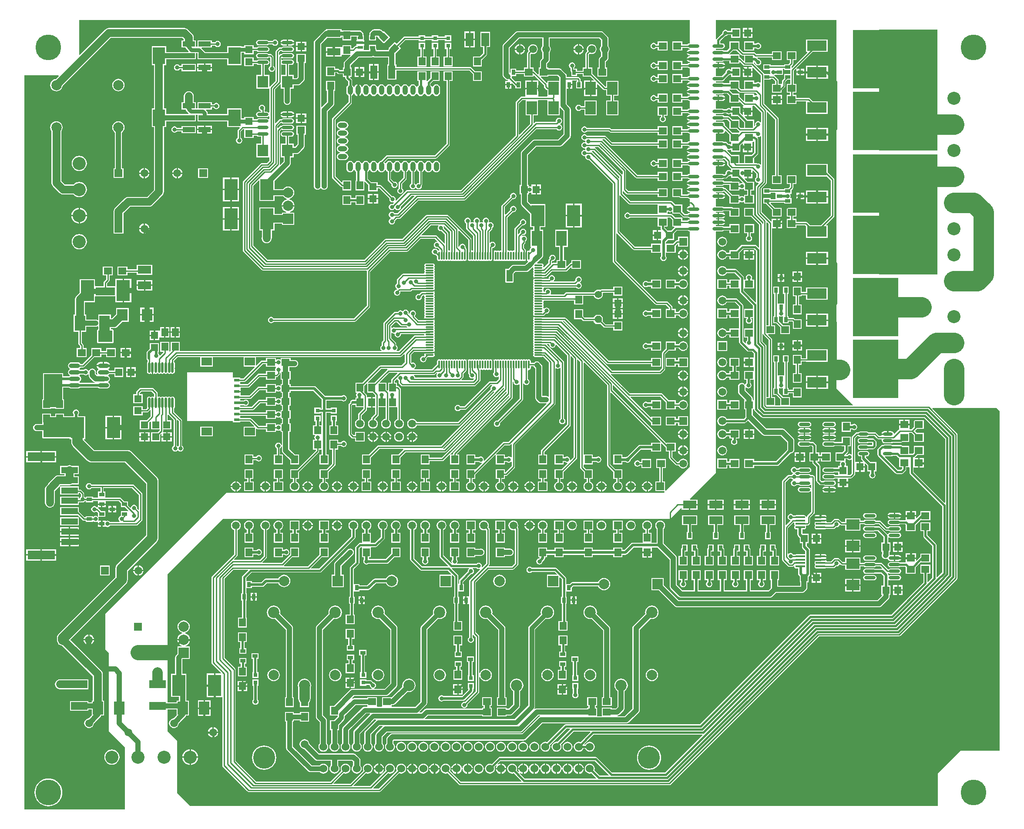
<source format=gtl>
G04 Layer_Physical_Order=1*
G04 Layer_Color=255*
%FSAX44Y44*%
%MOMM*%
G71*
G01*
G75*
%ADD10R,2.5000X2.0000*%
%ADD11R,2.1000X2.3000*%
%ADD12R,2.6000X4.1000*%
%ADD13R,1.5000X1.3500*%
%ADD14O,1.9000X0.6000*%
%ADD15R,1.3500X1.5000*%
%ADD16R,2.6000X1.5000*%
%ADD17R,0.8000X0.8000*%
%ADD18R,1.3500X1.4500*%
%ADD19O,2.1500X0.9000*%
%ADD20R,2.1000X2.9900*%
%ADD21R,1.4500X1.3500*%
%ADD22O,2.2000X0.6000*%
%ADD23R,1.5000X2.6000*%
%ADD24P,1.8385X4X270.0*%
%ADD25R,1.0000X0.7000*%
%ADD26R,0.7000X1.0000*%
G04:AMPARAMS|DCode=27|XSize=1mm|YSize=1.85mm|CornerRadius=0.5mm|HoleSize=0mm|Usage=FLASHONLY|Rotation=0.000|XOffset=0mm|YOffset=0mm|HoleType=Round|Shape=RoundedRectangle|*
%AMROUNDEDRECTD27*
21,1,1.0000,0.8500,0,0,0.0*
21,1,0.0000,1.8500,0,0,0.0*
1,1,1.0000,0.0000,-0.4250*
1,1,1.0000,0.0000,-0.4250*
1,1,1.0000,0.0000,0.4250*
1,1,1.0000,0.0000,0.4250*
%
%ADD27ROUNDEDRECTD27*%
%ADD28R,10.0000X8.0000*%
G04:AMPARAMS|DCode=29|XSize=1mm|YSize=1.85mm|CornerRadius=0.5mm|HoleSize=0mm|Usage=FLASHONLY|Rotation=90.000|XOffset=0mm|YOffset=0mm|HoleType=Round|Shape=RoundedRectangle|*
%AMROUNDEDRECTD29*
21,1,1.0000,0.8500,0,0,90.0*
21,1,0.0000,1.8500,0,0,90.0*
1,1,1.0000,0.4250,0.0000*
1,1,1.0000,0.4250,0.0000*
1,1,1.0000,-0.4250,0.0000*
1,1,1.0000,-0.4250,0.0000*
%
%ADD29ROUNDEDRECTD29*%
%ADD30R,2.0000X2.5000*%
%ADD31R,8.8900X11.4300*%
%ADD32R,3.8100X2.0300*%
%ADD33R,2.0000X1.5000*%
%ADD34R,1.0500X0.6000*%
%ADD35R,1.0000X0.6000*%
%ADD36R,1.3500X2.6000*%
%ADD37R,2.6000X1.3500*%
%ADD38O,1.9000X0.4100*%
%ADD39R,5.3000X1.7000*%
%ADD40R,3.2000X1.2000*%
%ADD41R,3.2000X1.5000*%
%ADD42O,0.3000X1.6500*%
%ADD43O,1.6500X0.3000*%
%ADD44R,2.4000X3.3000*%
%ADD45R,2.4000X1.0000*%
%ADD46O,0.4500X2.1000*%
%ADD47C,1.5000*%
%ADD48C,1.0000*%
%ADD49C,0.3840*%
%ADD50C,0.2540*%
%ADD51C,0.5000*%
%ADD52C,0.5240*%
%ADD53C,0.3810*%
%ADD54C,0.8000*%
%ADD55C,0.9000*%
%ADD56C,2.0000*%
%ADD57C,4.0000*%
%ADD58C,3.0000*%
%ADD59R,1.2700X2.2860*%
%ADD60R,2.2860X11.1760*%
%ADD61R,3.8100X1.5240*%
%ADD62R,2.7940X2.2860*%
%ADD63R,3.5560X6.4770*%
%ADD64R,6.6040X3.9370*%
%ADD65R,9.9060X12.1920*%
%ADD66R,11.4300X23.3680*%
%ADD67R,11.4300X23.4950*%
%ADD68R,0.8890X1.1430*%
%ADD69R,0.8890X0.5080*%
%ADD70R,2.1590X2.1590*%
%ADD71R,2.5400X1.2700*%
%ADD72R,1.2700X1.2700*%
%ADD73R,2.0320X2.0320*%
%ADD74R,1.9050X1.2946*%
%ADD75R,10.9220X8.8900*%
%ADD76C,2.0000*%
%ADD77R,1.5000X1.5000*%
%ADD78C,1.5000*%
%ADD79R,1.5000X1.5000*%
%ADD80C,2.2000*%
%ADD81R,2.0000X2.0000*%
%ADD82R,2.0000X2.0000*%
%ADD83C,1.4000*%
%ADD84P,1.5154X8X112.5*%
%ADD85C,5.0000*%
%ADD86C,2.5400*%
%ADD87C,1.5240*%
%ADD88C,4.2900*%
%ADD89C,0.8000*%
%ADD90C,3.0000*%
G36*
X02108200Y01111250D02*
X02140163Y01079287D01*
X02139677Y01078114D01*
X02017650D01*
Y01094600D01*
X02004115D01*
X01996250Y01102465D01*
Y01111529D01*
X01997520Y01112208D01*
X01997909Y01111948D01*
X02000250Y01111482D01*
X02002591Y01111948D01*
X02002980Y01112208D01*
X02004250Y01111529D01*
Y01098600D01*
X02015250D01*
Y01102266D01*
X02023250D01*
Y01093850D01*
X02040750D01*
Y01112850D01*
X02023250D01*
Y01108934D01*
X02015250D01*
Y01112600D01*
X02013084D01*
Y01162100D01*
X02015250D01*
Y01176100D01*
X02004250D01*
Y01162100D01*
X02006416D01*
Y01137594D01*
X02005750Y01136600D01*
X02005146Y01136600D01*
X01995354D01*
X01994750Y01136600D01*
X01994084Y01137594D01*
Y01162100D01*
X01996250D01*
Y01176100D01*
X01985250D01*
Y01162100D01*
X01987416D01*
Y01112600D01*
X01985250D01*
Y01098600D01*
X01990685D01*
X01998650Y01090635D01*
Y01078114D01*
X01989150D01*
Y01094600D01*
X01982984D01*
Y01206675D01*
X01982730Y01207951D01*
X01982007Y01209033D01*
X01975414Y01215627D01*
X01975900Y01216800D01*
X01989150D01*
Y01234300D01*
X01982984D01*
Y01423270D01*
X01991080D01*
Y01432560D01*
Y01441850D01*
X01982310D01*
Y01436872D01*
X01981040Y01436346D01*
X01962404Y01454982D01*
Y01500419D01*
X01971638Y01509652D01*
X01972360Y01510734D01*
X01972614Y01512009D01*
Y01649472D01*
X01973787Y01649958D01*
X01989016Y01634729D01*
Y01526400D01*
X01982850D01*
Y01508900D01*
X02001850D01*
Y01526400D01*
X01995684D01*
Y01636111D01*
X01995430Y01637386D01*
X01994707Y01638468D01*
X01967484Y01665692D01*
Y01712200D01*
X01980010D01*
Y01714366D01*
X01984239D01*
X01989016Y01709589D01*
Y01704200D01*
X01982850D01*
Y01686700D01*
X02001850D01*
Y01691840D01*
X02007688Y01697677D01*
X02008410Y01698759D01*
X02008664Y01700035D01*
Y01707999D01*
X02012865Y01712200D01*
X02018586D01*
Y01704200D01*
X02011350D01*
Y01686700D01*
X02017516D01*
Y01682610D01*
X02011350D01*
Y01665110D01*
X02030350D01*
Y01670526D01*
X02047977D01*
X02049050Y01670050D01*
Y01645750D01*
X02091150D01*
Y01670050D01*
X02062665D01*
X02056497Y01676217D01*
X02055416Y01676940D01*
X02054140Y01677194D01*
X02030350D01*
Y01682610D01*
X02024184D01*
Y01686700D01*
X02030350D01*
Y01704200D01*
X02025254D01*
Y01729709D01*
X02028879Y01733334D01*
X02030110Y01732769D01*
X02030110Y01732165D01*
Y01728470D01*
X02036380D01*
Y01733240D01*
X02031273D01*
X02030581Y01733240D01*
X02030016Y01734471D01*
X02061945Y01766400D01*
X02091150D01*
Y01790700D01*
X02049050D01*
Y01766400D01*
X02050856D01*
X02051342Y01765227D01*
X02021823Y01735708D01*
X02020650Y01736194D01*
Y01738985D01*
X02023208Y01741543D01*
X02023930Y01742624D01*
X02024184Y01743900D01*
Y01750200D01*
X02030350D01*
Y01767700D01*
X02011350D01*
Y01750200D01*
X02017516D01*
Y01745281D01*
X02014435Y01742200D01*
X02006650D01*
Y01740034D01*
X01980010D01*
Y01742200D01*
X01966010D01*
Y01731200D01*
X01978939D01*
X01979618Y01729930D01*
X01979358Y01729541D01*
X01978893Y01727200D01*
X01979358Y01724859D01*
X01979618Y01724470D01*
X01978939Y01723200D01*
X01967377D01*
X01967230Y01723936D01*
X01966508Y01725018D01*
X01948570Y01742955D01*
X01947800Y01743850D01*
X01947800D01*
X01947800Y01743850D01*
Y01745737D01*
X01948992Y01746290D01*
X01949784Y01745739D01*
X01950148Y01743909D01*
X01951474Y01741924D01*
X01953459Y01740598D01*
X01955800Y01740132D01*
X01958141Y01740598D01*
X01960126Y01741924D01*
X01961452Y01743909D01*
X01961918Y01746250D01*
X01961452Y01748591D01*
X01960126Y01750576D01*
X01958141Y01751902D01*
X01956263Y01752275D01*
X01954096Y01754443D01*
X01954582Y01755616D01*
X01982850D01*
Y01750200D01*
X02001850D01*
Y01767700D01*
X01982850D01*
Y01762284D01*
X01952205D01*
X01949512Y01764978D01*
X01948430Y01765700D01*
X01947154Y01765954D01*
X01926561D01*
X01919300Y01773215D01*
Y01786750D01*
X01900300D01*
Y01774152D01*
X01895444Y01769297D01*
X01889218D01*
X01888151Y01770010D01*
X01886200Y01770398D01*
X01873250D01*
Y01772902D01*
X01886200D01*
X01888151Y01773290D01*
X01889805Y01774395D01*
X01890910Y01776049D01*
X01891298Y01778000D01*
X01890910Y01779951D01*
X01889805Y01781605D01*
X01888151Y01782710D01*
X01886200Y01783098D01*
X01882197D01*
Y01787645D01*
X01891912Y01797360D01*
X01892300Y01797283D01*
X01894641Y01797748D01*
X01896626Y01799074D01*
X01896846Y01799403D01*
X01903550D01*
Y01794150D01*
X01921050D01*
Y01812650D01*
X01903550D01*
Y01807397D01*
X01896846D01*
X01896626Y01807726D01*
X01894641Y01809052D01*
X01892300Y01809518D01*
X01889959Y01809052D01*
X01887974Y01807726D01*
X01886648Y01805741D01*
X01886183Y01803400D01*
X01886260Y01803012D01*
X01875374Y01792126D01*
X01874507Y01790829D01*
X01873250Y01791018D01*
Y01828800D01*
X02108200D01*
Y01111250D01*
D02*
G37*
G36*
X01822450Y01783098D02*
X01822200D01*
X01820249Y01782710D01*
X01818595Y01781605D01*
X01818414Y01781334D01*
X01808100D01*
Y01786750D01*
X01789100D01*
Y01769250D01*
X01808100D01*
Y01774666D01*
X01818414D01*
X01818595Y01774395D01*
X01820249Y01773290D01*
X01822200Y01772902D01*
X01822450D01*
Y01770948D01*
X01822200D01*
X01820038Y01770519D01*
X01818206Y01769294D01*
X01816981Y01767462D01*
X01816804Y01766570D01*
X01830200D01*
Y01764030D01*
X01816804D01*
X01816981Y01763138D01*
X01818206Y01761306D01*
X01820038Y01760081D01*
X01822200Y01759651D01*
X01822450D01*
Y01758248D01*
X01822200D01*
X01820038Y01757819D01*
X01818206Y01756594D01*
X01816981Y01754762D01*
X01816804Y01753870D01*
X01830200D01*
Y01751330D01*
X01816804D01*
X01816981Y01750438D01*
X01818206Y01748606D01*
X01820038Y01747381D01*
X01822200Y01746951D01*
X01822450D01*
Y01744998D01*
X01822200D01*
X01820249Y01744610D01*
X01818595Y01743505D01*
X01818414Y01743234D01*
X01808100D01*
Y01748650D01*
X01789100D01*
Y01731150D01*
X01808100D01*
Y01736566D01*
X01818414D01*
X01818595Y01736295D01*
X01820249Y01735190D01*
X01822200Y01734802D01*
X01822450D01*
Y01719598D01*
X01822200D01*
X01820249Y01719210D01*
X01818595Y01718105D01*
X01818414Y01717834D01*
X01808100D01*
Y01723250D01*
X01789100D01*
Y01705750D01*
X01808100D01*
Y01711166D01*
X01818414D01*
X01818595Y01710895D01*
X01820249Y01709790D01*
X01822200Y01709402D01*
X01822450D01*
Y01707448D01*
X01822200D01*
X01820038Y01707019D01*
X01818206Y01705794D01*
X01816981Y01703962D01*
X01816804Y01703070D01*
X01830200D01*
Y01700530D01*
X01816804D01*
X01816981Y01699638D01*
X01818206Y01697806D01*
X01820038Y01696581D01*
X01822200Y01696151D01*
X01822450D01*
Y01694749D01*
X01822200D01*
X01820038Y01694319D01*
X01818206Y01693094D01*
X01816981Y01691262D01*
X01816804Y01690370D01*
X01830200D01*
Y01687830D01*
X01816804D01*
X01816981Y01686938D01*
X01818206Y01685106D01*
X01820038Y01683881D01*
X01822200Y01683452D01*
X01822450D01*
Y01681498D01*
X01822200D01*
X01820249Y01681110D01*
X01818595Y01680005D01*
X01818414Y01679734D01*
X01808100D01*
Y01685150D01*
X01789100D01*
Y01667650D01*
X01808100D01*
Y01673066D01*
X01818414D01*
X01818595Y01672795D01*
X01820249Y01671690D01*
X01822200Y01671302D01*
X01822450D01*
Y01656098D01*
X01822200D01*
X01820249Y01655710D01*
X01818595Y01654605D01*
X01818414Y01654334D01*
X01808100D01*
Y01659750D01*
X01789100D01*
Y01642250D01*
X01808100D01*
Y01647666D01*
X01818414D01*
X01818595Y01647395D01*
X01820249Y01646290D01*
X01822200Y01645902D01*
X01822450D01*
Y01643949D01*
X01822200D01*
X01820038Y01643519D01*
X01818206Y01642294D01*
X01816981Y01640462D01*
X01816804Y01639570D01*
X01830200D01*
Y01637030D01*
X01816804D01*
X01816981Y01636138D01*
X01818206Y01634306D01*
X01820038Y01633081D01*
X01822200Y01632652D01*
X01822450D01*
Y01631248D01*
X01822200D01*
X01820038Y01630819D01*
X01818206Y01629594D01*
X01816981Y01627762D01*
X01816804Y01626870D01*
X01830200D01*
Y01624330D01*
X01816804D01*
X01816981Y01623438D01*
X01818206Y01621606D01*
X01820038Y01620381D01*
X01822200Y01619951D01*
X01822450D01*
Y01617998D01*
X01822200D01*
X01820249Y01617610D01*
X01818595Y01616505D01*
X01818414Y01616234D01*
X01808100D01*
Y01621650D01*
X01789100D01*
Y01604150D01*
X01808100D01*
Y01609566D01*
X01818414D01*
X01818595Y01609295D01*
X01820249Y01608190D01*
X01822200Y01607802D01*
X01822450D01*
Y01592598D01*
X01822200D01*
X01820249Y01592210D01*
X01818595Y01591105D01*
X01818414Y01590834D01*
X01808100D01*
Y01596250D01*
X01789100D01*
Y01578750D01*
X01808100D01*
Y01584166D01*
X01818414D01*
X01818595Y01583895D01*
X01820249Y01582790D01*
X01822200Y01582402D01*
X01822450D01*
Y01580448D01*
X01822200D01*
X01820038Y01580019D01*
X01818206Y01578794D01*
X01816981Y01576962D01*
X01816804Y01576070D01*
X01830200D01*
Y01573530D01*
X01816804D01*
X01816981Y01572638D01*
X01818206Y01570806D01*
X01820038Y01569581D01*
X01822200Y01569151D01*
X01822450D01*
Y01567749D01*
X01822200D01*
X01820038Y01567319D01*
X01818206Y01566094D01*
X01816981Y01564262D01*
X01816804Y01563370D01*
X01830200D01*
Y01560830D01*
X01816804D01*
X01816981Y01559938D01*
X01818206Y01558106D01*
X01820038Y01556881D01*
X01822200Y01556452D01*
X01822450D01*
Y01554498D01*
X01822200D01*
X01820249Y01554110D01*
X01818595Y01553005D01*
X01818414Y01552734D01*
X01808100D01*
Y01558150D01*
X01789100D01*
Y01540650D01*
X01808100D01*
Y01546066D01*
X01818414D01*
X01818595Y01545795D01*
X01820249Y01544690D01*
X01822200Y01544302D01*
X01822450D01*
Y01529098D01*
X01822200D01*
X01820249Y01528710D01*
X01818595Y01527605D01*
X01818414Y01527334D01*
X01808100D01*
Y01532750D01*
X01789100D01*
Y01515250D01*
X01808100D01*
Y01520666D01*
X01818414D01*
X01818595Y01520395D01*
X01820249Y01519290D01*
X01822200Y01518902D01*
X01822450D01*
Y01516949D01*
X01822200D01*
X01820038Y01516519D01*
X01818206Y01515294D01*
X01816981Y01513462D01*
X01816804Y01512570D01*
X01830200D01*
Y01510030D01*
X01816804D01*
X01816981Y01509138D01*
X01818206Y01507306D01*
X01820038Y01506081D01*
X01822200Y01505652D01*
X01822450D01*
Y01504249D01*
X01822200D01*
X01820038Y01503819D01*
X01818206Y01502594D01*
X01816981Y01500762D01*
X01816804Y01499870D01*
X01830200D01*
Y01497330D01*
X01816804D01*
X01816981Y01496438D01*
X01818206Y01494606D01*
X01820038Y01493381D01*
X01822200Y01492952D01*
X01822450D01*
Y01490998D01*
X01822200D01*
X01820249Y01490610D01*
X01818595Y01489505D01*
X01818414Y01489234D01*
X01808100D01*
Y01501000D01*
X01789100D01*
Y01483500D01*
X01802656D01*
X01803674Y01482820D01*
X01804950Y01482566D01*
X01818414D01*
X01818595Y01482295D01*
X01820249Y01481190D01*
X01822200Y01480802D01*
X01822450D01*
Y01466149D01*
X01822200D01*
X01820038Y01465719D01*
X01818206Y01464494D01*
X01816981Y01462662D01*
X01816804Y01461770D01*
X01830200D01*
Y01459230D01*
X01816804D01*
X01816981Y01458338D01*
X01818206Y01456506D01*
X01820038Y01455281D01*
X01822200Y01454852D01*
X01822450D01*
Y01452898D01*
X01822200D01*
X01820249Y01452510D01*
X01818595Y01451405D01*
X01818414Y01451134D01*
X01812681D01*
X01808100Y01455715D01*
Y01469250D01*
X01794565D01*
X01788257Y01475558D01*
X01787176Y01476280D01*
X01785900Y01476534D01*
X01707181D01*
X01692434Y01491281D01*
Y01495105D01*
X01693704Y01495631D01*
X01699442Y01489892D01*
X01700524Y01489170D01*
X01701800Y01488916D01*
X01760600D01*
Y01483500D01*
X01779600D01*
Y01501000D01*
X01760600D01*
Y01495584D01*
X01703181D01*
X01698784Y01499981D01*
Y01535430D01*
X01698530Y01536706D01*
X01697807Y01537788D01*
X01648277Y01587318D01*
X01647292Y01587976D01*
X01647282Y01588068D01*
X01648065Y01589246D01*
X01649619D01*
X01717222Y01521642D01*
X01718304Y01520920D01*
X01719580Y01520666D01*
X01760600D01*
Y01515250D01*
X01779600D01*
Y01532750D01*
X01760600D01*
Y01527334D01*
X01720961D01*
X01653358Y01594937D01*
X01652372Y01595596D01*
X01652362Y01595688D01*
X01653145Y01596866D01*
X01655969D01*
X01667693Y01585143D01*
X01668774Y01584420D01*
X01670050Y01584166D01*
X01760600D01*
Y01578750D01*
X01779600D01*
Y01596250D01*
X01760600D01*
Y01590834D01*
X01671431D01*
X01659707Y01602558D01*
X01658626Y01603280D01*
X01657350Y01603534D01*
X01622968D01*
X01622306Y01604526D01*
X01620321Y01605852D01*
X01617980Y01606317D01*
X01615639Y01605852D01*
X01613654Y01604526D01*
X01612328Y01602541D01*
X01611862Y01600200D01*
X01612328Y01597859D01*
X01613654Y01595874D01*
X01615639Y01594548D01*
X01617980Y01594082D01*
X01618734Y01594232D01*
X01619633Y01593335D01*
X01619483Y01592580D01*
X01619633Y01591826D01*
X01618734Y01590927D01*
X01617980Y01591078D01*
X01615639Y01590612D01*
X01613654Y01589286D01*
X01612328Y01587301D01*
X01611862Y01584960D01*
X01612328Y01582619D01*
X01613654Y01580634D01*
X01615639Y01579308D01*
X01617980Y01578842D01*
X01618734Y01578992D01*
X01619633Y01578094D01*
X01619483Y01577340D01*
X01619633Y01576586D01*
X01618734Y01575688D01*
X01617980Y01575838D01*
X01615639Y01575372D01*
X01613654Y01574046D01*
X01612328Y01572061D01*
X01611862Y01569720D01*
X01612328Y01567379D01*
X01613654Y01565394D01*
X01615639Y01564068D01*
X01617980Y01563602D01*
X01618734Y01563752D01*
X01619633Y01562854D01*
X01619483Y01562100D01*
X01619948Y01559759D01*
X01621274Y01557774D01*
X01623259Y01556448D01*
X01625600Y01555983D01*
X01626770Y01556215D01*
X01673066Y01509919D01*
Y01358900D01*
X01673320Y01357624D01*
X01674043Y01356543D01*
X01755322Y01275263D01*
X01756404Y01274540D01*
X01757680Y01274286D01*
X01776619D01*
X01782566Y01268339D01*
Y01266050D01*
X01776400D01*
Y01248550D01*
X01795400D01*
Y01253966D01*
X01800848D01*
X01801452Y01252509D01*
X01802975Y01250525D01*
X01804959Y01249002D01*
X01807270Y01248045D01*
X01809750Y01247718D01*
X01812230Y01248045D01*
X01814541Y01249002D01*
X01816526Y01250525D01*
X01818048Y01252509D01*
X01819005Y01254820D01*
X01819332Y01257300D01*
X01819005Y01259780D01*
X01818048Y01262091D01*
X01816526Y01264075D01*
X01814541Y01265598D01*
X01812230Y01266555D01*
X01809750Y01266882D01*
X01807270Y01266555D01*
X01804959Y01265598D01*
X01802975Y01264075D01*
X01801452Y01262091D01*
X01800848Y01260634D01*
X01795400D01*
Y01266050D01*
X01789234D01*
Y01269720D01*
X01788980Y01270996D01*
X01788257Y01272077D01*
X01780358Y01279977D01*
X01779276Y01280700D01*
X01778000Y01280954D01*
X01759061D01*
X01679734Y01360281D01*
Y01412555D01*
X01681004Y01413081D01*
X01712142Y01381942D01*
X01713224Y01381220D01*
X01714500Y01380966D01*
X01747900D01*
Y01375550D01*
X01766900D01*
X01766940Y01374296D01*
Y01369000D01*
X01765998Y01367591D01*
X01765533Y01365250D01*
X01765998Y01362909D01*
X01767324Y01360924D01*
X01769309Y01359598D01*
X01771650Y01359133D01*
X01773991Y01359598D01*
X01775976Y01360924D01*
X01777302Y01362909D01*
X01777767Y01365250D01*
X01777302Y01367591D01*
X01776360Y01369000D01*
Y01374296D01*
X01776400Y01375550D01*
X01777630Y01375550D01*
X01795400D01*
Y01389085D01*
X01798980Y01392665D01*
X01800250Y01392139D01*
Y01387500D01*
X01819250D01*
Y01406500D01*
X01800250D01*
Y01400334D01*
X01798600D01*
X01797324Y01400080D01*
X01796243Y01399357D01*
X01789935Y01393050D01*
X01776400Y01393050D01*
X01776360Y01394304D01*
Y01395999D01*
X01780812Y01400450D01*
X01792150D01*
Y01412798D01*
X01797755Y01418403D01*
X01819182D01*
X01820249Y01417690D01*
X01822200Y01417302D01*
X01822450D01*
Y00958850D01*
X01776070Y00912470D01*
X01774800Y00912996D01*
Y00930250D01*
X01770184D01*
Y00956450D01*
X01776350D01*
Y00973950D01*
X01757350D01*
Y00956450D01*
X01763516D01*
Y00930250D01*
X01755800D01*
Y00911250D01*
X01773054D01*
X01773580Y00909980D01*
X01771650Y00908050D01*
X00920750D01*
X00774700Y00762000D01*
X00685800Y00673100D01*
Y00603250D01*
X00692150Y00596900D01*
Y00444500D01*
X00723900Y00412750D01*
Y00292100D01*
X00528334D01*
Y01720850D01*
X00594390D01*
X00594876Y01719677D01*
X00588883Y01713684D01*
X00587417Y01713491D01*
X00584498Y01712282D01*
X00581992Y01710358D01*
X00580068Y01707852D01*
X00578859Y01704933D01*
X00578446Y01701800D01*
X00578859Y01698667D01*
X00580068Y01695748D01*
X00581992Y01693241D01*
X00584498Y01691318D01*
X00587417Y01690109D01*
X00590550Y01689696D01*
X00593683Y01690109D01*
X00596602Y01691318D01*
X00599109Y01693241D01*
X00601032Y01695748D01*
X00602241Y01698667D01*
X00602434Y01700133D01*
X00696119Y01793818D01*
X00835501D01*
X00838568Y01790751D01*
Y01788950D01*
X00834150D01*
Y01774950D01*
X00841667D01*
X00842267Y01774489D01*
X00842498Y01773329D01*
X00843824Y01771344D01*
X00847888Y01767280D01*
X00847362Y01766010D01*
X00804150D01*
Y01777450D01*
X00776150D01*
Y01740450D01*
X00780568D01*
Y01656800D01*
X00776150D01*
Y01619800D01*
X00780568D01*
Y01497699D01*
X00766921Y01484052D01*
X00730250D01*
X00727770Y01483725D01*
X00725459Y01482768D01*
X00723475Y01481245D01*
X00704825Y01462595D01*
X00703302Y01460611D01*
X00702345Y01458300D01*
X00702018Y01455820D01*
Y01422400D01*
X00702100Y01421777D01*
Y01412900D01*
X00710977D01*
X00711600Y01412818D01*
X00712223Y01412900D01*
X00721100D01*
Y01421777D01*
X00721182Y01422400D01*
Y01451851D01*
X00734219Y01464888D01*
X00770890D01*
X00773370Y01465215D01*
X00775681Y01466172D01*
X00777665Y01467695D01*
X00796925Y01486954D01*
X00798448Y01488939D01*
X00799405Y01491250D01*
X00799732Y01493730D01*
Y01619800D01*
X00804150D01*
Y01631240D01*
X00848150D01*
X00848609Y01631300D01*
X00862150D01*
Y01644182D01*
X00865050D01*
Y01631300D01*
X00878591D01*
X00879050Y01631240D01*
X00923050D01*
Y01619800D01*
X00946676D01*
X00947162Y01618627D01*
X00943792Y01615258D01*
X00943070Y01614176D01*
X00942816Y01612900D01*
Y01598838D01*
X00941824Y01598176D01*
X00940498Y01596191D01*
X00940033Y01593850D01*
X00940498Y01591509D01*
X00941824Y01589524D01*
X00943809Y01588198D01*
X00946150Y01587733D01*
X00948491Y01588198D01*
X00950476Y01589524D01*
X00951802Y01591509D01*
X00952268Y01593850D01*
X00951802Y01596191D01*
X00950476Y01598176D01*
X00949484Y01598838D01*
Y01611519D01*
X00953881Y01615916D01*
X00955950D01*
Y01598750D01*
X00974450D01*
Y01603216D01*
X00980214D01*
X00980395Y01602945D01*
X00982049Y01601840D01*
X00984000Y01601452D01*
X00988666D01*
Y01588300D01*
X00979750D01*
Y01561300D01*
X01004750D01*
X01004856Y01560074D01*
Y01554613D01*
X01000088Y01549844D01*
X00990109D01*
X00988833Y01549590D01*
X00987751Y01548867D01*
X00954303Y01515419D01*
X00953580Y01514337D01*
X00953326Y01513061D01*
Y01380069D01*
X00953580Y01378794D01*
X00954303Y01377712D01*
X00990062Y01341953D01*
X00991144Y01341230D01*
X00992420Y01340976D01*
X01193499D01*
X01194305Y01339994D01*
X01194276Y01339850D01*
Y01272651D01*
X01169559Y01247934D01*
X01013368D01*
X01012706Y01248926D01*
X01010721Y01250252D01*
X01008380Y01250717D01*
X01006039Y01250252D01*
X01004054Y01248926D01*
X01002728Y01246941D01*
X01002262Y01244600D01*
X01002728Y01242259D01*
X01004054Y01240274D01*
X01006039Y01238948D01*
X01008380Y01238483D01*
X01010721Y01238948D01*
X01012706Y01240274D01*
X01013368Y01241266D01*
X01170940D01*
X01172216Y01241520D01*
X01173298Y01242243D01*
X01199967Y01268913D01*
X01200690Y01269994D01*
X01200944Y01271270D01*
Y01338469D01*
X01239951Y01377476D01*
X01272295D01*
X01273571Y01377730D01*
X01274653Y01378452D01*
X01298916Y01402716D01*
X01326879D01*
X01331744Y01397851D01*
X01331146Y01396731D01*
X01330960Y01396767D01*
X01328619Y01396302D01*
X01326634Y01394976D01*
X01325308Y01392991D01*
X01324843Y01390650D01*
X01325308Y01388309D01*
X01326634Y01386324D01*
X01328619Y01384998D01*
X01330960Y01384532D01*
X01332130Y01384765D01*
X01335813Y01381082D01*
X01335188Y01379911D01*
X01334900Y01379969D01*
X01334084Y01379806D01*
X01332802Y01379741D01*
X01331476Y01381726D01*
X01329491Y01383052D01*
X01327150Y01383518D01*
X01324809Y01383052D01*
X01322824Y01381726D01*
X01321498Y01379741D01*
X01321033Y01377400D01*
X01321498Y01375059D01*
X01322824Y01373074D01*
X01324809Y01371748D01*
X01327150Y01371283D01*
X01328320Y01371515D01*
X01331331Y01368504D01*
Y01362900D01*
X01331603Y01361534D01*
X01332377Y01360377D01*
X01333534Y01359603D01*
X01334900Y01359331D01*
X01336266Y01359603D01*
X01337400Y01360361D01*
X01338534Y01359603D01*
X01339900Y01359331D01*
X01341266Y01359603D01*
X01342400Y01360361D01*
X01343534Y01359603D01*
X01344900Y01359331D01*
X01346266Y01359603D01*
X01347400Y01360361D01*
X01348534Y01359603D01*
X01349900Y01359331D01*
X01351266Y01359603D01*
X01352400Y01360361D01*
X01353534Y01359603D01*
X01354900Y01359331D01*
X01356266Y01359603D01*
X01357400Y01360361D01*
X01358534Y01359603D01*
X01359900Y01359331D01*
X01361266Y01359603D01*
X01362400Y01360361D01*
X01363534Y01359603D01*
X01364900Y01359331D01*
X01366266Y01359603D01*
X01367400Y01360361D01*
X01368534Y01359603D01*
X01369900Y01359331D01*
X01371266Y01359603D01*
X01372400Y01360361D01*
X01373534Y01359603D01*
X01374900Y01359331D01*
X01376266Y01359603D01*
X01377400Y01360361D01*
X01378534Y01359603D01*
X01379900Y01359331D01*
X01381266Y01359603D01*
X01382400Y01360361D01*
X01383534Y01359603D01*
X01384900Y01359331D01*
X01386266Y01359603D01*
X01386942Y01360055D01*
X01386987Y01359987D01*
X01388324Y01359094D01*
X01388630Y01359034D01*
Y01369650D01*
Y01381158D01*
X01388234Y01381483D01*
Y01382430D01*
X01387980Y01383706D01*
X01387258Y01384787D01*
X01386375Y01385670D01*
X01386608Y01386840D01*
X01386142Y01389181D01*
X01384816Y01391166D01*
X01382831Y01392492D01*
X01380490Y01392957D01*
X01378149Y01392492D01*
X01376164Y01391166D01*
X01374838Y01389181D01*
X01374522Y01387593D01*
X01373149Y01386974D01*
X01372774Y01387220D01*
Y01417681D01*
X01373947Y01418167D01*
X01391566Y01400549D01*
Y01381483D01*
X01391170Y01381158D01*
Y01369650D01*
Y01359034D01*
X01391476Y01359094D01*
X01392813Y01359987D01*
X01392858Y01360055D01*
X01393534Y01359603D01*
X01394900Y01359331D01*
X01396266Y01359603D01*
X01397400Y01360361D01*
X01398534Y01359603D01*
X01399900Y01359331D01*
X01401266Y01359603D01*
X01402400Y01360361D01*
X01403534Y01359603D01*
X01404900Y01359331D01*
X01406266Y01359603D01*
X01407400Y01360361D01*
X01408534Y01359603D01*
X01409900Y01359331D01*
X01411266Y01359603D01*
X01412400Y01360361D01*
X01413534Y01359603D01*
X01414900Y01359331D01*
X01416266Y01359603D01*
X01417400Y01360361D01*
X01418534Y01359603D01*
X01419900Y01359331D01*
X01421266Y01359603D01*
X01422400Y01360361D01*
X01423534Y01359603D01*
X01424900Y01359331D01*
X01426266Y01359603D01*
X01427400Y01360361D01*
X01428534Y01359603D01*
X01429900Y01359331D01*
X01431266Y01359603D01*
X01432400Y01360361D01*
X01433534Y01359603D01*
X01434900Y01359331D01*
X01436266Y01359603D01*
X01436942Y01360055D01*
X01436987Y01359987D01*
X01438324Y01359094D01*
X01438630Y01359034D01*
Y01369650D01*
Y01381158D01*
X01438234Y01381483D01*
Y01383978D01*
X01438910Y01384532D01*
X01441251Y01384998D01*
X01443236Y01386324D01*
X01444562Y01388309D01*
X01445027Y01390650D01*
X01444562Y01392991D01*
X01443236Y01394976D01*
X01441251Y01396302D01*
X01438910Y01396767D01*
X01436569Y01396302D01*
X01434584Y01394976D01*
X01434504Y01394856D01*
X01433234Y01395241D01*
Y01415939D01*
X01437457Y01420163D01*
X01438180Y01421244D01*
X01438434Y01422520D01*
Y01423762D01*
X01439426Y01424424D01*
X01440752Y01426409D01*
X01441217Y01428750D01*
X01440752Y01431091D01*
X01439426Y01433076D01*
X01437441Y01434402D01*
X01435100Y01434868D01*
X01432795Y01434409D01*
X01432647Y01434514D01*
X01431974Y01435187D01*
X01431869Y01435335D01*
X01432328Y01437640D01*
X01431862Y01439981D01*
X01430536Y01441966D01*
X01428551Y01443292D01*
X01426210Y01443757D01*
X01423869Y01443292D01*
X01421884Y01441966D01*
X01420558Y01439981D01*
X01420092Y01437640D01*
X01420551Y01435335D01*
X01420446Y01435187D01*
X01419773Y01434514D01*
X01419625Y01434409D01*
X01417320Y01434868D01*
X01415015Y01434409D01*
X01414867Y01434514D01*
X01414194Y01435187D01*
X01414089Y01435335D01*
X01414547Y01437640D01*
X01414082Y01439981D01*
X01412756Y01441966D01*
X01410771Y01443292D01*
X01408430Y01443757D01*
X01406089Y01443292D01*
X01404104Y01441966D01*
X01402778Y01439981D01*
X01402312Y01437640D01*
X01402771Y01435335D01*
X01402666Y01435187D01*
X01401993Y01434514D01*
X01401845Y01434409D01*
X01399540Y01434868D01*
X01397235Y01434409D01*
X01397087Y01434514D01*
X01396414Y01435187D01*
X01396309Y01435335D01*
X01396767Y01437640D01*
X01396302Y01439981D01*
X01394976Y01441966D01*
X01392991Y01443292D01*
X01390650Y01443757D01*
X01388309Y01443292D01*
X01386324Y01441966D01*
X01384998Y01439981D01*
X01384532Y01437640D01*
X01384998Y01435299D01*
X01386324Y01433314D01*
X01387316Y01432652D01*
Y01423670D01*
X01387570Y01422394D01*
X01388293Y01421313D01*
X01401566Y01408039D01*
Y01380907D01*
X01400296Y01379890D01*
X01399900Y01379969D01*
X01399504Y01379890D01*
X01398234Y01380907D01*
Y01401929D01*
X01397980Y01403205D01*
X01397258Y01404287D01*
X01353227Y01448318D01*
X01352145Y01449040D01*
X01350869Y01449294D01*
X01311763D01*
X01310487Y01449040D01*
X01309406Y01448318D01*
X01263392Y01402304D01*
X01231048D01*
X01229772Y01402050D01*
X01228690Y01401328D01*
X01189597Y01362234D01*
X01000871D01*
X00973614Y01389491D01*
Y01506039D01*
X00984027Y01516451D01*
X00985200Y01515965D01*
Y01476100D01*
X01015200D01*
Y01485190D01*
X01031692D01*
X01032841Y01483692D01*
X01035348Y01481768D01*
X01038267Y01480559D01*
X01038997Y01480463D01*
Y01479182D01*
X01038126Y01479067D01*
X01035076Y01477804D01*
X01032456Y01475794D01*
X01030446Y01473174D01*
X01029183Y01470124D01*
X01028919Y01468120D01*
X01041400D01*
X01053881D01*
X01053617Y01470124D01*
X01052354Y01473174D01*
X01050344Y01475794D01*
X01047724Y01477804D01*
X01044674Y01479067D01*
X01043803Y01479182D01*
Y01480463D01*
X01044533Y01480559D01*
X01047452Y01481768D01*
X01049958Y01483692D01*
X01051882Y01486198D01*
X01053091Y01489117D01*
X01053504Y01492250D01*
X01053091Y01495383D01*
X01051882Y01498302D01*
X01049958Y01500809D01*
X01047452Y01502732D01*
X01044533Y01503941D01*
X01041400Y01504354D01*
X01038267Y01503941D01*
X01035348Y01502732D01*
X01032841Y01500809D01*
X01031692Y01499310D01*
X01015200D01*
Y01515245D01*
X01044743Y01544787D01*
X01045864Y01546250D01*
X01046570Y01547953D01*
X01046810Y01549780D01*
Y01561300D01*
X01052250D01*
Y01567740D01*
X01057910D01*
X01059737Y01567980D01*
X01061440Y01568685D01*
X01062902Y01569808D01*
X01071792Y01578698D01*
X01072915Y01580160D01*
X01073620Y01581863D01*
X01073860Y01583690D01*
Y01605100D01*
X01076050D01*
Y01622600D01*
X01057550D01*
Y01605100D01*
X01059740D01*
Y01586615D01*
X01054986Y01581860D01*
X01052250D01*
Y01588300D01*
X01043334D01*
Y01601452D01*
X01048000D01*
X01049951Y01601840D01*
X01051605Y01602945D01*
X01052710Y01604599D01*
X01053098Y01606550D01*
X01052710Y01608501D01*
X01051605Y01610155D01*
X01049951Y01611260D01*
X01048000Y01611648D01*
X01032000D01*
X01030049Y01611260D01*
X01028395Y01610155D01*
X01027290Y01608501D01*
X01026902Y01606550D01*
X01027290Y01604599D01*
X01028395Y01602945D01*
X01030049Y01601840D01*
X01032000Y01601452D01*
X01036666D01*
Y01588300D01*
X01027250D01*
Y01561300D01*
X01032690D01*
Y01552704D01*
X01026157Y01546172D01*
X01024986Y01546797D01*
X01025144Y01547590D01*
Y01612249D01*
X01028482Y01615587D01*
X01030049Y01614540D01*
X01032000Y01614152D01*
X01048000D01*
X01049951Y01614540D01*
X01051605Y01615645D01*
X01052710Y01617299D01*
X01053098Y01619250D01*
X01052710Y01621201D01*
X01051605Y01622855D01*
X01049951Y01623960D01*
X01048000Y01624348D01*
X01032000D01*
X01030049Y01623960D01*
X01028395Y01622855D01*
X01028214Y01622584D01*
X01027430D01*
X01026154Y01622330D01*
X01025072Y01621608D01*
X01021777Y01618312D01*
X01020604Y01618799D01*
Y01621679D01*
X01027105Y01628180D01*
X01028395Y01628345D01*
X01030049Y01627240D01*
X01032000Y01626852D01*
X01048000D01*
X01049951Y01627240D01*
X01051605Y01628345D01*
X01052710Y01629999D01*
X01053098Y01631950D01*
X01052710Y01633901D01*
X01051605Y01635555D01*
X01049951Y01636660D01*
X01048000Y01637048D01*
X01032000D01*
X01030049Y01636660D01*
X01028395Y01635555D01*
X01028214Y01635284D01*
X01026160D01*
X01024884Y01635030D01*
X01023802Y01634308D01*
X01017237Y01627742D01*
X01016064Y01628228D01*
Y01693519D01*
X01025980Y01703435D01*
X01027250Y01702909D01*
Y01694650D01*
X01032690D01*
Y01670430D01*
X01032930Y01668603D01*
X01033636Y01666900D01*
X01034758Y01665437D01*
X01036220Y01664315D01*
X01037923Y01663610D01*
X01039750Y01663370D01*
X01041577Y01663610D01*
X01043280Y01664315D01*
X01044743Y01665437D01*
X01045864Y01666900D01*
X01046570Y01668603D01*
X01046810Y01670430D01*
Y01694650D01*
X01052250D01*
Y01701090D01*
X01060450D01*
X01062277Y01701330D01*
X01063980Y01702036D01*
X01065442Y01703158D01*
X01071792Y01709508D01*
X01072915Y01710970D01*
X01073620Y01712673D01*
X01073860Y01714500D01*
Y01744800D01*
X01076050D01*
Y01762300D01*
X01057550D01*
Y01744800D01*
X01059740D01*
Y01717424D01*
X01057525Y01715210D01*
X01052250D01*
Y01721650D01*
X01043334D01*
Y01741152D01*
X01048000D01*
X01049951Y01741540D01*
X01051605Y01742645D01*
X01052710Y01744299D01*
X01053098Y01746250D01*
X01052710Y01748201D01*
X01051605Y01749855D01*
X01049951Y01750960D01*
X01048000Y01751348D01*
X01032000D01*
X01030049Y01750960D01*
X01029494Y01750589D01*
X01028224Y01751268D01*
Y01753932D01*
X01029494Y01754611D01*
X01030049Y01754240D01*
X01032000Y01753852D01*
X01048000D01*
X01049951Y01754240D01*
X01051605Y01755345D01*
X01052710Y01756999D01*
X01053098Y01758950D01*
X01052710Y01760901D01*
X01051605Y01762555D01*
X01049951Y01763660D01*
X01048000Y01764048D01*
X01032000D01*
X01030049Y01763660D01*
X01028395Y01762555D01*
X01028214Y01762284D01*
X01027430D01*
X01026154Y01762030D01*
X01025072Y01761308D01*
X01024857Y01761093D01*
X01023684Y01761579D01*
Y01765729D01*
X01026271Y01768316D01*
X01028214D01*
X01028395Y01768045D01*
X01030049Y01766940D01*
X01032000Y01766552D01*
X01048000D01*
X01049951Y01766940D01*
X01051605Y01768045D01*
X01052710Y01769699D01*
X01053098Y01771650D01*
X01052710Y01773601D01*
X01051605Y01775255D01*
X01049951Y01776360D01*
X01048000Y01776748D01*
X01032000D01*
X01030049Y01776360D01*
X01028395Y01775255D01*
X01028214Y01774984D01*
X01024890D01*
X01023614Y01774730D01*
X01022533Y01774008D01*
X01017992Y01769467D01*
X01017270Y01768386D01*
X01017016Y01767110D01*
Y01710322D01*
X01006020Y01699326D01*
X01005275Y01699481D01*
X01004750Y01699804D01*
Y01721650D01*
X00995334D01*
Y01741152D01*
X01000000D01*
X01001951Y01741540D01*
X01003605Y01742645D01*
X01004710Y01744299D01*
X01004914Y01745325D01*
X01005046Y01745988D01*
X01006316Y01745863D01*
Y01738538D01*
X01005324Y01737876D01*
X01003998Y01735891D01*
X01003532Y01733550D01*
X01003998Y01731209D01*
X01005324Y01729224D01*
X01007309Y01727898D01*
X01009650Y01727433D01*
X01011991Y01727898D01*
X01013976Y01729224D01*
X01015302Y01731209D01*
X01015768Y01733550D01*
X01015302Y01735891D01*
X01013976Y01737876D01*
X01012984Y01738538D01*
Y01756410D01*
X01012730Y01757686D01*
X01012008Y01758768D01*
X01009467Y01761308D01*
X01008386Y01762030D01*
X01007110Y01762284D01*
X01003786D01*
X01003605Y01762555D01*
X01001951Y01763660D01*
X01000000Y01764048D01*
X00984000D01*
X00982049Y01763660D01*
X00980395Y01762555D01*
X00979290Y01760901D01*
X00978902Y01758950D01*
X00979290Y01756999D01*
X00980395Y01755345D01*
X00982049Y01754240D01*
X00984000Y01753852D01*
X01000000D01*
X01001951Y01754240D01*
X01003605Y01755345D01*
X01003786Y01755616D01*
X01005729D01*
X01006316Y01755029D01*
Y01746637D01*
X01005046Y01746512D01*
X01004914Y01747175D01*
X01004710Y01748201D01*
X01003605Y01749855D01*
X01001951Y01750960D01*
X01000000Y01751348D01*
X00984000D01*
X00982049Y01750960D01*
X00980395Y01749855D01*
X00980214Y01749584D01*
X00974450D01*
Y01755950D01*
X00955950D01*
Y01738450D01*
X00974450D01*
Y01742916D01*
X00980214D01*
X00980395Y01742645D01*
X00982049Y01741540D01*
X00984000Y01741152D01*
X00988666D01*
Y01721650D01*
X00979750D01*
Y01694650D01*
X01003586D01*
X01004750Y01694650D01*
X01004856Y01693424D01*
Y01648668D01*
X01003605Y01648255D01*
X01001951Y01649360D01*
X01000000Y01649748D01*
X00995334D01*
Y01653635D01*
X00996252Y01655009D01*
X00996718Y01657350D01*
X00996252Y01659691D01*
X00994926Y01661676D01*
X00992941Y01663002D01*
X00990600Y01663468D01*
X00988259Y01663002D01*
X00986274Y01661676D01*
X00984948Y01659691D01*
X00984482Y01657350D01*
X00984948Y01655009D01*
X00986274Y01653024D01*
X00988259Y01651698D01*
X00988666Y01651617D01*
Y01649748D01*
X00984000D01*
X00982049Y01649360D01*
X00980395Y01648255D01*
X00979290Y01646601D01*
X00978902Y01644650D01*
X00979290Y01642699D01*
X00980395Y01641045D01*
X00982049Y01639940D01*
X00984000Y01639552D01*
X01000000D01*
X01001951Y01639940D01*
X01003605Y01641045D01*
X01004856Y01640632D01*
Y01635968D01*
X01003605Y01635555D01*
X01001951Y01636660D01*
X01000000Y01637048D01*
X00984000D01*
X00982049Y01636660D01*
X00980395Y01635555D01*
X00980214Y01635284D01*
X00974450D01*
Y01639750D01*
X00955950D01*
Y01637118D01*
X00951050D01*
Y01656800D01*
X00923050D01*
Y01645360D01*
X00885167D01*
Y01646980D01*
X00884702Y01649321D01*
X00883376Y01651306D01*
X00881555Y01653127D01*
X00882041Y01654300D01*
X00893050D01*
Y01657966D01*
X00896618D01*
X00897374Y01656834D01*
X00899359Y01655508D01*
X00901700Y01655043D01*
X00904041Y01655508D01*
X00906026Y01656834D01*
X00907352Y01658819D01*
X00907818Y01661160D01*
X00907352Y01663501D01*
X00906026Y01665486D01*
X00904041Y01666812D01*
X00901700Y01667278D01*
X00899359Y01666812D01*
X00897374Y01665486D01*
X00896805Y01664634D01*
X00893050D01*
Y01668300D01*
X00865050D01*
Y01656418D01*
X00862150D01*
Y01668300D01*
X00857732D01*
Y01678615D01*
X00857942Y01680210D01*
X00857616Y01682690D01*
X00856658Y01685001D01*
X00855135Y01686985D01*
X00853151Y01688508D01*
X00850840Y01689465D01*
X00848360Y01689792D01*
X00845880Y01689465D01*
X00843569Y01688508D01*
X00841585Y01686985D01*
X00841375Y01686775D01*
X00839852Y01684791D01*
X00838895Y01682480D01*
X00838568Y01680000D01*
Y01668300D01*
X00834150D01*
Y01654300D01*
X00841667D01*
X00842267Y01653840D01*
X00842498Y01652679D01*
X00843824Y01650694D01*
X00847888Y01646630D01*
X00847362Y01645360D01*
X00804150D01*
Y01656800D01*
X00799732D01*
Y01740450D01*
X00804150D01*
Y01751890D01*
X00848150D01*
X00848609Y01751950D01*
X00862150D01*
Y01764263D01*
X00865050D01*
Y01751950D01*
X00878591D01*
X00879050Y01751890D01*
X00923050D01*
Y01740450D01*
X00951050D01*
Y01764583D01*
X00955950D01*
Y01761950D01*
X00974450D01*
Y01768316D01*
X00980214D01*
X00980395Y01768045D01*
X00982049Y01766940D01*
X00984000Y01766552D01*
X01000000D01*
X01001951Y01766940D01*
X01003605Y01768045D01*
X01004710Y01769699D01*
X01005098Y01771650D01*
X01004710Y01773601D01*
X01003605Y01775255D01*
X01001951Y01776360D01*
X01000000Y01776748D01*
X00984000D01*
X00982049Y01776360D01*
X00980395Y01775255D01*
X00980214Y01774984D01*
X00974450D01*
Y01779450D01*
X00955950D01*
Y01776818D01*
X00951050D01*
Y01777450D01*
X00923050D01*
Y01766010D01*
X00880641D01*
X00872971Y01773680D01*
X00873497Y01774950D01*
X00893050D01*
Y01778616D01*
X00899158D01*
X00899914Y01777484D01*
X00901899Y01776158D01*
X00904240Y01775692D01*
X00906581Y01776158D01*
X00908566Y01777484D01*
X00909892Y01779469D01*
X00910358Y01781810D01*
X00909892Y01784151D01*
X00908566Y01786136D01*
X00906581Y01787462D01*
X00904240Y01787928D01*
X00901899Y01787462D01*
X00899914Y01786136D01*
X00899345Y01785284D01*
X00893050D01*
Y01788950D01*
X00865050D01*
Y01776497D01*
X00862150D01*
Y01788950D01*
X00857732D01*
Y01794720D01*
X00857405Y01797200D01*
X00856448Y01799511D01*
X00854925Y01801496D01*
X00846245Y01810175D01*
X00844261Y01811698D01*
X00841950Y01812655D01*
X00839470Y01812982D01*
X00692150D01*
X00689670Y01812655D01*
X00687359Y01811698D01*
X00685375Y01810175D01*
X00636173Y01760974D01*
X00635000Y01761460D01*
Y01828800D01*
X01822450D01*
Y01783098D01*
D02*
G37*
G36*
X01922823Y01760262D02*
X01923904Y01759540D01*
X01925180Y01759286D01*
X01928800D01*
Y01749600D01*
X01927627Y01749114D01*
X01921783Y01754957D01*
X01920701Y01755680D01*
X01919426Y01755934D01*
X01919300D01*
Y01761350D01*
X01900530D01*
X01899892Y01762451D01*
X01899926Y01762474D01*
X01906702Y01769250D01*
X01913835D01*
X01922823Y01760262D01*
D02*
G37*
G36*
X02006650Y01731200D02*
X02018496D01*
X02018586Y01731090D01*
Y01723200D01*
X02006650D01*
Y01715415D01*
X02002973Y01711738D01*
X02002250Y01710656D01*
X02001996Y01709380D01*
Y01705410D01*
X02001850Y01704200D01*
X01995684D01*
Y01710970D01*
X01995430Y01712246D01*
X01994707Y01713327D01*
X01987977Y01720058D01*
X01987605Y01720307D01*
X01987533Y01720656D01*
X01987692Y01721776D01*
X01988740Y01722476D01*
X01990010Y01722097D01*
Y01721700D01*
X02004010D01*
Y01732096D01*
X02004010Y01732700D01*
X02005004Y01733366D01*
X02006650D01*
Y01731200D01*
D02*
G37*
G36*
X01030049Y01741540D02*
X01032000Y01741152D01*
X01036666D01*
Y01721650D01*
X01028224D01*
Y01741232D01*
X01029494Y01741911D01*
X01030049Y01741540D01*
D02*
G37*
G36*
X01900300Y01743850D02*
X01919300D01*
Y01746351D01*
X01920473Y01746837D01*
X01927088Y01740222D01*
X01928170Y01739500D01*
X01929445Y01739246D01*
X01942849D01*
X01943835Y01738260D01*
X01943309Y01736990D01*
X01937070D01*
Y01728470D01*
X01945090D01*
Y01735209D01*
X01946360Y01735735D01*
X01960816Y01721279D01*
Y01707192D01*
X01959546Y01706513D01*
X01958141Y01707452D01*
X01955800Y01707917D01*
X01953459Y01707452D01*
X01951867Y01706388D01*
X01947800D01*
Y01710550D01*
X01928800D01*
Y01693704D01*
X01922611D01*
X01919300Y01697015D01*
Y01710550D01*
X01900300D01*
Y01705797D01*
X01889218D01*
X01888151Y01706510D01*
X01886200Y01706898D01*
X01873250D01*
Y01709402D01*
X01886200D01*
X01888151Y01709790D01*
X01889805Y01710895D01*
X01890910Y01712549D01*
X01891222Y01714120D01*
X01898262Y01721160D01*
X01898650Y01721082D01*
X01900991Y01721548D01*
X01902280Y01722409D01*
X01903550Y01721730D01*
Y01717950D01*
X01921050D01*
Y01736450D01*
X01903550D01*
Y01732670D01*
X01902280Y01731991D01*
X01900991Y01732852D01*
X01898650Y01733318D01*
X01896309Y01732852D01*
X01894324Y01731526D01*
X01892998Y01729541D01*
X01892533Y01727200D01*
X01892610Y01726812D01*
X01885396Y01719598D01*
X01873250D01*
Y01734252D01*
X01876930D01*
Y01739900D01*
Y01745549D01*
X01873250D01*
Y01747502D01*
X01886200D01*
X01888151Y01747890D01*
X01889218Y01748603D01*
X01900300D01*
Y01743850D01*
D02*
G37*
G36*
X01918873Y01688013D02*
X01919954Y01687290D01*
X01921230Y01687036D01*
X01950609D01*
X01954290Y01683355D01*
X01953664Y01682184D01*
X01951990Y01682518D01*
X01949649Y01682052D01*
X01949070Y01681665D01*
X01947800Y01682344D01*
Y01685150D01*
X01928800D01*
Y01671674D01*
X01927627Y01671188D01*
X01920058Y01678757D01*
X01919300Y01679264D01*
Y01685150D01*
X01906702D01*
X01899926Y01691926D01*
X01899892Y01691949D01*
X01900530Y01693050D01*
X01913835D01*
X01918873Y01688013D01*
D02*
G37*
G36*
X01900300Y01680248D02*
Y01667650D01*
X01919300D01*
Y01668426D01*
X01920473Y01668912D01*
X01926772Y01662612D01*
X01927599Y01662060D01*
X01927369Y01660790D01*
X01926510D01*
Y01652270D01*
X01935800D01*
X01945090D01*
Y01660790D01*
X01946010Y01661636D01*
X01948069D01*
X01961406Y01648299D01*
Y01630197D01*
X01960191Y01629829D01*
X01960126Y01629926D01*
X01958141Y01631252D01*
X01955800Y01631718D01*
X01953459Y01631252D01*
X01951474Y01629926D01*
X01950148Y01627941D01*
X01949682Y01625600D01*
X01950143Y01623284D01*
X01948973Y01622114D01*
X01947800Y01622600D01*
Y01634350D01*
X01935202D01*
X01929516Y01640037D01*
X01930002Y01641210D01*
X01934530D01*
Y01649730D01*
X01926510D01*
Y01644702D01*
X01925337Y01644216D01*
X01921050Y01648502D01*
Y01660250D01*
X01903550D01*
Y01656470D01*
X01902280Y01655791D01*
X01900991Y01656652D01*
X01898650Y01657117D01*
X01896309Y01656652D01*
X01894324Y01655326D01*
X01894104Y01654997D01*
X01889218D01*
X01888151Y01655710D01*
X01886200Y01656098D01*
X01873250D01*
Y01670751D01*
X01876930D01*
Y01676400D01*
Y01682048D01*
X01873250D01*
Y01684002D01*
X01886200D01*
X01888151Y01684390D01*
X01889218Y01685103D01*
X01895444D01*
X01900300Y01680248D01*
D02*
G37*
G36*
X01894324Y01646674D02*
X01896309Y01645348D01*
X01898650Y01644883D01*
X01900991Y01645348D01*
X01902280Y01646209D01*
X01903550Y01645531D01*
Y01641750D01*
X01916498D01*
X01928800Y01629448D01*
Y01618234D01*
X01921881D01*
X01919300Y01620815D01*
Y01634350D01*
X01905765D01*
X01899458Y01640658D01*
X01898376Y01641380D01*
X01897100Y01641634D01*
X01889986D01*
X01889805Y01641905D01*
X01888151Y01643010D01*
X01886200Y01643398D01*
X01873250D01*
Y01645902D01*
X01886200D01*
X01888151Y01646290D01*
X01889218Y01647003D01*
X01894104D01*
X01894324Y01646674D01*
D02*
G37*
G36*
X01900300Y01630385D02*
Y01616850D01*
X01913835D01*
X01918143Y01612542D01*
X01919089Y01611910D01*
X01919267Y01611568D01*
X01919454Y01610479D01*
X01917925Y01608950D01*
X01905765D01*
X01890936Y01623779D01*
X01891298Y01625600D01*
X01890910Y01627551D01*
X01889805Y01629205D01*
X01888151Y01630310D01*
X01886200Y01630698D01*
X01873250D01*
Y01633202D01*
X01886200D01*
X01888151Y01633590D01*
X01889805Y01634695D01*
X01889986Y01634966D01*
X01895719D01*
X01900300Y01630385D01*
D02*
G37*
G36*
X01961406Y01601953D02*
Y01547647D01*
X01960191Y01547279D01*
X01960126Y01547376D01*
X01958141Y01548702D01*
X01955800Y01549167D01*
X01954532Y01548915D01*
X01953806Y01549400D01*
X01952530Y01549654D01*
X01947800D01*
Y01559598D01*
X01954816Y01566614D01*
X01955683Y01567910D01*
X01955987Y01569440D01*
Y01596390D01*
X01955683Y01597919D01*
X01954816Y01599216D01*
X01954670Y01599362D01*
X01955296Y01600533D01*
X01955800Y01600432D01*
X01958141Y01600898D01*
X01960126Y01602224D01*
X01960191Y01602321D01*
X01961406Y01601953D01*
D02*
G37*
G36*
X01879470Y01607251D02*
X01886200D01*
X01888362Y01607681D01*
X01890194Y01608906D01*
X01891419Y01610738D01*
X01891640Y01611849D01*
X01893018Y01612267D01*
X01900300Y01604985D01*
Y01591450D01*
X01903019D01*
X01903550Y01590400D01*
Y01586620D01*
X01902280Y01585941D01*
X01900991Y01586802D01*
X01898650Y01587267D01*
X01898262Y01587190D01*
X01895126Y01590326D01*
X01893829Y01591193D01*
X01892300Y01591497D01*
X01889218D01*
X01888151Y01592210D01*
X01886200Y01592598D01*
X01873250D01*
Y01607251D01*
X01876930D01*
Y01612900D01*
X01879470D01*
Y01607251D01*
D02*
G37*
G36*
X01947800Y01591450D02*
X01947993Y01590260D01*
Y01571095D01*
X01942668Y01565770D01*
X01928800D01*
Y01549654D01*
X01919300D01*
Y01565770D01*
X01904495D01*
X01895915Y01574350D01*
X01896626Y01575435D01*
X01898650Y01575033D01*
X01900991Y01575498D01*
X01902280Y01576359D01*
X01903550Y01575681D01*
Y01571900D01*
X01921050D01*
Y01584248D01*
X01925337Y01588534D01*
X01926510Y01588048D01*
Y01582420D01*
X01935800D01*
X01945090D01*
Y01590940D01*
X01946149Y01591450D01*
X01947800D01*
D02*
G37*
G36*
X01895696Y01552719D02*
Y01547646D01*
X01895950Y01546370D01*
X01896673Y01545288D01*
X01902538Y01539422D01*
X01903550Y01538746D01*
Y01535820D01*
X01902280Y01535141D01*
X01900991Y01536002D01*
X01898650Y01536467D01*
X01896309Y01536002D01*
X01894324Y01534676D01*
X01892998Y01532691D01*
X01892533Y01530350D01*
X01892610Y01529962D01*
X01890645Y01527997D01*
X01889218D01*
X01888151Y01528710D01*
X01886200Y01529098D01*
X01873250D01*
Y01543752D01*
X01876930D01*
Y01549400D01*
Y01555049D01*
X01873250D01*
Y01557002D01*
X01886200D01*
X01888151Y01557390D01*
X01889805Y01558495D01*
X01889910Y01558506D01*
X01895696Y01552719D01*
D02*
G37*
G36*
X01692116Y01534049D02*
Y01528765D01*
X01690846Y01528239D01*
X01639388Y01579698D01*
X01638402Y01580356D01*
X01638392Y01580448D01*
X01639175Y01581626D01*
X01644539D01*
X01692116Y01534049D01*
D02*
G37*
G36*
X01903550Y01524881D02*
Y01521100D01*
X01916498D01*
X01925529Y01512068D01*
X01924904Y01510898D01*
X01924050Y01511068D01*
X01921709Y01510602D01*
X01920570Y01509841D01*
X01919300Y01510520D01*
Y01513700D01*
X01905744D01*
X01904726Y01514380D01*
X01903450Y01514634D01*
X01889986D01*
X01889805Y01514905D01*
X01888151Y01516010D01*
X01886200Y01516398D01*
X01873250D01*
Y01518902D01*
X01886200D01*
X01888151Y01519290D01*
X01889218Y01520003D01*
X01892300D01*
X01893829Y01520307D01*
X01895126Y01521174D01*
X01898262Y01524310D01*
X01898650Y01524232D01*
X01900991Y01524698D01*
X01902280Y01525559D01*
X01903550Y01524881D01*
D02*
G37*
G36*
X01685766Y01523889D02*
Y01521145D01*
X01684496Y01520619D01*
X01633038Y01572077D01*
X01632052Y01572736D01*
X01632042Y01572828D01*
X01632825Y01574006D01*
X01635649D01*
X01685766Y01523889D01*
D02*
G37*
G36*
X01900300Y01496200D02*
X01919300D01*
Y01499380D01*
X01920570Y01500059D01*
X01921709Y01499298D01*
X01924050Y01498833D01*
X01926391Y01499298D01*
X01927530Y01500059D01*
X01928800Y01499380D01*
Y01496200D01*
X01934303D01*
Y01488300D01*
X01928800D01*
Y01485120D01*
X01927530Y01484441D01*
X01926391Y01485202D01*
X01924050Y01485668D01*
X01921709Y01485202D01*
X01920570Y01484441D01*
X01919300Y01485120D01*
Y01488300D01*
X01905765D01*
X01893107Y01500957D01*
X01892026Y01501680D01*
X01890750Y01501934D01*
X01889986D01*
X01889805Y01502205D01*
X01888151Y01503310D01*
X01886200Y01503698D01*
X01873250D01*
Y01506202D01*
X01886200D01*
X01888151Y01506590D01*
X01889805Y01507695D01*
X01889986Y01507966D01*
X01900300D01*
Y01496200D01*
D02*
G37*
G36*
X01952466Y01528969D02*
Y01522638D01*
X01951474Y01521976D01*
X01950148Y01519991D01*
X01949682Y01517650D01*
X01950148Y01515309D01*
X01951474Y01513324D01*
X01953459Y01511998D01*
X01955800Y01511532D01*
X01955986Y01511569D01*
X01956584Y01510449D01*
X01952173Y01506037D01*
X01951450Y01504956D01*
X01951196Y01503680D01*
Y01451720D01*
X01951450Y01450444D01*
X01952173Y01449362D01*
X01965546Y01435989D01*
Y01431827D01*
X01964276Y01431702D01*
X01964070Y01432736D01*
X01963347Y01433817D01*
X01947800Y01449365D01*
Y01462900D01*
X01928800D01*
Y01445400D01*
X01942335D01*
X01957656Y01430079D01*
Y01385946D01*
X01956483Y01385460D01*
X01952276Y01389666D01*
X01950979Y01390533D01*
X01949450Y01390837D01*
X01925040D01*
X01923510Y01390533D01*
X01922214Y01389666D01*
X01912898Y01380350D01*
X01900300D01*
Y01375597D01*
X01894577D01*
X01894248Y01376391D01*
X01892725Y01378376D01*
X01890741Y01379898D01*
X01888430Y01380856D01*
X01885950Y01381182D01*
X01883470Y01380856D01*
X01881159Y01379898D01*
X01879174Y01378376D01*
X01877652Y01376391D01*
X01876694Y01374080D01*
X01876368Y01371600D01*
X01876694Y01369120D01*
X01877652Y01366809D01*
X01879174Y01364825D01*
X01881159Y01363302D01*
X01883470Y01362345D01*
X01885950Y01362018D01*
X01888430Y01362345D01*
X01890741Y01363302D01*
X01892725Y01364825D01*
X01894248Y01366809D01*
X01894577Y01367603D01*
X01900300D01*
Y01362850D01*
X01919300D01*
Y01375448D01*
X01926696Y01382843D01*
X01947677D01*
X01948345Y01381997D01*
X01947774Y01380890D01*
X01947231Y01380890D01*
X01939570D01*
Y01372870D01*
X01948340D01*
Y01379689D01*
X01948340Y01380502D01*
X01949513Y01381125D01*
X01951803Y01378835D01*
Y01279759D01*
X01950630Y01279272D01*
X01928047Y01301855D01*
Y01304742D01*
X01928800Y01305700D01*
X01929317Y01305700D01*
X01947800D01*
Y01323200D01*
X01943944D01*
X01943345Y01324320D01*
X01943672Y01324809D01*
X01944138Y01327150D01*
X01943672Y01329491D01*
X01942346Y01331476D01*
X01940361Y01332802D01*
X01938020Y01333268D01*
X01935679Y01332802D01*
X01933694Y01331476D01*
X01932368Y01329491D01*
X01931902Y01327150D01*
X01932368Y01324809D01*
X01932695Y01324320D01*
X01932096Y01323200D01*
X01928800Y01323200D01*
X01928047Y01324158D01*
Y01327150D01*
X01927743Y01328680D01*
X01926876Y01329976D01*
X01914176Y01342676D01*
X01912879Y01343543D01*
X01911350Y01343847D01*
X01894577D01*
X01894248Y01344641D01*
X01892725Y01346625D01*
X01890741Y01348148D01*
X01888430Y01349106D01*
X01885950Y01349432D01*
X01883470Y01349106D01*
X01881159Y01348148D01*
X01879174Y01346625D01*
X01877652Y01344641D01*
X01876694Y01342330D01*
X01876368Y01339850D01*
X01876694Y01337370D01*
X01877652Y01335059D01*
X01879174Y01333075D01*
X01881159Y01331552D01*
X01883470Y01330594D01*
X01885950Y01330268D01*
X01888430Y01330594D01*
X01890741Y01331552D01*
X01892725Y01333075D01*
X01894248Y01335059D01*
X01894577Y01335853D01*
X01909695D01*
X01920053Y01325495D01*
Y01324158D01*
X01919300Y01323200D01*
X01918783Y01323200D01*
X01900300D01*
Y01317784D01*
X01895450D01*
Y01323950D01*
X01876450D01*
Y01304950D01*
X01895450D01*
Y01311116D01*
X01900300D01*
Y01305700D01*
X01918783D01*
X01919300Y01305700D01*
X01920053Y01304742D01*
Y01300200D01*
X01920357Y01298671D01*
X01921224Y01297374D01*
X01945963Y01272635D01*
Y01266050D01*
X01928800D01*
Y01248550D01*
X01932881D01*
X01932954Y01248470D01*
X01933443Y01247280D01*
X01932368Y01245671D01*
X01931902Y01243330D01*
X01932368Y01240989D01*
X01933694Y01239004D01*
X01935679Y01237678D01*
X01938020Y01237213D01*
X01940361Y01237678D01*
X01942346Y01239004D01*
X01943672Y01240989D01*
X01944138Y01243330D01*
X01943672Y01245671D01*
X01942597Y01247280D01*
X01943086Y01248470D01*
X01943159Y01248550D01*
X01945963D01*
Y01227950D01*
X01928800D01*
Y01210450D01*
X01934319D01*
Y01204893D01*
X01933694Y01204476D01*
X01932368Y01202491D01*
X01931902Y01200150D01*
X01932003Y01199646D01*
X01930832Y01199020D01*
X01926777Y01203075D01*
Y01272540D01*
X01926473Y01274070D01*
X01925606Y01275366D01*
X01915446Y01285526D01*
X01914149Y01286393D01*
X01912620Y01286697D01*
X01894577D01*
X01894248Y01287491D01*
X01892725Y01289475D01*
X01890741Y01290998D01*
X01888430Y01291956D01*
X01885950Y01292282D01*
X01883470Y01291956D01*
X01881159Y01290998D01*
X01879174Y01289475D01*
X01877652Y01287491D01*
X01876694Y01285180D01*
X01876368Y01282700D01*
X01876694Y01280220D01*
X01877652Y01277909D01*
X01879174Y01275925D01*
X01881159Y01274402D01*
X01883470Y01273445D01*
X01885950Y01273118D01*
X01888430Y01273445D01*
X01890741Y01274402D01*
X01892725Y01275925D01*
X01894248Y01277909D01*
X01894577Y01278703D01*
X01910965D01*
X01918783Y01270884D01*
Y01266050D01*
X01900300D01*
Y01261297D01*
X01895450D01*
Y01266800D01*
X01876450D01*
Y01247800D01*
X01895450D01*
Y01253303D01*
X01900300D01*
Y01248550D01*
X01918783D01*
Y01227950D01*
X01900300D01*
Y01223197D01*
X01894577D01*
X01894248Y01223991D01*
X01892725Y01225975D01*
X01890741Y01227498D01*
X01888430Y01228456D01*
X01885950Y01228782D01*
X01883470Y01228456D01*
X01881159Y01227498D01*
X01879174Y01225975D01*
X01877652Y01223991D01*
X01876694Y01221680D01*
X01876368Y01219200D01*
X01876694Y01216720D01*
X01877652Y01214409D01*
X01879174Y01212424D01*
X01881159Y01210902D01*
X01883470Y01209945D01*
X01885950Y01209618D01*
X01888430Y01209945D01*
X01890741Y01210902D01*
X01892725Y01212424D01*
X01894248Y01214409D01*
X01894577Y01215203D01*
X01900300D01*
Y01210450D01*
X01918783D01*
Y01201420D01*
X01919087Y01199891D01*
X01919954Y01198594D01*
X01934434Y01184114D01*
X01935730Y01183247D01*
X01937260Y01182943D01*
X01944245D01*
X01947743Y01179445D01*
Y01171340D01*
X01939570D01*
Y01162050D01*
Y01152760D01*
X01947743D01*
Y01145400D01*
X01928800D01*
Y01127900D01*
X01932769D01*
Y01122156D01*
X01932424Y01121926D01*
X01931098Y01119941D01*
X01931022Y01119559D01*
X01929664Y01119242D01*
X01929042Y01120052D01*
X01927580Y01121174D01*
X01925877Y01121880D01*
X01924050Y01122120D01*
X01922223Y01121880D01*
X01920520Y01121174D01*
X01919058Y01120052D01*
X01917935Y01118590D01*
X01917230Y01116887D01*
X01916990Y01115060D01*
Y01104900D01*
X01917230Y01103073D01*
X01917935Y01101370D01*
X01919058Y01099908D01*
X01929542Y01089423D01*
X01929056Y01088250D01*
X01928800D01*
Y01070750D01*
X01931240D01*
Y01056920D01*
X01931403Y01055676D01*
X01927475Y01051747D01*
X01894577D01*
X01894248Y01052541D01*
X01892725Y01054526D01*
X01890741Y01056048D01*
X01888430Y01057005D01*
X01885950Y01057332D01*
X01883470Y01057005D01*
X01881159Y01056048D01*
X01879174Y01054526D01*
X01877652Y01052541D01*
X01876694Y01050230D01*
X01876368Y01047750D01*
X01876694Y01045270D01*
X01877652Y01042959D01*
X01879174Y01040975D01*
X01881159Y01039452D01*
X01883470Y01038494D01*
X01885950Y01038168D01*
X01888430Y01038494D01*
X01890741Y01039452D01*
X01892725Y01040975D01*
X01894248Y01042959D01*
X01894577Y01043753D01*
X01929130D01*
X01930659Y01044057D01*
X01931956Y01044924D01*
X01936134Y01049101D01*
X01964068Y01021168D01*
X01965530Y01020045D01*
X01967233Y01019340D01*
X01969060Y01019100D01*
X01999866D01*
X02012240Y01006725D01*
Y00991870D01*
X02012286Y00991518D01*
X01990679Y00969911D01*
X01947800D01*
Y00973950D01*
X01928800D01*
Y00956450D01*
X01947800D01*
Y00960490D01*
X01992630D01*
X01994433Y00960848D01*
X01995961Y00961869D01*
X02018948Y00984856D01*
X02019300Y00984810D01*
X02021127Y00985050D01*
X02022830Y00985755D01*
X02024292Y00986878D01*
X02025414Y00988340D01*
X02026120Y00990043D01*
X02026360Y00991870D01*
Y01003300D01*
Y01009650D01*
X02026120Y01011477D01*
X02025414Y01013180D01*
X02024292Y01014642D01*
X02007782Y01031152D01*
X02006320Y01032274D01*
X02004617Y01032980D01*
X02002790Y01033220D01*
X01971985D01*
X01945360Y01059845D01*
Y01070750D01*
X01947765D01*
X01948047Y01069331D01*
X01948914Y01068034D01*
X01961864Y01055084D01*
X01963161Y01054217D01*
X01964690Y01053913D01*
X01964858D01*
X01964858Y01053913D01*
X02278704D01*
X02319593Y01013024D01*
Y00889389D01*
X02318420Y00888902D01*
X02258247Y00949075D01*
Y00955998D01*
X02258460Y00957180D01*
X02259517Y00957180D01*
X02267230D01*
Y00966470D01*
Y00975760D01*
X02260931D01*
X02260546Y00977030D01*
X02260656Y00977104D01*
X02265402Y00981850D01*
X02278000D01*
Y00999350D01*
X02259000D01*
Y00986752D01*
X02256174Y00983927D01*
X02249500D01*
Y00999350D01*
X02236902D01*
X02236476Y00999776D01*
X02235179Y01000643D01*
X02233650Y01000947D01*
X02217418D01*
X02216351Y01001660D01*
X02214400Y01002048D01*
X02201400D01*
X02199449Y01001660D01*
X02198382Y01000947D01*
X02197100D01*
X02195571Y01000643D01*
X02194274Y00999776D01*
X02189194Y00994696D01*
X02188327Y00993400D01*
X02188023Y00991870D01*
Y00982349D01*
X02188327Y00980819D01*
X02189194Y00979523D01*
X02222853Y00945864D01*
X02224149Y00944997D01*
X02225679Y00944693D01*
X02235200D01*
X02236729Y00944997D01*
X02238026Y00945864D01*
X02242826Y00950664D01*
X02243693Y00951961D01*
X02243997Y00953490D01*
Y00957720D01*
X02249500D01*
X02250253Y00956762D01*
Y00947420D01*
X02250557Y00945891D01*
X02251424Y00944594D01*
X02313753Y00882264D01*
Y00753495D01*
X02303870Y00743612D01*
X02302697Y00744099D01*
Y00806450D01*
X02302393Y00807980D01*
X02301526Y00809276D01*
X02285197Y00825605D01*
Y00833260D01*
X02290700D01*
Y00850760D01*
X02271700D01*
Y00833260D01*
X02277203D01*
Y00823950D01*
X02277507Y00822421D01*
X02278374Y00821124D01*
X02294703Y00804794D01*
Y00742697D01*
X02286370Y00734363D01*
X02285197Y00734849D01*
Y00750710D01*
X02290700D01*
Y00768210D01*
X02271700D01*
Y00750710D01*
X02277203D01*
Y00733456D01*
X02214494Y00670747D01*
X02057400D01*
X02055871Y00670443D01*
X02054574Y00669576D01*
X01842384Y00457387D01*
X01581350D01*
X01579821Y00457083D01*
X01578524Y00456216D01*
X01545346Y00423038D01*
X01544491Y00423392D01*
X01541980Y00423723D01*
X01539469Y00423392D01*
X01537128Y00422423D01*
X01535119Y00420881D01*
X01533577Y00418871D01*
X01532608Y00416531D01*
X01532277Y00414020D01*
X01532608Y00411509D01*
X01533577Y00409169D01*
X01535119Y00407159D01*
X01537128Y00405617D01*
X01539469Y00404648D01*
X01541980Y00404317D01*
X01544491Y00404648D01*
X01546832Y00405617D01*
X01548841Y00407159D01*
X01550383Y00409169D01*
X01551352Y00411509D01*
X01551683Y00414020D01*
X01551352Y00416531D01*
X01550998Y00417386D01*
X01583006Y00449393D01*
X01589522D01*
X01590008Y00448220D01*
X01565286Y00423498D01*
X01563580Y00423723D01*
X01561069Y00423392D01*
X01558728Y00422423D01*
X01556719Y00420881D01*
X01555177Y00418871D01*
X01554208Y00416531D01*
X01553877Y00414020D01*
X01554208Y00411509D01*
X01555177Y00409169D01*
X01556719Y00407159D01*
X01558728Y00405617D01*
X01561069Y00404648D01*
X01563580Y00404317D01*
X01566091Y00404648D01*
X01568432Y00405617D01*
X01570441Y00407159D01*
X01571983Y00409169D01*
X01572952Y00411509D01*
X01573283Y00414020D01*
X01572952Y00416531D01*
X01571983Y00418871D01*
X01571975Y00418882D01*
X01596646Y00443553D01*
X01629001D01*
X01629488Y00442380D01*
X01610146Y00423038D01*
X01609291Y00423392D01*
X01606780Y00423723D01*
X01604269Y00423392D01*
X01601929Y00422423D01*
X01599919Y00420881D01*
X01598377Y00418871D01*
X01597408Y00416531D01*
X01597077Y00414020D01*
X01597408Y00411509D01*
X01598377Y00409169D01*
X01599919Y00407159D01*
X01601929Y00405617D01*
X01604269Y00404648D01*
X01606780Y00404317D01*
X01609291Y00404648D01*
X01611631Y00405617D01*
X01613641Y00407159D01*
X01615183Y00409169D01*
X01615537Y00410023D01*
X01619623D01*
X01619977Y00409169D01*
X01621519Y00407159D01*
X01623528Y00405617D01*
X01625869Y00404648D01*
X01628380Y00404317D01*
X01630891Y00404648D01*
X01633232Y00405617D01*
X01635241Y00407159D01*
X01636783Y00409169D01*
X01637752Y00411509D01*
X01638083Y00414020D01*
X01637752Y00416531D01*
X01636783Y00418871D01*
X01635241Y00420881D01*
X01633232Y00422423D01*
X01630891Y00423392D01*
X01628380Y00423723D01*
X01625869Y00423392D01*
X01623528Y00422423D01*
X01621519Y00420881D01*
X01619977Y00418871D01*
X01619623Y00418017D01*
X01618089D01*
X01617602Y00419190D01*
X01636125Y00437713D01*
X01847099D01*
X01847585Y00436540D01*
X01774451Y00363407D01*
X01671705D01*
X01642396Y00392716D01*
X01641100Y00393583D01*
X01639570Y00393887D01*
X01452750D01*
X01451221Y00393583D01*
X01449924Y00392716D01*
X01437346Y00380138D01*
X01436491Y00380492D01*
X01433980Y00380823D01*
X01431469Y00380492D01*
X01429129Y00379523D01*
X01427119Y00377981D01*
X01425577Y00375971D01*
X01424608Y00373631D01*
X01424277Y00371120D01*
X01424608Y00368609D01*
X01425577Y00366269D01*
X01427119Y00364259D01*
X01429129Y00362717D01*
X01431469Y00361748D01*
X01433980Y00361417D01*
X01436491Y00361748D01*
X01438831Y00362717D01*
X01440841Y00364259D01*
X01442383Y00366269D01*
X01443352Y00368609D01*
X01443683Y00371120D01*
X01443352Y00373631D01*
X01442998Y00374486D01*
X01446253Y00377741D01*
X01447210Y00376902D01*
X01446705Y00376244D01*
X01445681Y00373772D01*
X01445500Y00372390D01*
X01454310D01*
Y00381200D01*
X01452928Y00381018D01*
X01450456Y00379995D01*
X01449798Y00379490D01*
X01448959Y00380447D01*
X01454406Y00385893D01*
X01637914D01*
X01665067Y00358740D01*
X01664581Y00357567D01*
X01647585D01*
X01637398Y00367754D01*
X01637752Y00368609D01*
X01638083Y00371120D01*
X01637752Y00373631D01*
X01636783Y00375971D01*
X01635241Y00377981D01*
X01633232Y00379523D01*
X01630891Y00380492D01*
X01628380Y00380823D01*
X01625869Y00380492D01*
X01623528Y00379523D01*
X01621519Y00377981D01*
X01619977Y00375971D01*
X01619008Y00373631D01*
X01618677Y00371120D01*
X01619008Y00368609D01*
X01619977Y00366269D01*
X01621519Y00364259D01*
X01623528Y00362717D01*
X01625869Y00361748D01*
X01628380Y00361417D01*
X01630891Y00361748D01*
X01631746Y00362102D01*
X01640948Y00352900D01*
X01640461Y00351727D01*
X01502225D01*
X01492159Y00361793D01*
X01492998Y00362750D01*
X01493656Y00362245D01*
X01496128Y00361222D01*
X01497510Y00361040D01*
Y00369850D01*
X01488699D01*
X01488882Y00368468D01*
X01489905Y00365996D01*
X01490410Y00365338D01*
X01489453Y00364499D01*
X01486198Y00367754D01*
X01486552Y00368609D01*
X01486883Y00371120D01*
X01486552Y00373631D01*
X01485583Y00375971D01*
X01484041Y00377981D01*
X01482032Y00379523D01*
X01479691Y00380492D01*
X01477180Y00380823D01*
X01474669Y00380492D01*
X01472328Y00379523D01*
X01470319Y00377981D01*
X01468777Y00375971D01*
X01467808Y00373631D01*
X01467477Y00371120D01*
X01467808Y00368609D01*
X01468777Y00366269D01*
X01470319Y00364259D01*
X01472328Y00362717D01*
X01474669Y00361748D01*
X01477180Y00361417D01*
X01479691Y00361748D01*
X01480546Y00362102D01*
X01495600Y00347047D01*
X01495114Y00345874D01*
X01377541D01*
X01356324Y00367091D01*
X01356952Y00368609D01*
X01357283Y00371120D01*
X01356952Y00373631D01*
X01355983Y00375971D01*
X01354441Y00377981D01*
X01352431Y00379523D01*
X01350091Y00380492D01*
X01347580Y00380823D01*
X01345069Y00380492D01*
X01342728Y00379523D01*
X01340719Y00377981D01*
X01339177Y00375971D01*
X01338208Y00373631D01*
X01337877Y00371120D01*
X01338208Y00368609D01*
X01339177Y00366269D01*
X01340719Y00364259D01*
X01342728Y00362717D01*
X01345069Y00361748D01*
X01347580Y00361417D01*
X01350091Y00361748D01*
X01351609Y00362376D01*
X01373802Y00340182D01*
X01374884Y00339460D01*
X01376160Y00339206D01*
X01761490D01*
X01761490Y00339206D01*
X01783095D01*
X01784371Y00339460D01*
X01785452Y00340182D01*
X02074296Y00629026D01*
X02230395D01*
X02231671Y00629280D01*
X02232752Y00630003D01*
X02342818Y00740068D01*
X02343540Y00741149D01*
X02343794Y00742425D01*
Y01021667D01*
X02343540Y01022943D01*
X02342818Y01024025D01*
X02294866Y01071977D01*
X02295352Y01073150D01*
X02419350D01*
X02425700Y01066800D01*
Y00406400D01*
X02349500D01*
X02305050Y00361950D01*
Y00298450D01*
X00850900D01*
X00825500Y00323850D01*
Y00425450D01*
X00806450Y00444500D01*
Y00486290D01*
X00824250D01*
Y00474825D01*
X00818686Y00469261D01*
X00816670Y00468996D01*
X00814359Y00468038D01*
X00812374Y00466515D01*
X00810852Y00464531D01*
X00809894Y00462220D01*
X00809568Y00459740D01*
X00809894Y00457260D01*
X00810852Y00454949D01*
X00812374Y00452965D01*
X00814359Y00451442D01*
X00816670Y00450485D01*
X00819150Y00450158D01*
X00821630Y00450485D01*
X00823941Y00451442D01*
X00825926Y00452965D01*
X00827448Y00454949D01*
X00828406Y00457260D01*
X00828671Y00459276D01*
X00841242Y00471847D01*
X00842365Y00473310D01*
X00842837Y00474450D01*
X00848250D01*
Y00503450D01*
X00843310D01*
Y00510900D01*
X00843600D01*
Y00555900D01*
X00835660D01*
Y00584375D01*
X00836185Y00584900D01*
X00850200D01*
Y00608900D01*
X00841772D01*
X00841474Y00610083D01*
X00844524Y00611346D01*
X00847144Y00613356D01*
X00849154Y00615976D01*
X00850417Y00619026D01*
X00850681Y00621030D01*
X00838200D01*
X00825719D01*
X00825983Y00619026D01*
X00827246Y00615976D01*
X00829256Y00613356D01*
X00831876Y00611346D01*
X00834926Y00610083D01*
X00834628Y00608900D01*
X00826200D01*
Y00594885D01*
X00823607Y00592292D01*
X00822486Y00590830D01*
X00821780Y00589127D01*
X00821540Y00587300D01*
Y00555900D01*
X00813600D01*
Y00510900D01*
X00829190D01*
Y00503450D01*
X00824250D01*
Y00500410D01*
X00806450D01*
Y00749300D01*
X00914400Y00857250D01*
X01784350D01*
X01805737Y00878637D01*
X01806910Y00878151D01*
Y00874910D01*
X01821180D01*
Y00884950D01*
X01822450D01*
Y00886220D01*
X01837990D01*
Y00894990D01*
X01823749D01*
X01823263Y00896163D01*
X01873250Y00946150D01*
Y01417302D01*
X01886200D01*
X01888151Y01417690D01*
X01889218Y01418403D01*
X01900300D01*
Y01413650D01*
X01919300D01*
Y01431150D01*
X01900300D01*
Y01426397D01*
X01889218D01*
X01888151Y01427110D01*
X01886200Y01427498D01*
X01873250D01*
Y01429451D01*
X01876930D01*
Y01435100D01*
Y01440748D01*
X01873250D01*
Y01442151D01*
X01876930D01*
Y01447800D01*
Y01453448D01*
X01873250D01*
Y01455402D01*
X01886200D01*
X01888151Y01455790D01*
X01889218Y01456503D01*
X01900300D01*
Y01445400D01*
X01919300D01*
Y01462900D01*
X01906702D01*
X01906276Y01463326D01*
X01904980Y01464193D01*
X01903450Y01464497D01*
X01889218D01*
X01888151Y01465210D01*
X01886200Y01465598D01*
X01873250D01*
Y01480251D01*
X01876930D01*
Y01485900D01*
Y01491548D01*
X01873250D01*
Y01493502D01*
X01886200D01*
X01888151Y01493890D01*
X01889706Y01494929D01*
X01900300Y01484335D01*
Y01470800D01*
X01919300D01*
Y01473980D01*
X01920570Y01474659D01*
X01921709Y01473898D01*
X01924050Y01473432D01*
X01926391Y01473898D01*
X01927530Y01474659D01*
X01928800Y01473980D01*
Y01470800D01*
X01947800D01*
Y01488300D01*
X01942297D01*
Y01496200D01*
X01947800D01*
Y01513700D01*
X01935202D01*
X01929516Y01519387D01*
X01930002Y01520560D01*
X01934530D01*
Y01530350D01*
X01935800D01*
Y01531620D01*
X01945090D01*
Y01534686D01*
X01946263Y01535172D01*
X01952466Y01528969D01*
D02*
G37*
G36*
X01789100Y01454930D02*
Y01451750D01*
X01802635D01*
X01808943Y01445443D01*
X01810024Y01444720D01*
X01811300Y01444466D01*
X01818414D01*
X01818595Y01444195D01*
X01820249Y01443090D01*
X01822200Y01442702D01*
X01822450D01*
Y01440198D01*
X01822200D01*
X01820249Y01439810D01*
X01818595Y01438705D01*
X01818414Y01438434D01*
X01808100D01*
Y01443850D01*
X01794565D01*
X01788257Y01450157D01*
X01787176Y01450880D01*
X01785900Y01451134D01*
X01780615D01*
X01779600Y01451750D01*
Y01455174D01*
X01780870Y01455609D01*
X01782009Y01454848D01*
X01784350Y01454382D01*
X01786691Y01454848D01*
X01787830Y01455609D01*
X01789100Y01454930D01*
D02*
G37*
G36*
X01703443Y01470842D02*
X01704524Y01470120D01*
X01705800Y01469866D01*
X01759585D01*
X01760600Y01469250D01*
Y01451750D01*
X01759585Y01451134D01*
X01706788D01*
X01706126Y01452126D01*
X01704141Y01453452D01*
X01701800Y01453918D01*
X01699459Y01453452D01*
X01697474Y01452126D01*
X01696148Y01450141D01*
X01695683Y01447800D01*
X01696148Y01445459D01*
X01697474Y01443474D01*
X01699459Y01442148D01*
X01701800Y01441682D01*
X01704141Y01442148D01*
X01706126Y01443474D01*
X01706788Y01444466D01*
X01759585D01*
X01760600Y01443850D01*
Y01426350D01*
X01766103D01*
Y01423000D01*
X01766407Y01421470D01*
X01766882Y01420760D01*
X01766203Y01419490D01*
X01761170D01*
Y01409700D01*
Y01399910D01*
X01766035D01*
X01767077Y01398640D01*
X01766940Y01397950D01*
Y01394304D01*
X01766900Y01393050D01*
X01747900D01*
Y01387634D01*
X01715881D01*
X01686084Y01417431D01*
Y01486405D01*
X01687354Y01486931D01*
X01703443Y01470842D01*
D02*
G37*
G36*
X01789100Y01439885D02*
Y01426350D01*
X01792670D01*
X01793030Y01425680D01*
X01793128Y01425080D01*
X01786998Y01418950D01*
X01779802D01*
X01774097Y01424655D01*
Y01426350D01*
X01779600D01*
Y01443850D01*
X01780615Y01444466D01*
X01784519D01*
X01789100Y01439885D01*
D02*
G37*
G36*
X01334081Y01427736D02*
X01332928Y01426011D01*
X01332462Y01423670D01*
X01332928Y01421329D01*
X01334254Y01419344D01*
X01336239Y01418018D01*
X01338580Y01417552D01*
X01339750Y01417785D01*
X01346566Y01410969D01*
Y01394118D01*
X01345393Y01393632D01*
X01330618Y01408407D01*
X01329536Y01409130D01*
X01328260Y01409384D01*
X01300823D01*
X01300337Y01410557D01*
X01318786Y01429006D01*
X01333654D01*
X01334081Y01427736D01*
D02*
G37*
G36*
X01356566Y01416287D02*
Y01380907D01*
X01355296Y01379890D01*
X01354900Y01379969D01*
X01354504Y01379890D01*
X01353234Y01380907D01*
Y01412350D01*
X01352980Y01413626D01*
X01352258Y01414707D01*
X01344465Y01422500D01*
X01344698Y01423670D01*
X01344232Y01426011D01*
X01343737Y01426752D01*
X01344303Y01428190D01*
X01344595Y01428258D01*
X01356566Y01416287D01*
D02*
G37*
G36*
X01976316Y01431640D02*
Y01234300D01*
X01972214D01*
Y01434082D01*
X01973387Y01434568D01*
X01976316Y01431640D01*
D02*
G37*
G36*
X01947743Y01088250D02*
X01945360D01*
Y01090650D01*
X01945120Y01092477D01*
X01944414Y01094180D01*
X01943292Y01095642D01*
X01931110Y01107824D01*
Y01112955D01*
X01932380Y01113340D01*
X01932424Y01113274D01*
X01934409Y01111948D01*
X01936750Y01111482D01*
X01939091Y01111948D01*
X01941076Y01113274D01*
X01942402Y01115259D01*
X01942867Y01117600D01*
X01942402Y01119941D01*
X01941076Y01121926D01*
X01940732Y01122156D01*
Y01127900D01*
X01947743D01*
Y01088250D01*
D02*
G37*
G36*
X01965800Y01216170D02*
X01966523Y01215088D01*
X01976316Y01205294D01*
Y01094600D01*
X01971944D01*
Y01194049D01*
X01971690Y01195325D01*
X01970968Y01196406D01*
X01964324Y01203050D01*
Y01217079D01*
X01965594Y01217204D01*
X01965800Y01216170D01*
D02*
G37*
G36*
X02228050Y00977104D02*
X02229347Y00976237D01*
X02229714Y00976164D01*
X02230500Y00975220D01*
Y00957720D01*
X02236003D01*
Y00955145D01*
X02233544Y00952687D01*
X02227334D01*
X02202139Y00977882D01*
X02202665Y00979152D01*
X02214400D01*
X02216351Y00979540D01*
X02217418Y00980253D01*
X02224901D01*
X02228050Y00977104D01*
D02*
G37*
%LPC*%
G36*
X01945090Y01813190D02*
X01937070D01*
Y01804670D01*
X01945090D01*
Y01813190D01*
D02*
G37*
G36*
X01934530D02*
X01926510D01*
Y01804670D01*
X01934530D01*
Y01813190D01*
D02*
G37*
G36*
X01945090Y01802130D02*
X01937070D01*
Y01793610D01*
X01945090D01*
Y01802130D01*
D02*
G37*
G36*
X01934530D02*
X01926510D01*
Y01793610D01*
X01934530D01*
Y01802130D01*
D02*
G37*
G36*
X01947800Y01786750D02*
X01928800D01*
Y01769250D01*
X01947800D01*
Y01773412D01*
X01951867D01*
X01953459Y01772348D01*
X01955800Y01771882D01*
X01958141Y01772348D01*
X01960126Y01773674D01*
X01961452Y01775659D01*
X01961918Y01778000D01*
X01961452Y01780341D01*
X01960126Y01782326D01*
X01958141Y01783652D01*
X01955800Y01784117D01*
X01953459Y01783652D01*
X01951867Y01782588D01*
X01947800D01*
Y01786750D01*
D02*
G37*
G36*
X02038920Y01733240D02*
Y01728470D01*
X02045190D01*
Y01733240D01*
X02038920D01*
D02*
G37*
G36*
X02091690Y01739340D02*
X02071370D01*
Y01727920D01*
X02091690D01*
Y01739340D01*
D02*
G37*
G36*
X02068830D02*
X02048510D01*
Y01727920D01*
X02068830D01*
Y01739340D01*
D02*
G37*
G36*
X02045190Y01725930D02*
X02038920D01*
Y01721160D01*
X02045190D01*
Y01725930D01*
D02*
G37*
G36*
X02036380D02*
X02030110D01*
Y01721160D01*
X02036380D01*
Y01725930D01*
D02*
G37*
G36*
X02091690Y01725380D02*
X02071370D01*
Y01713960D01*
X02091690D01*
Y01725380D01*
D02*
G37*
G36*
X02068830D02*
X02048510D01*
Y01713960D01*
X02068830D01*
Y01725380D01*
D02*
G37*
G36*
X02002390Y01683150D02*
X01993620D01*
Y01675130D01*
X02002390D01*
Y01683150D01*
D02*
G37*
G36*
X01991080D02*
X01982310D01*
Y01675130D01*
X01991080D01*
Y01683150D01*
D02*
G37*
G36*
X02002390Y01672590D02*
X01993620D01*
Y01664570D01*
X02002390D01*
Y01672590D01*
D02*
G37*
G36*
X01991080D02*
X01982310D01*
Y01664570D01*
X01991080D01*
Y01672590D01*
D02*
G37*
G36*
X02091690Y01618690D02*
X02071370D01*
Y01607270D01*
X02091690D01*
Y01618690D01*
D02*
G37*
G36*
X02068830D02*
X02048510D01*
Y01607270D01*
X02068830D01*
Y01618690D01*
D02*
G37*
G36*
X02091690Y01604730D02*
X02071370D01*
Y01593310D01*
X02091690D01*
Y01604730D01*
D02*
G37*
G36*
X02068830D02*
X02048510D01*
Y01593310D01*
X02068830D01*
Y01604730D01*
D02*
G37*
G36*
X02030350Y01526400D02*
X02011350D01*
Y01508900D01*
X02017516D01*
Y01503981D01*
X02014435Y01500900D01*
X02006650D01*
Y01498734D01*
X01980010D01*
Y01500900D01*
X01966010D01*
Y01489900D01*
X01980010D01*
Y01492066D01*
X01989016D01*
X01990010Y01491400D01*
Y01480400D01*
X01989016Y01479734D01*
X01980010D01*
Y01481900D01*
X01966010D01*
Y01470900D01*
X01970885D01*
X01982850Y01458935D01*
Y01445400D01*
X02001850D01*
Y01462900D01*
X01988315D01*
X01980010Y01471205D01*
Y01473066D01*
X02006650D01*
Y01470900D01*
X02020650D01*
Y01481900D01*
X02018840D01*
X02018242Y01483020D01*
X02018602Y01483559D01*
X02019068Y01485900D01*
X02018602Y01488241D01*
X02018242Y01488780D01*
X02018840Y01489900D01*
X02020650D01*
Y01497685D01*
X02023208Y01500242D01*
X02023930Y01501324D01*
X02024184Y01502600D01*
Y01508900D01*
X02030350D01*
Y01526400D01*
D02*
G37*
G36*
X02045190Y01491940D02*
X02038920D01*
Y01487170D01*
X02045190D01*
Y01491940D01*
D02*
G37*
G36*
X02036380D02*
X02030110D01*
Y01487170D01*
X02036380D01*
Y01491940D01*
D02*
G37*
G36*
X02091690Y01496770D02*
X02071370D01*
Y01485350D01*
X02091690D01*
Y01496770D01*
D02*
G37*
G36*
X02068830D02*
X02048510D01*
Y01485350D01*
X02068830D01*
Y01496770D01*
D02*
G37*
G36*
X02045190Y01484630D02*
X02038920D01*
Y01479860D01*
X02045190D01*
Y01484630D01*
D02*
G37*
G36*
X02036380D02*
X02030110D01*
Y01479860D01*
X02036380D01*
Y01484630D01*
D02*
G37*
G36*
X02091690Y01482810D02*
X02071370D01*
Y01471390D01*
X02091690D01*
Y01482810D01*
D02*
G37*
G36*
X02068830D02*
X02048510D01*
Y01471390D01*
X02068830D01*
Y01482810D01*
D02*
G37*
G36*
X02002390Y01441850D02*
X01993620D01*
Y01433830D01*
X02002390D01*
Y01441850D01*
D02*
G37*
G36*
X02091150Y01548130D02*
X02049050D01*
Y01523830D01*
X02089685D01*
X02097246Y01516269D01*
Y01448461D01*
X02077535Y01428750D01*
X02057035D01*
X02050867Y01434917D01*
X02049786Y01435640D01*
X02048510Y01435894D01*
X02030350D01*
Y01441310D01*
X02024184D01*
Y01445400D01*
X02030350D01*
Y01462900D01*
X02011350D01*
Y01445400D01*
X02017516D01*
Y01441310D01*
X02011350D01*
Y01423810D01*
X02030350D01*
Y01429226D01*
X02047129D01*
X02049050Y01427305D01*
Y01404450D01*
X02091150D01*
Y01428750D01*
X02088624D01*
X02088138Y01429923D01*
X02102937Y01444722D01*
X02103660Y01445804D01*
X02103914Y01447080D01*
Y01517650D01*
X02103660Y01518926D01*
X02102937Y01520007D01*
X02091150Y01531795D01*
Y01548130D01*
D02*
G37*
G36*
X02002390Y01431290D02*
X01993620D01*
Y01423270D01*
X02002390D01*
Y01431290D01*
D02*
G37*
G36*
X02091690Y01377390D02*
X02071370D01*
Y01365970D01*
X02091690D01*
Y01377390D01*
D02*
G37*
G36*
X02068830D02*
X02048510D01*
Y01365970D01*
X02068830D01*
Y01377390D01*
D02*
G37*
G36*
X02091690Y01363430D02*
X02071370D01*
Y01352010D01*
X02091690D01*
Y01363430D01*
D02*
G37*
G36*
X02068830D02*
X02048510D01*
Y01352010D01*
X02068830D01*
Y01363430D01*
D02*
G37*
G36*
X02041290Y01338740D02*
X02033270D01*
Y01329970D01*
X02041290D01*
Y01338740D01*
D02*
G37*
G36*
X02030730D02*
X02022710D01*
Y01329970D01*
X02030730D01*
Y01338740D01*
D02*
G37*
G36*
X02006290Y01333990D02*
X02001520D01*
Y01327720D01*
X02006290D01*
Y01333990D01*
D02*
G37*
G36*
X01998980D02*
X01994210D01*
Y01327720D01*
X01998980D01*
Y01333990D01*
D02*
G37*
G36*
X02006290Y01325180D02*
X02001520D01*
Y01318910D01*
X02006290D01*
Y01325180D01*
D02*
G37*
G36*
X01998980D02*
X01994210D01*
Y01318910D01*
X01998980D01*
Y01325180D01*
D02*
G37*
G36*
X02041290Y01327430D02*
X02033270D01*
Y01318660D01*
X02041290D01*
Y01327430D01*
D02*
G37*
G36*
X02030730D02*
X02022710D01*
Y01318660D01*
X02030730D01*
Y01327430D01*
D02*
G37*
G36*
X02040750Y01309700D02*
X02023250D01*
Y01290700D01*
X02028666D01*
Y01274700D01*
X02023250D01*
Y01255700D01*
X02040750D01*
Y01274700D01*
X02035334D01*
Y01290700D01*
X02040750D01*
Y01292616D01*
X02049050D01*
Y01283800D01*
X02091150D01*
Y01308100D01*
X02049050D01*
Y01299284D01*
X02040750D01*
Y01309700D01*
D02*
G37*
G36*
X02015250Y01309450D02*
X02004250D01*
Y01295450D01*
X02006416D01*
Y01277294D01*
X02005750Y01276300D01*
X02005146Y01276300D01*
X01995354D01*
X01994750Y01276300D01*
X01994084Y01277294D01*
Y01295450D01*
X01996250D01*
Y01309450D01*
X01985250D01*
Y01295450D01*
X01987416D01*
Y01252300D01*
X01985250D01*
Y01238300D01*
X01990685D01*
X01998650Y01230335D01*
Y01216800D01*
X02017650D01*
Y01234300D01*
X02004115D01*
X01996250Y01242165D01*
Y01251229D01*
X01997520Y01251908D01*
X01997909Y01251648D01*
X02000250Y01251182D01*
X02002591Y01251648D01*
X02002980Y01251908D01*
X02004250Y01251229D01*
Y01238300D01*
X02015250D01*
Y01241966D01*
X02022019D01*
X02023250Y01240735D01*
Y01227200D01*
X02040750D01*
Y01246200D01*
X02027215D01*
X02025757Y01247657D01*
X02024676Y01248380D01*
X02023400Y01248634D01*
X02015250D01*
Y01252300D01*
X02013084D01*
Y01295450D01*
X02015250D01*
Y01309450D01*
D02*
G37*
G36*
X02091690Y01256740D02*
X02071370D01*
Y01245320D01*
X02091690D01*
Y01256740D01*
D02*
G37*
G36*
X02068830D02*
X02048510D01*
Y01245320D01*
X02068830D01*
Y01256740D01*
D02*
G37*
G36*
X02091690Y01242780D02*
X02071370D01*
Y01231360D01*
X02091690D01*
Y01242780D01*
D02*
G37*
G36*
X02068830D02*
X02048510D01*
Y01231360D01*
X02068830D01*
Y01242780D01*
D02*
G37*
G36*
X02041290Y01205390D02*
X02033270D01*
Y01196620D01*
X02041290D01*
Y01205390D01*
D02*
G37*
G36*
X02030730D02*
X02022710D01*
Y01196620D01*
X02030730D01*
Y01205390D01*
D02*
G37*
G36*
X02006290Y01200640D02*
X02001520D01*
Y01194370D01*
X02006290D01*
Y01200640D01*
D02*
G37*
G36*
X01998980D02*
X01994210D01*
Y01194370D01*
X01998980D01*
Y01200640D01*
D02*
G37*
G36*
X02006290Y01191830D02*
X02001520D01*
Y01185560D01*
X02006290D01*
Y01191830D01*
D02*
G37*
G36*
X01998980D02*
X01994210D01*
Y01185560D01*
X01998980D01*
Y01191830D01*
D02*
G37*
G36*
X02041290Y01194080D02*
X02033270D01*
Y01185310D01*
X02041290D01*
Y01194080D01*
D02*
G37*
G36*
X02030730D02*
X02022710D01*
Y01185310D01*
X02030730D01*
Y01194080D01*
D02*
G37*
G36*
X02091150Y01187450D02*
X02049050D01*
Y01170184D01*
X02040750D01*
Y01176350D01*
X02023250D01*
Y01157350D01*
X02028666D01*
Y01141350D01*
X02023250D01*
Y01122350D01*
X02040750D01*
Y01141350D01*
X02035334D01*
Y01157350D01*
X02040750D01*
Y01163516D01*
X02049050D01*
Y01163150D01*
X02091150D01*
Y01187450D01*
D02*
G37*
G36*
X02091690Y01136090D02*
X02071370D01*
Y01124670D01*
X02091690D01*
Y01136090D01*
D02*
G37*
G36*
X02068830D02*
X02048510D01*
Y01124670D01*
X02068830D01*
Y01136090D01*
D02*
G37*
G36*
X02091690Y01122130D02*
X02071370D01*
Y01110710D01*
X02091690D01*
Y01122130D01*
D02*
G37*
G36*
X02068830D02*
X02048510D01*
Y01110710D01*
X02068830D01*
Y01122130D01*
D02*
G37*
G36*
X01358550Y01799120D02*
X01346550D01*
Y01796454D01*
X01333150D01*
Y01799120D01*
X01321150D01*
Y01796454D01*
X01307750D01*
Y01799120D01*
X01295750D01*
Y01796454D01*
X01268233D01*
X01266957Y01796200D01*
X01265876Y01795477D01*
X01252510Y01782111D01*
X01248857Y01785764D01*
X01236836Y01773743D01*
X01237914Y01772666D01*
X01237186Y01771717D01*
X01236480Y01770014D01*
X01236455Y01769820D01*
X01213560D01*
Y01770380D01*
X01213320Y01772207D01*
X01212800Y01773462D01*
Y01779850D01*
X01198800D01*
Y01769850D01*
X01197542Y01769820D01*
X01190058D01*
X01188800Y01769850D01*
Y01778810D01*
X01189340D01*
Y01783080D01*
X01181800D01*
X01174260D01*
Y01778810D01*
X01173249Y01778184D01*
X01172870D01*
X01171594Y01777930D01*
X01170512Y01777207D01*
X01166739Y01773434D01*
X01164450D01*
Y01779600D01*
X01146950D01*
Y01776276D01*
X01145840Y01775890D01*
X01145680Y01775890D01*
X01131570D01*
Y01766600D01*
Y01757310D01*
X01145840D01*
Y01760214D01*
X01146950Y01760600D01*
X01147110Y01760600D01*
X01162216D01*
X01162702Y01759427D01*
X01151657Y01748382D01*
X01150536Y01746920D01*
X01149830Y01745217D01*
X01149590Y01743390D01*
Y01736450D01*
X01147900D01*
Y01731197D01*
X01142115D01*
X01140746Y01732566D01*
X01139449Y01733433D01*
X01137920Y01733737D01*
X01132700D01*
Y01738250D01*
X01115200D01*
Y01719250D01*
X01132700D01*
Y01725743D01*
X01136264D01*
X01137634Y01724374D01*
X01138931Y01723507D01*
X01140460Y01723203D01*
X01147900D01*
Y01717950D01*
X01152653D01*
Y01716090D01*
X01152957Y01714561D01*
X01153824Y01713264D01*
X01158053Y01709034D01*
Y01701756D01*
X01157058Y01700992D01*
X01155936Y01699530D01*
X01155230Y01697827D01*
X01154990Y01696000D01*
Y01687500D01*
X01155230Y01685673D01*
X01155936Y01683970D01*
X01157058Y01682508D01*
X01158520Y01681385D01*
X01158716Y01681304D01*
Y01668891D01*
X01127943Y01638118D01*
X01127220Y01637036D01*
X01126966Y01635760D01*
Y01522730D01*
X01127220Y01521454D01*
X01127943Y01520372D01*
X01144173Y01504142D01*
X01145254Y01503420D01*
X01146530Y01503166D01*
X01146950D01*
Y01497000D01*
X01164450D01*
Y01516000D01*
X01146950D01*
Y01512454D01*
X01145777Y01511968D01*
X01133634Y01524111D01*
Y01634379D01*
X01164408Y01665152D01*
X01165130Y01666234D01*
X01165384Y01667510D01*
Y01681304D01*
X01165580Y01681385D01*
X01167042Y01682508D01*
X01168165Y01683970D01*
X01168719Y01685308D01*
X01169167Y01685390D01*
X01170043Y01685293D01*
X01170704Y01683698D01*
X01171912Y01682122D01*
X01173487Y01680914D01*
X01175322Y01680154D01*
X01176020Y01680062D01*
Y01691750D01*
Y01703438D01*
X01175322Y01703346D01*
X01173487Y01702586D01*
X01171912Y01701378D01*
X01170704Y01699803D01*
X01170043Y01698208D01*
X01169167Y01698110D01*
X01168719Y01698192D01*
X01168165Y01699530D01*
X01167042Y01700992D01*
X01166047Y01701756D01*
Y01710690D01*
X01165743Y01712220D01*
X01164876Y01713516D01*
X01161712Y01716680D01*
X01162238Y01717950D01*
X01165400D01*
Y01736450D01*
X01163710D01*
Y01740466D01*
X01178944Y01755700D01*
X01202690D01*
X01204517Y01755940D01*
X01206220Y01756646D01*
X01206500Y01756860D01*
X01206780Y01756646D01*
X01208483Y01755940D01*
X01210310Y01755700D01*
X01236240D01*
Y01742200D01*
X01234550D01*
Y01712200D01*
X01252050D01*
Y01730216D01*
X01394069D01*
X01400950Y01723335D01*
Y01709800D01*
X01418450D01*
Y01728800D01*
X01404915D01*
X01397807Y01735907D01*
X01396726Y01736630D01*
X01395450Y01736884D01*
X01252050D01*
Y01742200D01*
X01250360D01*
Y01763226D01*
X01260878Y01773743D01*
X01257225Y01777396D01*
X01269614Y01789786D01*
X01295750D01*
Y01787120D01*
X01307750D01*
Y01789786D01*
X01321150D01*
Y01787120D01*
X01333150D01*
Y01789786D01*
X01346550D01*
Y01787120D01*
X01358550D01*
Y01799120D01*
D02*
G37*
G36*
X01404740Y01806240D02*
X01395970D01*
Y01791970D01*
X01404740D01*
Y01806240D01*
D02*
G37*
G36*
X01393430D02*
X01384660D01*
Y01791970D01*
X01393430D01*
Y01806240D01*
D02*
G37*
G36*
X01016000Y01790468D02*
X01013659Y01790002D01*
X01011674Y01788676D01*
X01011012Y01787684D01*
X01003786D01*
X01003605Y01787955D01*
X01001951Y01789060D01*
X01000000Y01789448D01*
X00984000D01*
X00982049Y01789060D01*
X00980395Y01787955D01*
X00979290Y01786301D01*
X00978902Y01784350D01*
X00979290Y01782399D01*
X00980395Y01780745D01*
X00982049Y01779640D01*
X00984000Y01779252D01*
X01000000D01*
X01001951Y01779640D01*
X01003605Y01780745D01*
X01003786Y01781016D01*
X01011012D01*
X01011674Y01780024D01*
X01013659Y01778698D01*
X01016000Y01778233D01*
X01018341Y01778698D01*
X01020326Y01780024D01*
X01021652Y01782009D01*
X01022117Y01784350D01*
X01021652Y01786691D01*
X01020326Y01788676D01*
X01018341Y01790002D01*
X01016000Y01790468D01*
D02*
G37*
G36*
X01145300Y01810850D02*
X01115300D01*
Y01809029D01*
X01114473Y01808920D01*
X01112770Y01808215D01*
X01111308Y01807092D01*
X01093558Y01789342D01*
X01092436Y01787880D01*
X01091730Y01786177D01*
X01091490Y01784350D01*
Y01516380D01*
Y01504950D01*
X01091730Y01503123D01*
X01092436Y01501420D01*
X01093558Y01499958D01*
X01095020Y01498835D01*
X01096723Y01498130D01*
X01098550Y01497890D01*
X01100377Y01498130D01*
X01102080Y01498835D01*
X01103542Y01499958D01*
X01104113Y01500701D01*
X01105687D01*
X01106258Y01499958D01*
X01107720Y01498835D01*
X01109423Y01498130D01*
X01111250Y01497890D01*
X01113077Y01498130D01*
X01114780Y01498835D01*
X01116242Y01499958D01*
X01117365Y01501420D01*
X01118070Y01503123D01*
X01118310Y01504950D01*
Y01516380D01*
Y01650616D01*
X01128942Y01661248D01*
X01130064Y01662710D01*
X01130770Y01664413D01*
X01131010Y01666240D01*
Y01690750D01*
X01132700D01*
Y01709750D01*
X01115200D01*
Y01690750D01*
X01116890D01*
Y01669164D01*
X01106880Y01659155D01*
X01105610Y01659681D01*
Y01781425D01*
X01117535Y01793350D01*
X01145300D01*
Y01795983D01*
X01146950D01*
Y01789100D01*
X01164450D01*
Y01795983D01*
X01174800D01*
Y01789890D01*
X01174260D01*
Y01785620D01*
X01181800D01*
X01189340D01*
Y01789890D01*
X01188800D01*
Y01798850D01*
X01187917D01*
Y01800160D01*
X01187452Y01802501D01*
X01186126Y01804486D01*
X01184186Y01806426D01*
X01182201Y01807752D01*
X01179860Y01808217D01*
X01145300D01*
Y01810850D01*
D02*
G37*
G36*
X01048000Y01789998D02*
X01041270D01*
Y01785620D01*
X01053396D01*
X01053219Y01786512D01*
X01051994Y01788344D01*
X01050162Y01789569D01*
X01048000Y01789998D01*
D02*
G37*
G36*
X01038730D02*
X01032000D01*
X01029838Y01789569D01*
X01028006Y01788344D01*
X01026781Y01786512D01*
X01026604Y01785620D01*
X01038730D01*
Y01789998D01*
D02*
G37*
G36*
X01219200Y01810460D02*
X01209040D01*
X01207213Y01810220D01*
X01205510Y01809514D01*
X01204048Y01808392D01*
X01201508Y01805852D01*
X01200386Y01804390D01*
X01200073Y01803635D01*
X01199978Y01803572D01*
X01199536Y01802910D01*
X01199381Y01802130D01*
Y01798850D01*
X01198800D01*
Y01788850D01*
X01200589D01*
X01200640Y01788816D01*
X01201420Y01788661D01*
X01210310D01*
X01211090Y01788816D01*
X01211141Y01788850D01*
X01212800D01*
Y01796340D01*
X01215210D01*
X01215736Y01795070D01*
X01215623Y01794957D01*
X01227644Y01782936D01*
X01239664Y01794957D01*
X01227644Y01806978D01*
X01226626Y01805960D01*
X01224193Y01808392D01*
X01222730Y01809514D01*
X01221028Y01810220D01*
X01219200Y01810460D01*
D02*
G37*
G36*
X01779600Y01786750D02*
X01760600D01*
Y01781334D01*
X01757588D01*
X01756926Y01782326D01*
X01754941Y01783652D01*
X01752600Y01784117D01*
X01750259Y01783652D01*
X01748274Y01782326D01*
X01746948Y01780341D01*
X01746483Y01778000D01*
X01746948Y01775659D01*
X01748274Y01773674D01*
X01750259Y01772348D01*
X01752600Y01771882D01*
X01754941Y01772348D01*
X01756926Y01773674D01*
X01757588Y01774666D01*
X01760600D01*
Y01769250D01*
X01779600D01*
Y01786750D01*
D02*
G37*
G36*
X01053396Y01783080D02*
X01041270D01*
Y01778701D01*
X01048000D01*
X01050162Y01779131D01*
X01051994Y01780356D01*
X01053219Y01782188D01*
X01053396Y01783080D01*
D02*
G37*
G36*
X01038730D02*
X01026604D01*
X01026781Y01782188D01*
X01028006Y01780356D01*
X01029838Y01779131D01*
X01032000Y01778701D01*
X01038730D01*
Y01783080D01*
D02*
G37*
G36*
X01076590Y01786340D02*
X01068070D01*
Y01778320D01*
X01076590D01*
Y01786340D01*
D02*
G37*
G36*
X01065530D02*
X01057010D01*
Y01778320D01*
X01065530D01*
Y01786340D01*
D02*
G37*
G36*
X01404740Y01789430D02*
X01395970D01*
Y01775160D01*
X01404740D01*
Y01789430D01*
D02*
G37*
G36*
X01393430D02*
X01384660D01*
Y01775160D01*
X01393430D01*
Y01789430D01*
D02*
G37*
G36*
X01607820Y01781609D02*
Y01772920D01*
X01616509D01*
X01616332Y01774271D01*
X01615320Y01776713D01*
X01613711Y01778811D01*
X01611613Y01780420D01*
X01609171Y01781432D01*
X01607820Y01781609D01*
D02*
G37*
G36*
X01605280D02*
X01603929Y01781432D01*
X01601487Y01780420D01*
X01599389Y01778811D01*
X01597780Y01776713D01*
X01596768Y01774271D01*
X01596591Y01772920D01*
X01605280D01*
Y01781609D01*
D02*
G37*
G36*
X01129030Y01775890D02*
X01114760D01*
Y01767870D01*
X01129030D01*
Y01775890D01*
D02*
G37*
G36*
X01076590Y01775780D02*
X01068070D01*
Y01767760D01*
X01076590D01*
Y01775780D01*
D02*
G37*
G36*
X01065530D02*
X01057010D01*
Y01767760D01*
X01065530D01*
Y01775780D01*
D02*
G37*
G36*
X01631950Y01781232D02*
X01629470Y01780905D01*
X01627159Y01779948D01*
X01625175Y01778425D01*
X01623652Y01776441D01*
X01622695Y01774130D01*
X01622368Y01771650D01*
X01622695Y01769170D01*
X01623298Y01767713D01*
X01620992Y01765408D01*
X01620270Y01764326D01*
X01620016Y01763050D01*
Y01735950D01*
X01614550D01*
Y01729834D01*
X01603160D01*
Y01733500D01*
X01597184D01*
Y01734912D01*
X01598176Y01735574D01*
X01599502Y01737559D01*
X01599967Y01739900D01*
X01599502Y01742241D01*
X01598176Y01744226D01*
X01596191Y01745552D01*
X01593850Y01746017D01*
X01591509Y01745552D01*
X01589524Y01744226D01*
X01588198Y01742241D01*
X01587733Y01739900D01*
X01588198Y01737559D01*
X01589524Y01735574D01*
X01590516Y01734912D01*
Y01730310D01*
X01590770Y01729034D01*
X01591492Y01727953D01*
X01592160Y01727285D01*
Y01719500D01*
X01603160D01*
Y01723166D01*
X01614550D01*
Y01718450D01*
X01629409D01*
X01636196Y01711663D01*
X01635710Y01710490D01*
X01631270D01*
Y01696720D01*
X01642540D01*
Y01703660D01*
X01643713Y01704146D01*
X01654767Y01693092D01*
X01655849Y01692370D01*
X01657124Y01692116D01*
X01660000D01*
Y01680950D01*
X01668666D01*
Y01671850D01*
X01660000D01*
Y01642850D01*
X01684000D01*
Y01671850D01*
X01675334D01*
Y01680950D01*
X01684000D01*
Y01709950D01*
X01660000D01*
Y01698784D01*
X01658505D01*
X01633550Y01723739D01*
Y01735950D01*
X01626684D01*
Y01761669D01*
X01628013Y01762998D01*
X01629470Y01762395D01*
X01631950Y01762068D01*
X01634430Y01762395D01*
X01636741Y01763352D01*
X01638725Y01764875D01*
X01640248Y01766859D01*
X01641205Y01769170D01*
X01641532Y01771650D01*
X01641205Y01774130D01*
X01640248Y01776441D01*
X01638725Y01778425D01*
X01636741Y01779948D01*
X01634430Y01780905D01*
X01631950Y01781232D01*
D02*
G37*
G36*
X01616509Y01770380D02*
X01607820D01*
Y01761691D01*
X01609171Y01761868D01*
X01611613Y01762880D01*
X01613711Y01764489D01*
X01615320Y01766587D01*
X01616332Y01769029D01*
X01616509Y01770380D01*
D02*
G37*
G36*
X01605280D02*
X01596591D01*
X01596768Y01769029D01*
X01597780Y01766587D01*
X01599389Y01764489D01*
X01601487Y01762880D01*
X01603929Y01761868D01*
X01605280Y01761691D01*
Y01770380D01*
D02*
G37*
G36*
X01129030Y01765330D02*
X01114760D01*
Y01757310D01*
X01129030D01*
Y01765330D01*
D02*
G37*
G36*
X01779600Y01748650D02*
X01760600D01*
Y01743234D01*
X01757588D01*
X01756926Y01744226D01*
X01754941Y01745552D01*
X01752600Y01746017D01*
X01750259Y01745552D01*
X01748274Y01744226D01*
X01746948Y01742241D01*
X01746483Y01739900D01*
X01746948Y01737559D01*
X01748274Y01735574D01*
X01750259Y01734248D01*
X01752600Y01733783D01*
X01754941Y01734248D01*
X01756926Y01735574D01*
X01757588Y01736566D01*
X01760600D01*
Y01731150D01*
X01779600D01*
Y01748650D01*
D02*
G37*
G36*
X00862150Y01742950D02*
X00834150D01*
Y01739284D01*
X00830582D01*
X00829826Y01740416D01*
X00827841Y01741742D01*
X00825500Y01742207D01*
X00823159Y01741742D01*
X00821174Y01740416D01*
X00819848Y01738431D01*
X00819382Y01736090D01*
X00819848Y01733749D01*
X00821174Y01731764D01*
X00823159Y01730438D01*
X00825500Y01729973D01*
X00827841Y01730438D01*
X00829826Y01731764D01*
X00830395Y01732616D01*
X00834150D01*
Y01728950D01*
X00862150D01*
Y01742950D01*
D02*
G37*
G36*
X01434200Y01805700D02*
X01415200D01*
Y01775700D01*
X01420703D01*
Y01764456D01*
X01413548Y01757300D01*
X01400950D01*
Y01738300D01*
X01418450D01*
Y01750898D01*
X01427526Y01759974D01*
X01428392Y01761270D01*
X01428697Y01762800D01*
Y01775700D01*
X01434200D01*
Y01805700D01*
D02*
G37*
G36*
X01358550Y01784120D02*
X01346550D01*
Y01772120D01*
X01349216D01*
Y01757300D01*
X01343800D01*
Y01738300D01*
X01361300D01*
Y01757300D01*
X01355884D01*
Y01772120D01*
X01358550D01*
Y01784120D01*
D02*
G37*
G36*
X01333150D02*
X01321150D01*
Y01772120D01*
X01323816D01*
Y01757300D01*
X01318400D01*
Y01738300D01*
X01335900D01*
Y01757300D01*
X01330484D01*
Y01772120D01*
X01333150D01*
Y01784120D01*
D02*
G37*
G36*
X01307750D02*
X01295750D01*
Y01772120D01*
X01298416D01*
Y01757300D01*
X01293000D01*
Y01738300D01*
X01310500D01*
Y01757300D01*
X01305084D01*
Y01772120D01*
X01307750D01*
Y01784120D01*
D02*
G37*
G36*
X00893590Y01743490D02*
X00880320D01*
Y01737220D01*
X00893590D01*
Y01743490D01*
D02*
G37*
G36*
X00877780D02*
X00864510D01*
Y01737220D01*
X00877780D01*
Y01743490D01*
D02*
G37*
G36*
X01189440Y01736990D02*
X01181420D01*
Y01728470D01*
X01189440D01*
Y01736990D01*
D02*
G37*
G36*
X01178880D02*
X01170860D01*
Y01728470D01*
X01178880D01*
Y01736990D01*
D02*
G37*
G36*
X01217090Y01742740D02*
X01209070D01*
Y01728470D01*
X01217090D01*
Y01742740D01*
D02*
G37*
G36*
X01206530D02*
X01198510D01*
Y01728470D01*
X01206530D01*
Y01742740D01*
D02*
G37*
G36*
X00893590Y01734680D02*
X00880320D01*
Y01728410D01*
X00893590D01*
Y01734680D01*
D02*
G37*
G36*
X00877780D02*
X00864510D01*
Y01728410D01*
X00877780D01*
Y01734680D01*
D02*
G37*
G36*
X01649730Y01806650D02*
X01488440D01*
X01486613Y01806410D01*
X01484910Y01805704D01*
X01483448Y01804582D01*
X01460588Y01781722D01*
X01459465Y01780260D01*
X01458760Y01778557D01*
X01458520Y01776730D01*
Y01722070D01*
X01458760Y01720243D01*
X01459465Y01718540D01*
X01460588Y01717078D01*
X01464373Y01713293D01*
X01465835Y01712171D01*
X01467538Y01711465D01*
X01468719Y01711310D01*
X01468635Y01710040D01*
X01464010D01*
Y01703770D01*
X01470050D01*
X01476090D01*
Y01705186D01*
X01477263Y01705672D01*
X01482793Y01700142D01*
X01483550Y01699637D01*
Y01695500D01*
X01494550D01*
Y01709500D01*
X01483550D01*
X01483550Y01709500D01*
Y01709500D01*
X01482437Y01709929D01*
X01476104Y01716262D01*
X01476185Y01716458D01*
X01476426Y01718285D01*
X01476391Y01718545D01*
X01477229Y01719500D01*
X01485050D01*
Y01723866D01*
X01500250D01*
Y01718450D01*
X01519250D01*
Y01720040D01*
X01520423Y01720526D01*
X01539176Y01701773D01*
Y01698530D01*
X01539430Y01697254D01*
X01540152Y01696172D01*
X01543233Y01693092D01*
X01544314Y01692370D01*
X01545590Y01692116D01*
X01545700D01*
Y01680950D01*
X01545700D01*
X01545569Y01679734D01*
X01529230D01*
X01528240Y01680410D01*
X01528240Y01681004D01*
Y01694180D01*
X01515700D01*
X01503160D01*
Y01681004D01*
X01503160Y01680410D01*
X01502170Y01679734D01*
X01496060D01*
X01494784Y01679480D01*
X01493703Y01678757D01*
X01484812Y01669868D01*
X01484090Y01668786D01*
X01483836Y01667510D01*
Y01604191D01*
X01377229Y01497584D01*
X01273270D01*
X01271994Y01497330D01*
X01270912Y01496608D01*
X01251555Y01477250D01*
X01250385Y01477876D01*
X01250717Y01479550D01*
X01250252Y01481891D01*
X01248926Y01483876D01*
X01246941Y01485202D01*
X01244600Y01485668D01*
X01243430Y01485435D01*
X01222507Y01506358D01*
X01221426Y01507080D01*
X01220150Y01507334D01*
X01215750D01*
Y01512750D01*
X01203402D01*
X01196527Y01519626D01*
Y01533044D01*
X01197522Y01533808D01*
X01198644Y01535270D01*
X01199350Y01536973D01*
X01199510Y01538186D01*
X01200790D01*
X01200950Y01536973D01*
X01201656Y01535270D01*
X01202778Y01533808D01*
X01204240Y01532686D01*
X01205943Y01531980D01*
X01207770Y01531740D01*
X01209597Y01531980D01*
X01211300Y01532686D01*
X01212762Y01533808D01*
X01213885Y01535270D01*
X01214590Y01536973D01*
X01214750Y01538186D01*
X01216031D01*
X01216190Y01536973D01*
X01216896Y01535270D01*
X01218018Y01533808D01*
X01219480Y01532686D01*
X01221183Y01531980D01*
X01223010Y01531740D01*
X01224837Y01531980D01*
X01226540Y01532686D01*
X01228002Y01533808D01*
X01229125Y01535270D01*
X01229830Y01536973D01*
X01229989Y01538186D01*
X01231271D01*
X01231430Y01536973D01*
X01232135Y01535270D01*
X01233258Y01533808D01*
X01234720Y01532686D01*
X01234916Y01532604D01*
Y01517650D01*
X01235170Y01516374D01*
X01235892Y01515293D01*
X01242525Y01508660D01*
X01242292Y01507490D01*
X01242758Y01505149D01*
X01244084Y01503164D01*
X01246069Y01501838D01*
X01248410Y01501373D01*
X01250751Y01501838D01*
X01252736Y01503164D01*
X01254062Y01505149D01*
X01254528Y01507490D01*
X01254062Y01509831D01*
X01252736Y01511816D01*
X01250751Y01513142D01*
X01248410Y01513607D01*
X01247240Y01513375D01*
X01241584Y01519031D01*
Y01532604D01*
X01241780Y01532686D01*
X01243242Y01533808D01*
X01244364Y01535270D01*
X01245070Y01536973D01*
X01245229Y01538186D01*
X01246510D01*
X01246670Y01536973D01*
X01247375Y01535270D01*
X01248498Y01533808D01*
X01249960Y01532686D01*
X01251663Y01531980D01*
X01253490Y01531740D01*
X01255317Y01531980D01*
X01257020Y01532686D01*
X01258482Y01533808D01*
X01259604Y01535270D01*
X01260310Y01536973D01*
X01260470Y01538186D01*
X01261750D01*
X01261910Y01536973D01*
X01262616Y01535270D01*
X01263738Y01533808D01*
X01265200Y01532686D01*
X01265396Y01532604D01*
Y01521571D01*
X01257483Y01513658D01*
X01256760Y01512576D01*
X01256506Y01511300D01*
Y01501048D01*
X01255514Y01500386D01*
X01254188Y01498401D01*
X01253723Y01496060D01*
X01254188Y01493719D01*
X01255514Y01491734D01*
X01257499Y01490408D01*
X01259840Y01489942D01*
X01262181Y01490408D01*
X01264166Y01491734D01*
X01265492Y01493719D01*
X01265957Y01496060D01*
X01265492Y01498401D01*
X01264166Y01500386D01*
X01263174Y01501048D01*
Y01509919D01*
X01271087Y01517832D01*
X01271810Y01518914D01*
X01272064Y01520190D01*
Y01532604D01*
X01272260Y01532686D01*
X01273722Y01533808D01*
X01274845Y01535270D01*
X01275550Y01536973D01*
X01275710Y01538186D01*
X01276991D01*
X01277150Y01536973D01*
X01277856Y01535270D01*
X01278978Y01533808D01*
X01280440Y01532686D01*
X01280636Y01532604D01*
Y01509938D01*
X01279644Y01509276D01*
X01278318Y01507291D01*
X01277852Y01504950D01*
X01278318Y01502609D01*
X01279644Y01500624D01*
X01281629Y01499298D01*
X01283970Y01498833D01*
X01286311Y01499298D01*
X01288296Y01500624D01*
X01288921Y01501560D01*
X01290449D01*
X01291074Y01500624D01*
X01293059Y01499298D01*
X01295400Y01498833D01*
X01297741Y01499298D01*
X01299726Y01500624D01*
X01301052Y01502609D01*
X01301517Y01504950D01*
X01301285Y01506120D01*
X01301568Y01506402D01*
X01302290Y01507484D01*
X01302544Y01508760D01*
Y01532604D01*
X01302740Y01532686D01*
X01304202Y01533808D01*
X01305325Y01535270D01*
X01306030Y01536973D01*
X01306190Y01538186D01*
X01307471D01*
X01307630Y01536973D01*
X01308336Y01535270D01*
X01309458Y01533808D01*
X01310920Y01532686D01*
X01312623Y01531980D01*
X01314450Y01531740D01*
X01316277Y01531980D01*
X01317980Y01532686D01*
X01319442Y01533808D01*
X01320565Y01535270D01*
X01321270Y01536973D01*
X01321429Y01538186D01*
X01322711D01*
X01322870Y01536973D01*
X01323575Y01535270D01*
X01324698Y01533808D01*
X01326160Y01532686D01*
X01327863Y01531980D01*
X01329690Y01531740D01*
X01331517Y01531980D01*
X01333220Y01532686D01*
X01334682Y01533808D01*
X01335804Y01535270D01*
X01336510Y01536973D01*
X01336750Y01538800D01*
Y01547300D01*
X01336510Y01549127D01*
X01335804Y01550830D01*
X01334682Y01552292D01*
X01333220Y01553414D01*
X01331517Y01554120D01*
X01329690Y01554360D01*
X01327863Y01554120D01*
X01326160Y01553414D01*
X01324698Y01552292D01*
X01323575Y01550830D01*
X01322870Y01549127D01*
X01322711Y01547914D01*
X01321429D01*
X01321270Y01549127D01*
X01320565Y01550830D01*
X01319442Y01552292D01*
X01317980Y01553414D01*
X01316277Y01554120D01*
X01314450Y01554360D01*
X01312623Y01554120D01*
X01310920Y01553414D01*
X01309458Y01552292D01*
X01308336Y01550830D01*
X01307630Y01549127D01*
X01307471Y01547914D01*
X01306190D01*
X01306030Y01549127D01*
X01305325Y01550830D01*
X01304202Y01552292D01*
X01302740Y01553414D01*
X01301037Y01554120D01*
X01299210Y01554360D01*
X01297383Y01554120D01*
X01295680Y01553414D01*
X01294218Y01552292D01*
X01293096Y01550830D01*
X01292390Y01549127D01*
X01292231Y01547914D01*
X01290950D01*
X01290790Y01549127D01*
X01290085Y01550830D01*
X01288962Y01552292D01*
X01287500Y01553414D01*
X01285797Y01554120D01*
X01283970Y01554360D01*
X01282143Y01554120D01*
X01280440Y01553414D01*
X01278978Y01552292D01*
X01277856Y01550830D01*
X01277150Y01549127D01*
X01276991Y01547914D01*
X01275710D01*
X01275550Y01549127D01*
X01274845Y01550830D01*
X01273722Y01552292D01*
X01272260Y01553414D01*
X01270557Y01554120D01*
X01268730Y01554360D01*
X01266903Y01554120D01*
X01265200Y01553414D01*
X01263738Y01552292D01*
X01262616Y01550830D01*
X01261910Y01549127D01*
X01261750Y01547914D01*
X01260470D01*
X01260310Y01549127D01*
X01259604Y01550830D01*
X01258482Y01552292D01*
X01257020Y01553414D01*
X01255317Y01554120D01*
X01253490Y01554360D01*
X01251663Y01554120D01*
X01249960Y01553414D01*
X01248498Y01552292D01*
X01247375Y01550830D01*
X01246670Y01549127D01*
X01246510Y01547914D01*
X01245229D01*
X01245070Y01549127D01*
X01244364Y01550830D01*
X01243242Y01552292D01*
X01241780Y01553414D01*
X01240077Y01554120D01*
X01238250Y01554360D01*
X01236423Y01554120D01*
X01234720Y01553414D01*
X01233258Y01552292D01*
X01232135Y01550830D01*
X01231430Y01549127D01*
X01231271Y01547914D01*
X01229989D01*
X01229830Y01549127D01*
X01229125Y01550830D01*
X01228586Y01551531D01*
X01235821Y01558766D01*
X01328420D01*
X01329696Y01559020D01*
X01330777Y01559742D01*
X01354908Y01583873D01*
X01355630Y01584954D01*
X01355884Y01586230D01*
Y01709800D01*
X01361300D01*
Y01728800D01*
X01343800D01*
Y01709800D01*
X01349216D01*
Y01587611D01*
X01327039Y01565434D01*
X01234440D01*
X01233164Y01565180D01*
X01232083Y01564458D01*
X01221830Y01554205D01*
X01221183Y01554120D01*
X01219480Y01553414D01*
X01218018Y01552292D01*
X01216896Y01550830D01*
X01216190Y01549127D01*
X01216031Y01547914D01*
X01214750D01*
X01214590Y01549127D01*
X01213885Y01550830D01*
X01212762Y01552292D01*
X01211300Y01553414D01*
X01209597Y01554120D01*
X01207770Y01554360D01*
X01205943Y01554120D01*
X01204240Y01553414D01*
X01202778Y01552292D01*
X01201656Y01550830D01*
X01200950Y01549127D01*
X01200790Y01547914D01*
X01199510D01*
X01199350Y01549127D01*
X01198644Y01550830D01*
X01197522Y01552292D01*
X01196060Y01553414D01*
X01194357Y01554120D01*
X01192530Y01554360D01*
X01190703Y01554120D01*
X01189000Y01553414D01*
X01187538Y01552292D01*
X01186415Y01550830D01*
X01185710Y01549127D01*
X01185551Y01547914D01*
X01184269D01*
X01184110Y01549127D01*
X01183404Y01550830D01*
X01182282Y01552292D01*
X01180820Y01553414D01*
X01179117Y01554120D01*
X01177290Y01554360D01*
X01175463Y01554120D01*
X01173760Y01553414D01*
X01172298Y01552292D01*
X01171176Y01550830D01*
X01170470Y01549127D01*
X01170311Y01547914D01*
X01169029D01*
X01168870Y01549127D01*
X01168165Y01550830D01*
X01167042Y01552292D01*
X01165580Y01553414D01*
X01163877Y01554120D01*
X01162050Y01554360D01*
X01160223Y01554120D01*
X01158520Y01553414D01*
X01157058Y01552292D01*
X01155936Y01550830D01*
X01155230Y01549127D01*
X01154990Y01547300D01*
Y01538800D01*
X01155230Y01536973D01*
X01155936Y01535270D01*
X01157058Y01533808D01*
X01158520Y01532686D01*
X01160223Y01531980D01*
X01162050Y01531740D01*
X01163877Y01531980D01*
X01165580Y01532686D01*
X01167042Y01533808D01*
X01168165Y01535270D01*
X01168870Y01536973D01*
X01169029Y01538186D01*
X01170311D01*
X01170470Y01536973D01*
X01171176Y01535270D01*
X01172298Y01533808D01*
X01173293Y01533044D01*
Y01516000D01*
X01172350D01*
Y01497000D01*
X01189850D01*
Y01513338D01*
X01191023Y01513824D01*
X01197250Y01507598D01*
Y01495250D01*
X01215750D01*
Y01500666D01*
X01218769D01*
X01238715Y01480720D01*
X01238483Y01479550D01*
X01238948Y01477209D01*
X01240274Y01475224D01*
X01242259Y01473898D01*
X01244600Y01473432D01*
X01246274Y01473766D01*
X01246900Y01472595D01*
X01244500Y01470195D01*
X01243330Y01470428D01*
X01240989Y01469962D01*
X01239004Y01468636D01*
X01237678Y01466651D01*
X01237213Y01464310D01*
X01237678Y01461969D01*
X01239004Y01459984D01*
X01240989Y01458658D01*
X01243330Y01458192D01*
X01245671Y01458658D01*
X01247656Y01459984D01*
X01248281Y01460920D01*
X01249809D01*
X01250434Y01459984D01*
X01252419Y01458658D01*
X01254760Y01458192D01*
X01257101Y01458658D01*
X01259086Y01459984D01*
X01260412Y01461969D01*
X01260878Y01464310D01*
X01260645Y01465480D01*
X01281541Y01486376D01*
X01286539D01*
X01287025Y01485203D01*
X01254226Y01452404D01*
X01248318D01*
X01247656Y01453396D01*
X01245671Y01454722D01*
X01243330Y01455188D01*
X01240989Y01454722D01*
X01239004Y01453396D01*
X01237678Y01451411D01*
X01237213Y01449070D01*
X01237678Y01446729D01*
X01239004Y01444744D01*
X01240989Y01443418D01*
X01241244Y01443367D01*
Y01442073D01*
X01240989Y01442022D01*
X01239004Y01440696D01*
X01237678Y01438711D01*
X01237213Y01436370D01*
X01237678Y01434029D01*
X01239004Y01432044D01*
X01240989Y01430718D01*
X01243330Y01430253D01*
X01245671Y01430718D01*
X01247656Y01432044D01*
X01248982Y01434029D01*
X01249447Y01436370D01*
X01249215Y01437540D01*
X01252871Y01441196D01*
X01257487D01*
X01258763Y01441450D01*
X01259845Y01442173D01*
X01294969Y01477296D01*
X01384251D01*
X01385527Y01477550D01*
X01386609Y01478273D01*
X01524252Y01615916D01*
X01563462D01*
X01564124Y01614924D01*
X01566109Y01613598D01*
X01568450Y01613132D01*
X01570791Y01613598D01*
X01572776Y01614924D01*
X01574102Y01616909D01*
X01574568Y01619250D01*
X01574102Y01621591D01*
X01572776Y01623576D01*
X01570791Y01624902D01*
X01570536Y01624953D01*
Y01626247D01*
X01570791Y01626298D01*
X01572776Y01627624D01*
X01574102Y01629609D01*
X01574568Y01631950D01*
X01574102Y01634291D01*
X01572776Y01636276D01*
X01570791Y01637602D01*
X01568450Y01638067D01*
X01566109Y01637602D01*
X01564124Y01636276D01*
X01562798Y01634291D01*
X01562332Y01631950D01*
X01562466Y01631276D01*
X01561539Y01630204D01*
X01524070D01*
X01522795Y01629950D01*
X01521713Y01629227D01*
X01520207Y01627722D01*
X01519034Y01628208D01*
Y01642850D01*
X01527700D01*
Y01671850D01*
X01527700D01*
X01527831Y01673066D01*
X01545569D01*
X01545700Y01671850D01*
X01545700D01*
Y01642850D01*
X01569700D01*
Y01657147D01*
X01570970Y01657578D01*
X01571078Y01657438D01*
X01577290Y01651225D01*
Y01606324D01*
X01566796Y01595830D01*
X01521460D01*
X01519633Y01595590D01*
X01517930Y01594884D01*
X01516468Y01593762D01*
X01496148Y01573442D01*
X01495025Y01571980D01*
X01494320Y01570277D01*
X01494080Y01568450D01*
Y01507850D01*
X01492070D01*
Y01489350D01*
X01494080D01*
Y01483360D01*
Y01471930D01*
X01494320Y01470103D01*
X01495025Y01468400D01*
X01496148Y01466938D01*
X01512100Y01450985D01*
Y01425300D01*
X01518290D01*
Y01420300D01*
X01512850D01*
Y01386400D01*
X01513409D01*
X01513795Y01385130D01*
X01513324Y01384816D01*
X01511998Y01382831D01*
X01511610Y01380878D01*
X01510663Y01380036D01*
X01510359Y01379877D01*
X01509900Y01379969D01*
X01508534Y01379697D01*
X01507858Y01379245D01*
X01507813Y01379313D01*
X01506476Y01380206D01*
X01506170Y01380267D01*
Y01369650D01*
Y01359034D01*
X01506476Y01359094D01*
X01507026Y01359462D01*
X01507548Y01359247D01*
X01507741Y01357794D01*
X01507578Y01357669D01*
X01501899Y01351990D01*
X01480820D01*
X01478993Y01351750D01*
X01477290Y01351044D01*
X01475828Y01349922D01*
X01470334Y01344429D01*
X01465580D01*
X01464800Y01344274D01*
X01464138Y01343832D01*
X01463696Y01343170D01*
X01463541Y01342390D01*
Y01319530D01*
X01463696Y01318750D01*
X01464138Y01318088D01*
X01464800Y01317646D01*
X01465580Y01317491D01*
X01478280D01*
X01479060Y01317646D01*
X01479722Y01318088D01*
X01480164Y01318750D01*
X01480319Y01319530D01*
Y01334444D01*
X01483745Y01337870D01*
X01504823D01*
X01506651Y01338110D01*
X01508354Y01338815D01*
X01509816Y01339938D01*
X01516975Y01347097D01*
X01518145Y01346471D01*
X01518081Y01346150D01*
X01518353Y01344784D01*
X01519111Y01343650D01*
X01518353Y01342516D01*
X01518081Y01341150D01*
X01518353Y01339784D01*
X01519111Y01338650D01*
X01518353Y01337516D01*
X01518081Y01336150D01*
X01518353Y01334784D01*
X01519111Y01333650D01*
X01518353Y01332516D01*
X01518081Y01331150D01*
X01518353Y01329784D01*
X01518805Y01329108D01*
X01518737Y01329063D01*
X01517844Y01327726D01*
X01517784Y01327420D01*
X01528400D01*
X01539908D01*
X01540233Y01327816D01*
X01542041D01*
X01543316Y01328070D01*
X01544398Y01328793D01*
X01554662Y01339056D01*
X01581965D01*
X01583240Y01339310D01*
X01584322Y01340033D01*
X01591077Y01346787D01*
X01592250Y01346301D01*
Y01343800D01*
X01611250D01*
Y01361300D01*
X01592250D01*
Y01355884D01*
X01592124D01*
X01590849Y01355630D01*
X01589767Y01354908D01*
X01583923Y01349064D01*
X01582750Y01349550D01*
Y01361300D01*
X01578161D01*
Y01386400D01*
X01585950D01*
Y01420300D01*
X01560950D01*
Y01386400D01*
X01568739D01*
Y01361300D01*
X01563750D01*
Y01355884D01*
X01557020D01*
X01555744Y01355630D01*
X01555464Y01355443D01*
X01554194Y01356122D01*
Y01358212D01*
X01555369Y01359208D01*
X01555750Y01359133D01*
X01558091Y01359598D01*
X01560076Y01360924D01*
X01561402Y01362909D01*
X01561868Y01365250D01*
X01561402Y01367591D01*
X01560076Y01369576D01*
X01558091Y01370902D01*
X01555750Y01371367D01*
X01553409Y01370902D01*
X01551424Y01369576D01*
X01550098Y01367591D01*
X01549633Y01365250D01*
X01549865Y01364080D01*
X01548503Y01362717D01*
X01547780Y01361636D01*
X01547526Y01360360D01*
Y01355075D01*
X01539639Y01347188D01*
X01538346Y01347678D01*
X01537815Y01348839D01*
X01538447Y01349784D01*
X01538719Y01351150D01*
X01538447Y01352516D01*
X01537673Y01353673D01*
X01536516Y01354447D01*
X01535150Y01354719D01*
X01526296D01*
X01525448Y01355989D01*
X01525610Y01356378D01*
X01526134Y01356595D01*
X01527596Y01357718D01*
X01535342Y01365464D01*
X01536465Y01366926D01*
X01537170Y01368629D01*
X01537410Y01370457D01*
Y01386400D01*
X01537850D01*
Y01420300D01*
X01532410D01*
Y01425300D01*
X01542100D01*
Y01470300D01*
X01512755D01*
X01508200Y01474854D01*
Y01483360D01*
Y01489350D01*
X01509570D01*
Y01491826D01*
X01510552Y01492631D01*
X01511300Y01492482D01*
X01513641Y01492948D01*
X01513910Y01493128D01*
X01515030Y01492529D01*
Y01488810D01*
X01523050D01*
Y01498600D01*
Y01508390D01*
X01515030D01*
Y01504671D01*
X01513910Y01504072D01*
X01513641Y01504252D01*
X01511300Y01504718D01*
X01510552Y01504569D01*
X01509570Y01505374D01*
Y01507850D01*
X01508200D01*
Y01565526D01*
X01524384Y01581710D01*
X01569720D01*
X01571547Y01581950D01*
X01573250Y01582655D01*
X01574712Y01583778D01*
X01589342Y01598407D01*
X01590464Y01599870D01*
X01591170Y01601573D01*
X01591410Y01603400D01*
Y01654150D01*
X01591170Y01655977D01*
X01590464Y01657680D01*
X01589342Y01659142D01*
X01583130Y01665354D01*
Y01694960D01*
X01586890D01*
Y01702500D01*
X01588160D01*
Y01703770D01*
X01594200D01*
Y01710040D01*
X01594200D01*
X01594548Y01711166D01*
X01603826D01*
Y01709500D01*
X01601660D01*
Y01695500D01*
X01612660D01*
Y01709500D01*
X01610494D01*
Y01712620D01*
X01610240Y01713896D01*
X01609518Y01714978D01*
X01607637Y01716857D01*
X01606556Y01717580D01*
X01605280Y01717834D01*
X01583130D01*
Y01719580D01*
X01582890Y01721407D01*
X01582184Y01723110D01*
X01581062Y01724572D01*
X01573442Y01732192D01*
X01571980Y01733315D01*
X01570277Y01734020D01*
X01568450Y01734260D01*
X01547750D01*
Y01735950D01*
X01545310D01*
Y01743605D01*
X01548042Y01746338D01*
X01549164Y01747800D01*
X01549870Y01749503D01*
X01550110Y01751330D01*
Y01765246D01*
X01551348Y01766859D01*
X01552305Y01769170D01*
X01552632Y01771650D01*
X01552305Y01774130D01*
X01551348Y01776441D01*
X01550110Y01778054D01*
Y01792530D01*
X01646806D01*
X01650290Y01789046D01*
Y01778054D01*
X01649052Y01776441D01*
X01648094Y01774130D01*
X01647768Y01771650D01*
X01648094Y01769170D01*
X01649052Y01766859D01*
X01650290Y01765246D01*
Y01758065D01*
X01647558Y01755332D01*
X01646436Y01753870D01*
X01645730Y01752167D01*
X01645490Y01750340D01*
Y01735950D01*
X01643050D01*
Y01718450D01*
X01662050D01*
Y01735950D01*
X01659610D01*
Y01747415D01*
X01662342Y01750148D01*
X01663465Y01751610D01*
X01664170Y01753313D01*
X01664410Y01755140D01*
Y01765246D01*
X01665648Y01766859D01*
X01666606Y01769170D01*
X01666932Y01771650D01*
X01666606Y01774130D01*
X01665648Y01776441D01*
X01664410Y01778054D01*
Y01791970D01*
X01664170Y01793797D01*
X01663465Y01795500D01*
X01662342Y01796962D01*
X01654722Y01804582D01*
X01653260Y01805704D01*
X01651557Y01806410D01*
X01649730Y01806650D01*
D02*
G37*
G36*
X01779600Y01723250D02*
X01760600D01*
Y01717834D01*
X01757588D01*
X01756926Y01718826D01*
X01754941Y01720152D01*
X01752600Y01720618D01*
X01750259Y01720152D01*
X01748274Y01718826D01*
X01746948Y01716841D01*
X01746483Y01714500D01*
X01746948Y01712159D01*
X01748274Y01710174D01*
X01750259Y01708848D01*
X01752600Y01708383D01*
X01754941Y01708848D01*
X01756926Y01710174D01*
X01757588Y01711166D01*
X01760600D01*
Y01705750D01*
X01779600D01*
Y01723250D01*
D02*
G37*
G36*
X01189440Y01725930D02*
X01181420D01*
Y01717410D01*
X01189440D01*
Y01725930D01*
D02*
G37*
G36*
X01178880D02*
X01170860D01*
Y01717410D01*
X01178880D01*
Y01725930D01*
D02*
G37*
G36*
X01217090Y01725930D02*
X01209070D01*
Y01711660D01*
X01217090D01*
Y01725930D01*
D02*
G37*
G36*
X01206530D02*
X01198510D01*
Y01711660D01*
X01206530D01*
Y01725930D01*
D02*
G37*
G36*
X01335900Y01728800D02*
X01318400D01*
Y01716202D01*
X01312031Y01709833D01*
X01311674Y01709798D01*
X01310500Y01710788D01*
X01310500Y01711006D01*
Y01728800D01*
X01293000D01*
Y01709800D01*
X01295213D01*
Y01701756D01*
X01294218Y01700992D01*
X01293096Y01699530D01*
X01292390Y01697827D01*
X01292231Y01696614D01*
X01290950D01*
X01290790Y01697827D01*
X01290085Y01699530D01*
X01288962Y01700992D01*
X01287500Y01702115D01*
X01285797Y01702820D01*
X01283970Y01703060D01*
X01282143Y01702820D01*
X01280440Y01702115D01*
X01278978Y01700992D01*
X01277856Y01699530D01*
X01277150Y01697827D01*
X01276991Y01696614D01*
X01275710D01*
X01275550Y01697827D01*
X01274845Y01699530D01*
X01273722Y01700992D01*
X01272260Y01702115D01*
X01270557Y01702820D01*
X01268730Y01703060D01*
X01266903Y01702820D01*
X01265200Y01702115D01*
X01263738Y01700992D01*
X01262616Y01699530D01*
X01261910Y01697827D01*
X01261750Y01696614D01*
X01260470D01*
X01260310Y01697827D01*
X01259604Y01699530D01*
X01258482Y01700992D01*
X01257020Y01702115D01*
X01255317Y01702820D01*
X01253490Y01703060D01*
X01251663Y01702820D01*
X01249960Y01702115D01*
X01248498Y01700992D01*
X01247375Y01699530D01*
X01246670Y01697827D01*
X01246510Y01696614D01*
X01245229D01*
X01245070Y01697827D01*
X01244364Y01699530D01*
X01243242Y01700992D01*
X01241780Y01702115D01*
X01240077Y01702820D01*
X01238250Y01703060D01*
X01236423Y01702820D01*
X01234720Y01702115D01*
X01233258Y01700992D01*
X01232135Y01699530D01*
X01231430Y01697827D01*
X01231271Y01696614D01*
X01229989D01*
X01229830Y01697827D01*
X01229125Y01699530D01*
X01228002Y01700992D01*
X01226540Y01702115D01*
X01224837Y01702820D01*
X01223010Y01703060D01*
X01221183Y01702820D01*
X01219480Y01702115D01*
X01218018Y01700992D01*
X01216896Y01699530D01*
X01216190Y01697827D01*
X01216031Y01696614D01*
X01214750D01*
X01214590Y01697827D01*
X01213885Y01699530D01*
X01212762Y01700992D01*
X01211300Y01702115D01*
X01209597Y01702820D01*
X01207770Y01703060D01*
X01205943Y01702820D01*
X01204240Y01702115D01*
X01202778Y01700992D01*
X01201656Y01699530D01*
X01200950Y01697827D01*
X01200790Y01696614D01*
X01199510D01*
X01199350Y01697827D01*
X01198644Y01699530D01*
X01197522Y01700992D01*
X01196060Y01702115D01*
X01194357Y01702820D01*
X01192530Y01703060D01*
X01190703Y01702820D01*
X01189000Y01702115D01*
X01187538Y01700992D01*
X01186415Y01699530D01*
X01185861Y01698192D01*
X01185413Y01698110D01*
X01184537Y01698208D01*
X01183876Y01699803D01*
X01182668Y01701378D01*
X01181093Y01702586D01*
X01179258Y01703346D01*
X01178560Y01703438D01*
Y01691750D01*
Y01680062D01*
X01179258Y01680154D01*
X01181093Y01680914D01*
X01182668Y01682122D01*
X01183876Y01683698D01*
X01184537Y01685293D01*
X01185413Y01685390D01*
X01185861Y01685308D01*
X01186415Y01683970D01*
X01187538Y01682508D01*
X01189000Y01681385D01*
X01190703Y01680680D01*
X01192530Y01680440D01*
X01194357Y01680680D01*
X01196060Y01681385D01*
X01197522Y01682508D01*
X01198644Y01683970D01*
X01199350Y01685673D01*
X01199510Y01686886D01*
X01200790D01*
X01200950Y01685673D01*
X01201656Y01683970D01*
X01202778Y01682508D01*
X01204240Y01681385D01*
X01205943Y01680680D01*
X01207770Y01680440D01*
X01209597Y01680680D01*
X01211300Y01681385D01*
X01212762Y01682508D01*
X01213885Y01683970D01*
X01214590Y01685673D01*
X01214750Y01686886D01*
X01216031D01*
X01216190Y01685673D01*
X01216896Y01683970D01*
X01218018Y01682508D01*
X01219480Y01681385D01*
X01221183Y01680680D01*
X01223010Y01680440D01*
X01224837Y01680680D01*
X01226540Y01681385D01*
X01228002Y01682508D01*
X01229125Y01683970D01*
X01229830Y01685673D01*
X01229989Y01686886D01*
X01231271D01*
X01231430Y01685673D01*
X01232135Y01683970D01*
X01233258Y01682508D01*
X01234720Y01681385D01*
X01236423Y01680680D01*
X01238250Y01680440D01*
X01240077Y01680680D01*
X01241780Y01681385D01*
X01243242Y01682508D01*
X01244364Y01683970D01*
X01245070Y01685673D01*
X01245229Y01686886D01*
X01246510D01*
X01246670Y01685673D01*
X01247375Y01683970D01*
X01248498Y01682508D01*
X01249960Y01681385D01*
X01251663Y01680680D01*
X01253490Y01680440D01*
X01255317Y01680680D01*
X01257020Y01681385D01*
X01258482Y01682508D01*
X01259604Y01683970D01*
X01260310Y01685673D01*
X01260470Y01686886D01*
X01261750D01*
X01261910Y01685673D01*
X01262616Y01683970D01*
X01263738Y01682508D01*
X01265200Y01681385D01*
X01266903Y01680680D01*
X01268730Y01680440D01*
X01270557Y01680680D01*
X01272260Y01681385D01*
X01273722Y01682508D01*
X01274845Y01683970D01*
X01275550Y01685673D01*
X01275710Y01686886D01*
X01276991D01*
X01277150Y01685673D01*
X01277856Y01683970D01*
X01278978Y01682508D01*
X01280440Y01681385D01*
X01282143Y01680680D01*
X01283970Y01680440D01*
X01285797Y01680680D01*
X01287500Y01681385D01*
X01288962Y01682508D01*
X01290085Y01683970D01*
X01290790Y01685673D01*
X01290950Y01686886D01*
X01292231D01*
X01292390Y01685673D01*
X01293096Y01683970D01*
X01294218Y01682508D01*
X01295680Y01681385D01*
X01297383Y01680680D01*
X01299210Y01680440D01*
X01301037Y01680680D01*
X01302740Y01681385D01*
X01304202Y01682508D01*
X01305325Y01683970D01*
X01306030Y01685673D01*
X01306190Y01686886D01*
X01307471D01*
X01307630Y01685673D01*
X01308336Y01683970D01*
X01309458Y01682508D01*
X01310920Y01681385D01*
X01312623Y01680680D01*
X01314450Y01680440D01*
X01316277Y01680680D01*
X01317980Y01681385D01*
X01319442Y01682508D01*
X01320565Y01683970D01*
X01321270Y01685673D01*
X01321429Y01686886D01*
X01322711D01*
X01322870Y01685673D01*
X01323575Y01683970D01*
X01324698Y01682508D01*
X01326160Y01681385D01*
X01327863Y01680680D01*
X01329690Y01680440D01*
X01331517Y01680680D01*
X01333220Y01681385D01*
X01334682Y01682508D01*
X01335804Y01683970D01*
X01336510Y01685673D01*
X01336750Y01687500D01*
Y01696000D01*
X01336510Y01697827D01*
X01335804Y01699530D01*
X01334682Y01700992D01*
X01333220Y01702115D01*
X01331517Y01702820D01*
X01329690Y01703060D01*
X01327863Y01702820D01*
X01326160Y01702115D01*
X01324698Y01700992D01*
X01323575Y01699530D01*
X01322870Y01697827D01*
X01322711Y01696614D01*
X01321429D01*
X01321270Y01697827D01*
X01320565Y01699530D01*
X01319442Y01700992D01*
X01318447Y01701756D01*
Y01704944D01*
X01323302Y01709800D01*
X01335900D01*
Y01728800D01*
D02*
G37*
G36*
X01528240Y01710490D02*
X01516970D01*
Y01696720D01*
X01528240D01*
Y01710490D01*
D02*
G37*
G36*
X01628730D02*
X01617460D01*
Y01696720D01*
X01628730D01*
Y01710490D01*
D02*
G37*
G36*
X01514430D02*
X01503160D01*
Y01696720D01*
X01514430D01*
Y01710490D01*
D02*
G37*
G36*
X01594200Y01701230D02*
X01589430D01*
Y01694960D01*
X01594200D01*
Y01701230D01*
D02*
G37*
G36*
X01476090D02*
X01471320D01*
Y01694960D01*
X01476090D01*
Y01701230D01*
D02*
G37*
G36*
X01468780D02*
X01464010D01*
Y01694960D01*
X01468780D01*
Y01701230D01*
D02*
G37*
G36*
X00711200Y01713904D02*
X00708067Y01713491D01*
X00705148Y01712282D01*
X00702642Y01710358D01*
X00700718Y01707852D01*
X00699509Y01704933D01*
X00699096Y01701800D01*
X00699509Y01698667D01*
X00700718Y01695748D01*
X00702642Y01693241D01*
X00705148Y01691318D01*
X00708067Y01690109D01*
X00711200Y01689696D01*
X00714333Y01690109D01*
X00717252Y01691318D01*
X00719759Y01693241D01*
X00721682Y01695748D01*
X00722891Y01698667D01*
X00723304Y01701800D01*
X00722891Y01704933D01*
X00721682Y01707852D01*
X00719759Y01710358D01*
X00717252Y01712282D01*
X00714333Y01713491D01*
X00711200Y01713904D01*
D02*
G37*
G36*
X01642540Y01694180D02*
X01631270D01*
Y01680410D01*
X01642540D01*
Y01694180D01*
D02*
G37*
G36*
X01628730D02*
X01617460D01*
Y01680410D01*
X01628730D01*
Y01694180D01*
D02*
G37*
G36*
X01779600Y01685150D02*
X01760600D01*
Y01679734D01*
X01757588D01*
X01756926Y01680726D01*
X01754941Y01682052D01*
X01752600Y01682518D01*
X01750259Y01682052D01*
X01748274Y01680726D01*
X01746948Y01678741D01*
X01746483Y01676400D01*
X01746948Y01674059D01*
X01748274Y01672074D01*
X01750259Y01670748D01*
X01752600Y01670282D01*
X01754941Y01670748D01*
X01756926Y01672074D01*
X01757588Y01673066D01*
X01760600D01*
Y01667650D01*
X01779600D01*
Y01685150D01*
D02*
G37*
G36*
X01642000Y01671850D02*
X01618000D01*
Y01660684D01*
X01611538D01*
X01610876Y01661676D01*
X01608891Y01663002D01*
X01606550Y01663468D01*
X01604209Y01663002D01*
X01602224Y01661676D01*
X01600898Y01659691D01*
X01600432Y01657350D01*
X01600898Y01655009D01*
X01602224Y01653024D01*
X01604209Y01651698D01*
X01606550Y01651232D01*
X01608891Y01651698D01*
X01610876Y01653024D01*
X01611538Y01654016D01*
X01618000D01*
Y01642850D01*
X01642000D01*
Y01671850D01*
D02*
G37*
G36*
X01048000Y01650298D02*
X01041270D01*
Y01645920D01*
X01053396D01*
X01053219Y01646812D01*
X01051994Y01648644D01*
X01050162Y01649869D01*
X01048000Y01650298D01*
D02*
G37*
G36*
X01038730D02*
X01032000D01*
X01029838Y01649869D01*
X01028006Y01648644D01*
X01026781Y01646812D01*
X01026604Y01645920D01*
X01038730D01*
Y01650298D01*
D02*
G37*
G36*
X01053396Y01643380D02*
X01041270D01*
Y01639001D01*
X01048000D01*
X01050162Y01639431D01*
X01051994Y01640656D01*
X01053219Y01642488D01*
X01053396Y01643380D01*
D02*
G37*
G36*
X01038730D02*
X01026604D01*
X01026781Y01642488D01*
X01028006Y01640656D01*
X01029838Y01639431D01*
X01032000Y01639001D01*
X01038730D01*
Y01643380D01*
D02*
G37*
G36*
X01076590Y01646640D02*
X01068070D01*
Y01638620D01*
X01076590D01*
Y01646640D01*
D02*
G37*
G36*
X01065530D02*
X01057010D01*
Y01638620D01*
X01065530D01*
Y01646640D01*
D02*
G37*
G36*
X01779600Y01659750D02*
X01760600D01*
Y01642250D01*
X01766766D01*
Y01640561D01*
X01766054Y01640086D01*
X01764728Y01638101D01*
X01764263Y01635760D01*
X01764728Y01633419D01*
X01766054Y01631434D01*
X01768039Y01630108D01*
X01770380Y01629642D01*
X01772721Y01630108D01*
X01774706Y01631434D01*
X01776032Y01633419D01*
X01776497Y01635760D01*
X01776032Y01638101D01*
X01774706Y01640086D01*
X01773434Y01640936D01*
Y01642250D01*
X01779600D01*
Y01659750D01*
D02*
G37*
G36*
X01076590Y01636080D02*
X01068070D01*
Y01628060D01*
X01076590D01*
Y01636080D01*
D02*
G37*
G36*
X01065530D02*
X01057010D01*
Y01628060D01*
X01065530D01*
Y01636080D01*
D02*
G37*
G36*
X01313590Y01659940D02*
X01262320D01*
Y01618670D01*
X01313590D01*
Y01659940D01*
D02*
G37*
G36*
X01259780D02*
X01208510D01*
Y01618670D01*
X01259780D01*
Y01659940D01*
D02*
G37*
G36*
X00862150Y01622300D02*
X00834150D01*
Y01618634D01*
X00825502D01*
X00824746Y01619766D01*
X00822761Y01621092D01*
X00820420Y01621557D01*
X00818079Y01621092D01*
X00816094Y01619766D01*
X00814768Y01617781D01*
X00814303Y01615440D01*
X00814768Y01613099D01*
X00816094Y01611114D01*
X00818079Y01609788D01*
X00820420Y01609323D01*
X00822761Y01609788D01*
X00824746Y01611114D01*
X00825315Y01611966D01*
X00834150D01*
Y01608300D01*
X00862150D01*
Y01622300D01*
D02*
G37*
G36*
X00893590Y01622840D02*
X00880320D01*
Y01616570D01*
X00893590D01*
Y01622840D01*
D02*
G37*
G36*
X00877780D02*
X00864510D01*
Y01616570D01*
X00877780D01*
Y01622840D01*
D02*
G37*
G36*
X01779600Y01621650D02*
X01760600D01*
Y01616234D01*
X01670161D01*
X01668598Y01617798D01*
X01667516Y01618520D01*
X01666240Y01618774D01*
X01622968D01*
X01622306Y01619766D01*
X01620321Y01621092D01*
X01617980Y01621557D01*
X01615639Y01621092D01*
X01613654Y01619766D01*
X01612328Y01617781D01*
X01611862Y01615440D01*
X01612328Y01613099D01*
X01613654Y01611114D01*
X01615639Y01609788D01*
X01617980Y01609323D01*
X01620321Y01609788D01*
X01622306Y01611114D01*
X01622968Y01612106D01*
X01664859D01*
X01666422Y01610542D01*
X01667504Y01609820D01*
X01668780Y01609566D01*
X01760600D01*
Y01604150D01*
X01779600D01*
Y01621650D01*
D02*
G37*
G36*
X00893590Y01614030D02*
X00880320D01*
Y01607760D01*
X00893590D01*
Y01614030D01*
D02*
G37*
G36*
X00877780D02*
X00864510D01*
Y01607760D01*
X00877780D01*
Y01614030D01*
D02*
G37*
G36*
X01313590Y01616130D02*
X01262320D01*
Y01574860D01*
X01313590D01*
Y01616130D01*
D02*
G37*
G36*
X01259780D02*
X01208510D01*
Y01574860D01*
X01259780D01*
Y01616130D01*
D02*
G37*
G36*
X01151600Y01630870D02*
X01143100D01*
X01141273Y01630630D01*
X01139570Y01629924D01*
X01138108Y01628802D01*
X01136985Y01627340D01*
X01136280Y01625637D01*
X01136040Y01623810D01*
X01136280Y01621983D01*
X01136985Y01620280D01*
X01138108Y01618818D01*
X01139570Y01617695D01*
X01141273Y01616990D01*
X01142486Y01616830D01*
Y01615549D01*
X01141273Y01615390D01*
X01139570Y01614684D01*
X01138108Y01613562D01*
X01136985Y01612100D01*
X01136280Y01610397D01*
X01136040Y01608570D01*
X01136280Y01606743D01*
X01136985Y01605040D01*
X01138108Y01603578D01*
X01139570Y01602455D01*
X01141273Y01601750D01*
X01142486Y01601591D01*
Y01600309D01*
X01141273Y01600150D01*
X01139570Y01599444D01*
X01138108Y01598322D01*
X01136985Y01596860D01*
X01136280Y01595157D01*
X01136040Y01593330D01*
X01136280Y01591503D01*
X01136985Y01589800D01*
X01138108Y01588338D01*
X01139570Y01587216D01*
X01141273Y01586510D01*
X01142486Y01586351D01*
Y01585069D01*
X01141273Y01584910D01*
X01139570Y01584205D01*
X01138108Y01583082D01*
X01136985Y01581620D01*
X01136280Y01579917D01*
X01136040Y01578090D01*
X01136280Y01576263D01*
X01136985Y01574560D01*
X01138108Y01573098D01*
X01139570Y01571976D01*
X01141273Y01571270D01*
X01142486Y01571111D01*
Y01569830D01*
X01141273Y01569670D01*
X01139570Y01568965D01*
X01138108Y01567843D01*
X01136985Y01566380D01*
X01136280Y01564677D01*
X01136040Y01562850D01*
X01136280Y01561023D01*
X01136985Y01559320D01*
X01138108Y01557858D01*
X01139570Y01556736D01*
X01141273Y01556030D01*
X01143100Y01555790D01*
X01151600D01*
X01153427Y01556030D01*
X01155130Y01556736D01*
X01156592Y01557858D01*
X01157714Y01559320D01*
X01158420Y01561023D01*
X01158660Y01562850D01*
X01158420Y01564677D01*
X01157714Y01566380D01*
X01156592Y01567843D01*
X01155130Y01568965D01*
X01153427Y01569670D01*
X01152214Y01569830D01*
Y01571111D01*
X01153427Y01571270D01*
X01155130Y01571976D01*
X01156592Y01573098D01*
X01157714Y01574560D01*
X01158420Y01576263D01*
X01158660Y01578090D01*
X01158420Y01579917D01*
X01157714Y01581620D01*
X01156592Y01583082D01*
X01155130Y01584205D01*
X01153427Y01584910D01*
X01152214Y01585069D01*
Y01586351D01*
X01153427Y01586510D01*
X01155130Y01587216D01*
X01156592Y01588338D01*
X01157714Y01589800D01*
X01158420Y01591503D01*
X01158660Y01593330D01*
X01158420Y01595157D01*
X01157714Y01596860D01*
X01156592Y01598322D01*
X01155130Y01599444D01*
X01153427Y01600150D01*
X01152214Y01600309D01*
Y01601591D01*
X01153427Y01601750D01*
X01155130Y01602455D01*
X01156592Y01603578D01*
X01157714Y01605040D01*
X01158420Y01606743D01*
X01158660Y01608570D01*
X01158420Y01610397D01*
X01157714Y01612100D01*
X01156592Y01613562D01*
X01155130Y01614684D01*
X01153427Y01615390D01*
X01152214Y01615549D01*
Y01616830D01*
X01153427Y01616990D01*
X01155130Y01617695D01*
X01156592Y01618818D01*
X01157714Y01620280D01*
X01158420Y01621983D01*
X01158660Y01623810D01*
X01158420Y01625637D01*
X01157714Y01627340D01*
X01156592Y01628802D01*
X01155130Y01629924D01*
X01153427Y01630630D01*
X01151600Y01630870D01*
D02*
G37*
G36*
X01779600Y01558150D02*
X01760600D01*
Y01552734D01*
X01757588D01*
X01756926Y01553726D01*
X01754941Y01555052D01*
X01752600Y01555517D01*
X01750259Y01555052D01*
X01748274Y01553726D01*
X01746948Y01551741D01*
X01746483Y01549400D01*
X01746948Y01547059D01*
X01748274Y01545074D01*
X01750259Y01543748D01*
X01752600Y01543282D01*
X01754941Y01543748D01*
X01756926Y01545074D01*
X01757588Y01546066D01*
X01760600D01*
Y01540650D01*
X01779600D01*
Y01558150D01*
D02*
G37*
G36*
X00635000Y01564227D02*
X00631162Y01563722D01*
X00627587Y01562240D01*
X00624516Y01559884D01*
X00622160Y01556813D01*
X00620678Y01553237D01*
X00620173Y01549400D01*
X00620678Y01545562D01*
X00622160Y01541987D01*
X00624516Y01538916D01*
X00627587Y01536560D01*
X00631162Y01535078D01*
X00635000Y01534573D01*
X00638838Y01535078D01*
X00642413Y01536560D01*
X00645484Y01538916D01*
X00647840Y01541987D01*
X00649322Y01545562D01*
X00649827Y01549400D01*
X00649322Y01553237D01*
X00647840Y01556813D01*
X00645484Y01559884D01*
X00642413Y01562240D01*
X00638838Y01563722D01*
X00635000Y01564227D01*
D02*
G37*
G36*
X00827170Y01540309D02*
Y01531620D01*
X00835859D01*
X00835682Y01532971D01*
X00834670Y01535413D01*
X00833061Y01537511D01*
X00830963Y01539120D01*
X00828521Y01540132D01*
X00827170Y01540309D01*
D02*
G37*
G36*
X00762870D02*
Y01531620D01*
X00771559D01*
X00771382Y01532971D01*
X00770370Y01535413D01*
X00768761Y01537511D01*
X00766663Y01539120D01*
X00764221Y01540132D01*
X00762870Y01540309D01*
D02*
G37*
G36*
X00760330D02*
X00758979Y01540132D01*
X00756537Y01539120D01*
X00754439Y01537511D01*
X00752830Y01535413D01*
X00751818Y01532971D01*
X00751641Y01531620D01*
X00760330D01*
Y01540309D01*
D02*
G37*
G36*
X00824630D02*
X00823279Y01540132D01*
X00820837Y01539120D01*
X00818739Y01537511D01*
X00817130Y01535413D01*
X00816118Y01532971D01*
X00815941Y01531620D01*
X00824630D01*
Y01540309D01*
D02*
G37*
G36*
X00885400Y01539850D02*
X00866400D01*
Y01520850D01*
X00885400D01*
Y01539850D01*
D02*
G37*
G36*
X00711200Y01631354D02*
X00708067Y01630941D01*
X00705148Y01629732D01*
X00702642Y01627809D01*
X00700718Y01625302D01*
X00699509Y01622383D01*
X00699096Y01619250D01*
X00699509Y01616117D01*
X00700718Y01613198D01*
X00702642Y01610692D01*
X00704140Y01609542D01*
Y01539850D01*
X00702100D01*
Y01520850D01*
X00721100D01*
Y01539850D01*
X00718260D01*
Y01609542D01*
X00719759Y01610692D01*
X00721682Y01613198D01*
X00722891Y01616117D01*
X00723304Y01619250D01*
X00722891Y01622383D01*
X00721682Y01625302D01*
X00719759Y01627809D01*
X00717252Y01629732D01*
X00714333Y01630941D01*
X00711200Y01631354D01*
D02*
G37*
G36*
X00835859Y01529080D02*
X00827170D01*
Y01520391D01*
X00828521Y01520568D01*
X00830963Y01521580D01*
X00833061Y01523189D01*
X00834670Y01525287D01*
X00835682Y01527729D01*
X00835859Y01529080D01*
D02*
G37*
G36*
X00771559D02*
X00762870D01*
Y01520391D01*
X00764221Y01520568D01*
X00766663Y01521580D01*
X00768761Y01523189D01*
X00770370Y01525287D01*
X00771382Y01527729D01*
X00771559Y01529080D01*
D02*
G37*
G36*
X00760330D02*
X00751641D01*
X00751818Y01527729D01*
X00752830Y01525287D01*
X00754439Y01523189D01*
X00756537Y01521580D01*
X00758979Y01520568D01*
X00760330Y01520391D01*
Y01529080D01*
D02*
G37*
G36*
X00824630D02*
X00815941D01*
X00816118Y01527729D01*
X00817130Y01525287D01*
X00818739Y01523189D01*
X00820837Y01521580D01*
X00823279Y01520568D01*
X00824630Y01520391D01*
Y01529080D01*
D02*
G37*
G36*
X01533610Y01508390D02*
X01525590D01*
Y01499870D01*
X01533610D01*
Y01508390D01*
D02*
G37*
G36*
X00945740Y01521640D02*
X00931470D01*
Y01499870D01*
X00945740D01*
Y01521640D01*
D02*
G37*
G36*
X00928930D02*
X00914660D01*
Y01499870D01*
X00928930D01*
Y01521640D01*
D02*
G37*
G36*
X01533610Y01497330D02*
X01525590D01*
Y01488810D01*
X01533610D01*
Y01497330D01*
D02*
G37*
G36*
X00590550Y01631354D02*
X00587417Y01630941D01*
X00584498Y01629732D01*
X00581992Y01627809D01*
X00580068Y01625302D01*
X00578859Y01622383D01*
X00578446Y01619250D01*
X00578859Y01616117D01*
X00580068Y01613198D01*
X00580968Y01612025D01*
Y01511300D01*
X00581295Y01508820D01*
X00582252Y01506509D01*
X00583774Y01504525D01*
X00596475Y01491824D01*
X00598459Y01490302D01*
X00600770Y01489344D01*
X00603250Y01489018D01*
X00623824D01*
X00624516Y01488116D01*
X00627587Y01485760D01*
X00631162Y01484278D01*
X00635000Y01483773D01*
X00638838Y01484278D01*
X00642413Y01485760D01*
X00645484Y01488116D01*
X00647840Y01491187D01*
X00649322Y01494763D01*
X00649827Y01498600D01*
X00649322Y01502437D01*
X00647840Y01506013D01*
X00645484Y01509084D01*
X00642413Y01511440D01*
X00638838Y01512922D01*
X00635000Y01513427D01*
X00631162Y01512922D01*
X00627587Y01511440D01*
X00624516Y01509084D01*
X00623824Y01508182D01*
X00607219D01*
X00600132Y01515269D01*
Y01612025D01*
X00601032Y01613198D01*
X00602241Y01616117D01*
X00602654Y01619250D01*
X00602241Y01622383D01*
X00601032Y01625302D01*
X00599109Y01627809D01*
X00596602Y01629732D01*
X00593683Y01630941D01*
X00590550Y01631354D01*
D02*
G37*
G36*
X01216290Y01489790D02*
X01207770D01*
Y01481770D01*
X01216290D01*
Y01489790D01*
D02*
G37*
G36*
X01205230D02*
X01196710D01*
Y01481770D01*
X01205230D01*
Y01489790D01*
D02*
G37*
G36*
X01479550Y01492018D02*
X01477209Y01491552D01*
X01475224Y01490226D01*
X01473898Y01488241D01*
X01473432Y01485900D01*
X01473665Y01484730D01*
X01457543Y01468607D01*
X01456820Y01467526D01*
X01456566Y01466250D01*
Y01429350D01*
Y01380907D01*
X01455296Y01379890D01*
X01454900Y01379969D01*
X01453534Y01379697D01*
X01452400Y01378939D01*
X01451266Y01379697D01*
X01449900Y01379969D01*
X01448534Y01379697D01*
X01447400Y01378939D01*
X01446266Y01379697D01*
X01444900Y01379969D01*
X01443534Y01379697D01*
X01442858Y01379245D01*
X01442813Y01379313D01*
X01441476Y01380206D01*
X01441170Y01380267D01*
Y01369650D01*
Y01359034D01*
X01441476Y01359094D01*
X01442813Y01359987D01*
X01442858Y01360055D01*
X01443534Y01359603D01*
X01444900Y01359331D01*
X01446266Y01359603D01*
X01447400Y01360361D01*
X01448534Y01359603D01*
X01449900Y01359331D01*
X01451266Y01359603D01*
X01452400Y01360361D01*
X01453534Y01359603D01*
X01454900Y01359331D01*
X01456266Y01359603D01*
X01457400Y01360361D01*
X01458534Y01359603D01*
X01459900Y01359331D01*
X01461266Y01359603D01*
X01462400Y01360361D01*
X01463534Y01359603D01*
X01464900Y01359331D01*
X01466266Y01359603D01*
X01467400Y01360361D01*
X01468534Y01359603D01*
X01469900Y01359331D01*
X01471266Y01359603D01*
X01472400Y01360361D01*
X01473534Y01359603D01*
X01474900Y01359331D01*
X01476266Y01359603D01*
X01477400Y01360361D01*
X01478534Y01359603D01*
X01479900Y01359331D01*
X01481266Y01359603D01*
X01482400Y01360361D01*
X01483534Y01359603D01*
X01484900Y01359331D01*
X01486266Y01359603D01*
X01487400Y01360361D01*
X01488534Y01359603D01*
X01489900Y01359331D01*
X01491266Y01359603D01*
X01492400Y01360361D01*
X01493534Y01359603D01*
X01494900Y01359331D01*
X01496266Y01359603D01*
X01497400Y01360361D01*
X01498534Y01359603D01*
X01499900Y01359331D01*
X01501266Y01359603D01*
X01501942Y01360055D01*
X01501987Y01359987D01*
X01503324Y01359094D01*
X01503630Y01359034D01*
Y01369650D01*
Y01381018D01*
X01503123Y01381461D01*
X01502980Y01382177D01*
X01502258Y01383259D01*
X01500514Y01385003D01*
Y01391397D01*
X01502227Y01393111D01*
X01502950Y01394193D01*
X01503204Y01395468D01*
Y01397712D01*
X01504196Y01398374D01*
X01505522Y01400359D01*
X01505988Y01402700D01*
X01505522Y01405041D01*
X01504196Y01407026D01*
X01502211Y01408352D01*
X01499870Y01408817D01*
X01497529Y01408352D01*
X01497180Y01408118D01*
X01496370Y01409105D01*
X01497430Y01410165D01*
X01498600Y01409933D01*
X01500941Y01410398D01*
X01502926Y01411724D01*
X01504252Y01413709D01*
X01504718Y01416050D01*
X01504252Y01418391D01*
X01502926Y01420376D01*
X01500941Y01421702D01*
X01498600Y01422168D01*
X01496259Y01421702D01*
X01494274Y01420376D01*
X01492948Y01418391D01*
X01492482Y01416050D01*
X01492715Y01414880D01*
X01489407Y01411573D01*
X01488234Y01412059D01*
Y01420019D01*
X01497430Y01429215D01*
X01498600Y01428983D01*
X01500941Y01429448D01*
X01502926Y01430774D01*
X01504252Y01432759D01*
X01504718Y01435100D01*
X01504252Y01437441D01*
X01502926Y01439426D01*
X01500941Y01440752D01*
X01498600Y01441217D01*
X01496259Y01440752D01*
X01494274Y01439426D01*
X01492948Y01437441D01*
X01492482Y01435100D01*
X01492715Y01433930D01*
X01482543Y01423757D01*
X01481820Y01422676D01*
X01481566Y01421400D01*
Y01380907D01*
X01480296Y01379890D01*
X01479900Y01379969D01*
X01478534Y01379697D01*
X01477400Y01378939D01*
X01476266Y01379697D01*
X01474900Y01379969D01*
X01473534Y01379697D01*
X01472400Y01378939D01*
X01471266Y01379697D01*
X01469900Y01379969D01*
X01469504Y01379890D01*
X01468234Y01380907D01*
Y01431421D01*
Y01444469D01*
X01478380Y01454615D01*
X01479550Y01454382D01*
X01481891Y01454848D01*
X01483876Y01456174D01*
X01485202Y01458159D01*
X01485668Y01460500D01*
X01485202Y01462841D01*
X01483876Y01464826D01*
X01481891Y01466152D01*
X01479550Y01466617D01*
X01477209Y01466152D01*
X01475224Y01464826D01*
X01473898Y01462841D01*
X01473432Y01460500D01*
X01473665Y01459330D01*
X01464407Y01450072D01*
X01463234Y01450558D01*
Y01464869D01*
X01478380Y01480015D01*
X01479550Y01479783D01*
X01481891Y01480248D01*
X01483876Y01481574D01*
X01485202Y01483559D01*
X01485668Y01485900D01*
X01485202Y01488241D01*
X01483876Y01490226D01*
X01481891Y01491552D01*
X01479550Y01492018D01*
D02*
G37*
G36*
X00945740Y01497330D02*
X00931470D01*
Y01475560D01*
X00945740D01*
Y01497330D01*
D02*
G37*
G36*
X00928930D02*
X00914660D01*
Y01475560D01*
X00928930D01*
Y01497330D01*
D02*
G37*
G36*
X01216290Y01479230D02*
X01207770D01*
Y01471210D01*
X01216290D01*
Y01479230D01*
D02*
G37*
G36*
X01205230D02*
X01196710D01*
Y01471210D01*
X01205230D01*
Y01479230D01*
D02*
G37*
G36*
X01164450Y01487500D02*
X01146950D01*
Y01468500D01*
X01164450D01*
Y01474003D01*
X01172350D01*
Y01468500D01*
X01189850D01*
Y01487500D01*
X01172350D01*
Y01481997D01*
X01164450D01*
Y01487500D01*
D02*
G37*
G36*
X01053881Y01465580D02*
X01041400D01*
X01028919D01*
X01029183Y01463576D01*
X01030446Y01460526D01*
X01032456Y01457906D01*
X01035076Y01455896D01*
X01038126Y01454633D01*
X01037828Y01453450D01*
X01029400D01*
Y01451032D01*
X01015200D01*
Y01463950D01*
X00985200D01*
Y01418950D01*
X00990618D01*
Y01406756D01*
X00990235Y01405830D01*
X00989908Y01403350D01*
X00990235Y01400870D01*
X00991192Y01398559D01*
X00992714Y01396575D01*
X00994699Y01395052D01*
X00997010Y01394095D01*
X00999490Y01393768D01*
X01001970Y01394095D01*
X01004281Y01395052D01*
X01006265Y01396575D01*
X01006975Y01397285D01*
X01008498Y01399269D01*
X01009455Y01401580D01*
X01009782Y01404060D01*
Y01418950D01*
X01015200D01*
Y01431868D01*
X01029400D01*
Y01429450D01*
X01053400D01*
Y01453450D01*
X01044972D01*
X01044674Y01454633D01*
X01047724Y01455896D01*
X01050344Y01457906D01*
X01052354Y01460526D01*
X01053617Y01463576D01*
X01053881Y01465580D01*
D02*
G37*
G36*
X01612640Y01470840D02*
X01598370D01*
Y01449070D01*
X01612640D01*
Y01470840D01*
D02*
G37*
G36*
X01595830D02*
X01581560D01*
Y01449070D01*
X01595830D01*
Y01470840D01*
D02*
G37*
G36*
X00636270Y01462989D02*
Y01449070D01*
X00650189D01*
X00650020Y01450788D01*
X00649148Y01453660D01*
X00647733Y01456308D01*
X00645828Y01458629D01*
X00643508Y01460533D01*
X00640860Y01461948D01*
X00637988Y01462820D01*
X00636270Y01462989D01*
D02*
G37*
G36*
X00633730D02*
X00632012Y01462820D01*
X00629140Y01461948D01*
X00626492Y01460533D01*
X00624171Y01458629D01*
X00622267Y01456308D01*
X00620852Y01453660D01*
X00619981Y01450788D01*
X00619811Y01449070D01*
X00633730D01*
Y01462989D01*
D02*
G37*
G36*
X00945740Y01464490D02*
X00931470D01*
Y01442720D01*
X00945740D01*
Y01464490D01*
D02*
G37*
G36*
X00928930D02*
X00914660D01*
Y01442720D01*
X00928930D01*
Y01464490D01*
D02*
G37*
G36*
X00650189Y01446530D02*
X00636270D01*
Y01432611D01*
X00637988Y01432780D01*
X00640860Y01433652D01*
X00643508Y01435067D01*
X00645828Y01436971D01*
X00647733Y01439292D01*
X00649148Y01441940D01*
X00650020Y01444812D01*
X00650189Y01446530D01*
D02*
G37*
G36*
X00633730D02*
X00619811D01*
X00619981Y01444812D01*
X00620852Y01441940D01*
X00622267Y01439292D01*
X00624171Y01436971D01*
X00626492Y01435067D01*
X00629140Y01433652D01*
X00632012Y01432780D01*
X00633730Y01432611D01*
Y01446530D01*
D02*
G37*
G36*
X01612640Y01446530D02*
X01598370D01*
Y01424760D01*
X01612640D01*
Y01446530D01*
D02*
G37*
G36*
X01595830D02*
X01581560D01*
Y01424760D01*
X01595830D01*
Y01446530D01*
D02*
G37*
G36*
X00762870Y01432359D02*
Y01423670D01*
X00771559D01*
X00771382Y01425021D01*
X00770370Y01427463D01*
X00768761Y01429561D01*
X00766663Y01431170D01*
X00764221Y01432182D01*
X00762870Y01432359D01*
D02*
G37*
G36*
X00760330D02*
X00758979Y01432182D01*
X00756537Y01431170D01*
X00754439Y01429561D01*
X00752830Y01427463D01*
X00751818Y01425021D01*
X00751641Y01423670D01*
X00760330D01*
Y01432359D01*
D02*
G37*
G36*
X00945740Y01440180D02*
X00931470D01*
Y01418410D01*
X00945740D01*
Y01440180D01*
D02*
G37*
G36*
X00928930D02*
X00914660D01*
Y01418410D01*
X00928930D01*
Y01440180D01*
D02*
G37*
G36*
X00771559Y01421130D02*
X00762870D01*
Y01412441D01*
X00764221Y01412618D01*
X00766663Y01413630D01*
X00768761Y01415239D01*
X00770370Y01417337D01*
X00771382Y01419779D01*
X00771559Y01421130D01*
D02*
G37*
G36*
X00760330D02*
X00751641D01*
X00751818Y01419779D01*
X00752830Y01417337D01*
X00754439Y01415239D01*
X00756537Y01413630D01*
X00758979Y01412618D01*
X00760330Y01412441D01*
Y01421130D01*
D02*
G37*
G36*
X00635000Y01411827D02*
X00631162Y01411322D01*
X00627587Y01409840D01*
X00624516Y01407484D01*
X00622160Y01404413D01*
X00620678Y01400838D01*
X00620173Y01397000D01*
X00620678Y01393163D01*
X00622160Y01389587D01*
X00624516Y01386516D01*
X00627587Y01384160D01*
X00631162Y01382678D01*
X00635000Y01382173D01*
X00638838Y01382678D01*
X00642413Y01384160D01*
X00645484Y01386516D01*
X00647840Y01389587D01*
X00649322Y01393163D01*
X00649827Y01397000D01*
X00649322Y01400838D01*
X00647840Y01404413D01*
X00645484Y01407484D01*
X00642413Y01409840D01*
X00638838Y01411322D01*
X00635000Y01411827D01*
D02*
G37*
G36*
X01811020Y01381559D02*
Y01372870D01*
X01819709D01*
X01819532Y01374221D01*
X01818520Y01376663D01*
X01816911Y01378761D01*
X01814813Y01380370D01*
X01812371Y01381382D01*
X01811020Y01381559D01*
D02*
G37*
G36*
X01808480D02*
X01807129Y01381382D01*
X01804687Y01380370D01*
X01802589Y01378761D01*
X01800980Y01376663D01*
X01799968Y01374221D01*
X01799791Y01372870D01*
X01808480D01*
Y01381559D01*
D02*
G37*
G36*
X01819709Y01370330D02*
X01811020D01*
Y01361641D01*
X01812371Y01361818D01*
X01814813Y01362830D01*
X01816911Y01364439D01*
X01818520Y01366537D01*
X01819532Y01368979D01*
X01819709Y01370330D01*
D02*
G37*
G36*
X01808480D02*
X01799791D01*
X01799968Y01368979D01*
X01800980Y01366537D01*
X01802589Y01364439D01*
X01804687Y01362830D01*
X01807129Y01361818D01*
X01808480Y01361641D01*
Y01370330D01*
D02*
G37*
G36*
X00777000Y01351650D02*
X00747000D01*
Y01343184D01*
X00728600D01*
Y01348600D01*
X00709600D01*
Y01331100D01*
X00728600D01*
Y01336516D01*
X00747000D01*
Y01332650D01*
X00777000D01*
Y01351650D01*
D02*
G37*
G36*
X01811020Y01349809D02*
Y01341120D01*
X01819709D01*
X01819532Y01342471D01*
X01818520Y01344913D01*
X01816911Y01347011D01*
X01814813Y01348620D01*
X01812371Y01349632D01*
X01811020Y01349809D01*
D02*
G37*
G36*
X01808480D02*
X01807129Y01349632D01*
X01804687Y01348620D01*
X01802589Y01347011D01*
X01800980Y01344913D01*
X01799968Y01342471D01*
X01799791Y01341120D01*
X01808480D01*
Y01349809D01*
D02*
G37*
G36*
X01819709Y01338580D02*
X01811020D01*
Y01329891D01*
X01812371Y01330068D01*
X01814813Y01331080D01*
X01816911Y01332689D01*
X01818520Y01334787D01*
X01819532Y01337229D01*
X01819709Y01338580D01*
D02*
G37*
G36*
X01808480D02*
X01799791D01*
X01799968Y01337229D01*
X01800980Y01334787D01*
X01802589Y01332689D01*
X01804687Y01331080D01*
X01807129Y01330068D01*
X01808480Y01329891D01*
Y01338580D01*
D02*
G37*
G36*
X01554480Y01331998D02*
X01552139Y01331532D01*
X01550154Y01330206D01*
X01548828Y01328221D01*
X01548362Y01325880D01*
X01548389Y01325746D01*
X01547345Y01324484D01*
X01540233D01*
X01539908Y01324880D01*
X01528400D01*
X01517784D01*
X01517844Y01324574D01*
X01518737Y01323237D01*
X01518805Y01323192D01*
X01518353Y01322516D01*
X01518081Y01321150D01*
X01518353Y01319784D01*
X01519111Y01318650D01*
X01518353Y01317516D01*
X01518081Y01316150D01*
X01518353Y01314784D01*
X01519111Y01313650D01*
X01518353Y01312516D01*
X01518081Y01311150D01*
X01518353Y01309784D01*
X01519111Y01308650D01*
X01518353Y01307516D01*
X01518081Y01306150D01*
X01518353Y01304784D01*
X01519111Y01303650D01*
X01518353Y01302516D01*
X01518081Y01301150D01*
X01518353Y01299784D01*
X01519111Y01298650D01*
X01518353Y01297516D01*
X01518081Y01296150D01*
X01518353Y01294784D01*
X01519111Y01293650D01*
X01518353Y01292516D01*
X01518081Y01291150D01*
X01518353Y01289784D01*
X01519111Y01288650D01*
X01518353Y01287516D01*
X01518081Y01286150D01*
X01518353Y01284784D01*
X01519111Y01283650D01*
X01518353Y01282516D01*
X01518081Y01281150D01*
X01518353Y01279784D01*
X01519111Y01278650D01*
X01518353Y01277516D01*
X01518081Y01276150D01*
X01518353Y01274784D01*
X01519111Y01273650D01*
X01518353Y01272516D01*
X01518081Y01271150D01*
X01518353Y01269784D01*
X01519111Y01268650D01*
X01518353Y01267516D01*
X01518081Y01266150D01*
X01518353Y01264784D01*
X01519111Y01263650D01*
X01518353Y01262516D01*
X01518081Y01261150D01*
X01518353Y01259784D01*
X01519111Y01258650D01*
X01518353Y01257516D01*
X01518081Y01256150D01*
X01518353Y01254784D01*
X01518805Y01254108D01*
X01518737Y01254063D01*
X01517844Y01252726D01*
X01517784Y01252420D01*
X01528400D01*
X01539017D01*
X01538956Y01252726D01*
X01539768Y01253753D01*
X01539828Y01253792D01*
X01542850Y01256815D01*
X01544020Y01256582D01*
X01546361Y01257048D01*
X01548346Y01258374D01*
X01549672Y01260359D01*
X01550137Y01262700D01*
X01549672Y01265041D01*
X01548346Y01267026D01*
X01546361Y01268352D01*
X01544020Y01268818D01*
X01541679Y01268352D01*
X01539822Y01267111D01*
X01539138Y01267222D01*
X01538458Y01267461D01*
X01538447Y01267516D01*
X01537689Y01268650D01*
X01538447Y01269784D01*
X01538719Y01271150D01*
X01538447Y01272516D01*
X01537689Y01273650D01*
X01538447Y01274784D01*
X01538719Y01276150D01*
X01538447Y01277516D01*
X01537689Y01278650D01*
X01538447Y01279784D01*
X01538719Y01281150D01*
X01538686Y01281316D01*
X01539728Y01282586D01*
X01597800D01*
Y01274750D01*
X01615300D01*
Y01291686D01*
X01636033D01*
X01636788Y01289861D01*
X01638231Y01287981D01*
X01640111Y01286539D01*
X01642301Y01285632D01*
X01644650Y01285322D01*
X01647000Y01285632D01*
X01649189Y01286539D01*
X01651069Y01287981D01*
X01652511Y01289861D01*
X01653418Y01292050D01*
X01653728Y01294400D01*
X01653491Y01296196D01*
X01654359Y01297466D01*
X01673500D01*
Y01292050D01*
X01692000D01*
Y01309550D01*
X01673500D01*
Y01304134D01*
X01651050D01*
X01649774Y01303880D01*
X01648692Y01303158D01*
X01648204Y01302669D01*
X01647000Y01303168D01*
X01644650Y01303478D01*
X01642301Y01303168D01*
X01640111Y01302262D01*
X01638231Y01300819D01*
X01636788Y01298939D01*
X01636546Y01298354D01*
X01583170D01*
X01581894Y01298100D01*
X01580813Y01297377D01*
X01577919Y01294484D01*
X01552446D01*
X01551767Y01295754D01*
X01552512Y01296869D01*
X01552977Y01299210D01*
X01552512Y01301551D01*
X01551186Y01303536D01*
X01549201Y01304862D01*
X01546860Y01305327D01*
X01544519Y01304862D01*
X01542534Y01303536D01*
X01541208Y01301551D01*
X01540830Y01299652D01*
X01539582Y01299578D01*
X01538640Y01300754D01*
X01538719Y01301150D01*
X01538447Y01302516D01*
X01537689Y01303650D01*
X01538447Y01304784D01*
X01538719Y01306150D01*
X01538640Y01306546D01*
X01539657Y01307816D01*
X01541391D01*
X01542667Y01308070D01*
X01542841Y01308186D01*
X01601562D01*
X01602224Y01307194D01*
X01604209Y01305868D01*
X01606550Y01305403D01*
X01608891Y01305868D01*
X01610876Y01307194D01*
X01612202Y01309179D01*
X01612668Y01311520D01*
X01612202Y01313861D01*
X01610876Y01315846D01*
X01609648Y01316666D01*
Y01318194D01*
X01610876Y01319014D01*
X01612202Y01320999D01*
X01612668Y01323340D01*
X01612202Y01325681D01*
X01610876Y01327666D01*
X01608891Y01328992D01*
X01606550Y01329458D01*
X01604209Y01328992D01*
X01602224Y01327666D01*
X01600898Y01325681D01*
X01600432Y01323340D01*
X01600665Y01322170D01*
X01597979Y01319484D01*
X01557993D01*
X01557608Y01320754D01*
X01558806Y01321554D01*
X01560132Y01323539D01*
X01560598Y01325880D01*
X01560132Y01328221D01*
X01558806Y01330206D01*
X01556821Y01331532D01*
X01554480Y01331998D01*
D02*
G37*
G36*
X01766900Y01323200D02*
X01747900D01*
Y01319160D01*
X01741110D01*
X01739701Y01320102D01*
X01737360Y01320567D01*
X01735019Y01320102D01*
X01733034Y01318776D01*
X01731708Y01316791D01*
X01731243Y01314450D01*
X01731708Y01312109D01*
X01733034Y01310124D01*
X01735019Y01308798D01*
X01737360Y01308333D01*
X01739701Y01308798D01*
X01741110Y01309740D01*
X01747900D01*
Y01305700D01*
X01766900D01*
Y01323200D01*
D02*
G37*
G36*
X01809750Y01324032D02*
X01807270Y01323705D01*
X01804959Y01322748D01*
X01802975Y01321225D01*
X01801452Y01319241D01*
X01801123Y01318447D01*
X01795400D01*
Y01323200D01*
X01776400D01*
Y01305700D01*
X01795400D01*
Y01310453D01*
X01801123D01*
X01801452Y01309659D01*
X01802975Y01307675D01*
X01804959Y01306152D01*
X01807270Y01305195D01*
X01809750Y01304868D01*
X01812230Y01305195D01*
X01814541Y01306152D01*
X01816526Y01307675D01*
X01818048Y01309659D01*
X01819005Y01311970D01*
X01819332Y01314450D01*
X01819005Y01316930D01*
X01818048Y01319241D01*
X01816526Y01321225D01*
X01814541Y01322748D01*
X01812230Y01323705D01*
X01809750Y01324032D01*
D02*
G37*
G36*
X00777540Y01322190D02*
X00763270D01*
Y01313420D01*
X00777540D01*
Y01322190D01*
D02*
G37*
G36*
X00760730D02*
X00746460D01*
Y01313420D01*
X00760730D01*
Y01322190D01*
D02*
G37*
G36*
X00700100Y01348600D02*
X00681100D01*
Y01331100D01*
X00687266D01*
Y01323171D01*
X00683443Y01319348D01*
X00682720Y01318266D01*
X00682466Y01316990D01*
Y01310139D01*
X00666750D01*
X00665800Y01311245D01*
Y01324250D01*
X00635800D01*
Y01297761D01*
X00629575Y01291535D01*
X00628052Y01289551D01*
X00627095Y01287240D01*
X00626768Y01284760D01*
Y01272540D01*
Y01255200D01*
X00623850D01*
Y01221300D01*
X00633016D01*
Y01198800D01*
X00633270Y01197524D01*
X00633993Y01196442D01*
X00636466Y01193969D01*
Y01189850D01*
X00630300D01*
Y01172350D01*
X00649300D01*
Y01189850D01*
X00643134D01*
Y01195350D01*
X00642880Y01196626D01*
X00642158Y01197708D01*
X00639684Y01200181D01*
Y01221300D01*
X00648850D01*
Y01231190D01*
X00666750D01*
X00668577Y01231430D01*
X00670280Y01232135D01*
X00670680Y01232442D01*
X00671950Y01231816D01*
Y01226319D01*
X00671830D01*
X00671050Y01226164D01*
X00670388Y01225722D01*
X00669946Y01225060D01*
X00669791Y01224280D01*
Y01201420D01*
X00669946Y01200640D01*
X00670388Y01199978D01*
X00671050Y01199536D01*
X00671830Y01199381D01*
X00699770D01*
X00700550Y01199536D01*
X00701212Y01199978D01*
X00701654Y01200640D01*
X00701809Y01201420D01*
Y01224280D01*
X00701654Y01225060D01*
X00701212Y01225722D01*
X00700550Y01226164D01*
X00699770Y01226319D01*
X00696950D01*
Y01228668D01*
X00702690D01*
X00705170Y01228995D01*
X00707481Y01229952D01*
X00709465Y01231475D01*
X00719251Y01241260D01*
X00731700D01*
Y01268260D01*
X00706700D01*
Y01255811D01*
X00698721Y01247832D01*
X00696950D01*
Y01255200D01*
X00671950D01*
Y01244684D01*
X00670680Y01244058D01*
X00670280Y01244364D01*
X00668577Y01245070D01*
X00666750Y01245310D01*
X00648850D01*
Y01255200D01*
X00645932D01*
Y01272540D01*
Y01279250D01*
X00665800D01*
Y01289715D01*
X00666750Y01290821D01*
X00704850D01*
X00705260Y01290484D01*
Y01278710D01*
X00719530D01*
Y01301750D01*
Y01324790D01*
X00705260D01*
Y01310476D01*
X00704850Y01310139D01*
X00689134D01*
Y01315609D01*
X00692958Y01319433D01*
X00693680Y01320514D01*
X00693934Y01321790D01*
Y01331100D01*
X00700100D01*
Y01348600D01*
D02*
G37*
G36*
X00736340Y01324790D02*
X00722070D01*
Y01303020D01*
X00736340D01*
Y01324790D01*
D02*
G37*
G36*
X01323150Y01354719D02*
X01309650D01*
X01308284Y01354447D01*
X01307127Y01353673D01*
X01306353Y01352516D01*
X01306081Y01351150D01*
X01306353Y01349784D01*
X01307111Y01348650D01*
X01306353Y01347516D01*
X01306081Y01346150D01*
X01306353Y01344784D01*
X01307111Y01343650D01*
X01306353Y01342516D01*
X01306081Y01341150D01*
X01306353Y01339784D01*
X01307111Y01338650D01*
X01306353Y01337516D01*
X01306081Y01336150D01*
X01306130Y01335904D01*
X01305088Y01334634D01*
X01265260D01*
X01263984Y01334380D01*
X01262903Y01333658D01*
X01253672Y01324427D01*
X01252950Y01323346D01*
X01252696Y01322070D01*
Y01315628D01*
X01251704Y01314966D01*
X01250378Y01312981D01*
X01249912Y01310640D01*
X01250378Y01308299D01*
X01251704Y01306314D01*
X01253130Y01305361D01*
X01253198Y01305171D01*
X01252955Y01303951D01*
X01251149Y01303592D01*
X01249164Y01302266D01*
X01247838Y01300281D01*
X01247373Y01297940D01*
X01247838Y01295599D01*
X01249164Y01293614D01*
X01251149Y01292288D01*
X01253490Y01291823D01*
X01255831Y01292288D01*
X01257816Y01293614D01*
X01259142Y01295599D01*
X01259607Y01297940D01*
X01259386Y01299054D01*
X01260192Y01300036D01*
X01278511D01*
X01279787Y01300290D01*
X01280869Y01301013D01*
X01282672Y01302816D01*
X01304567D01*
X01304892Y01302420D01*
X01316400D01*
X01327016D01*
X01326956Y01302726D01*
X01326063Y01304063D01*
X01325995Y01304108D01*
X01326447Y01304784D01*
X01326719Y01306150D01*
X01326447Y01307516D01*
X01325689Y01308650D01*
X01326447Y01309784D01*
X01326719Y01311150D01*
X01326447Y01312516D01*
X01325689Y01313650D01*
X01326447Y01314784D01*
X01326719Y01316150D01*
X01326447Y01317516D01*
X01325689Y01318650D01*
X01326447Y01319784D01*
X01326719Y01321150D01*
X01326447Y01322516D01*
X01325689Y01323650D01*
X01326447Y01324784D01*
X01326719Y01326150D01*
X01326447Y01327516D01*
X01325689Y01328650D01*
X01326447Y01329784D01*
X01326719Y01331150D01*
X01326447Y01332516D01*
X01325689Y01333650D01*
X01326447Y01334784D01*
X01326719Y01336150D01*
X01326447Y01337516D01*
X01325689Y01338650D01*
X01326447Y01339784D01*
X01326719Y01341150D01*
X01326447Y01342516D01*
X01325689Y01343650D01*
X01326447Y01344784D01*
X01326719Y01346150D01*
X01326447Y01347516D01*
X01325689Y01348650D01*
X01326447Y01349784D01*
X01326719Y01351150D01*
X01326447Y01352516D01*
X01325673Y01353673D01*
X01324516Y01354447D01*
X01323150Y01354719D01*
D02*
G37*
G36*
X00777540Y01310880D02*
X00763270D01*
Y01302110D01*
X00777540D01*
Y01310880D01*
D02*
G37*
G36*
X00760730D02*
X00746460D01*
Y01302110D01*
X00760730D01*
Y01310880D01*
D02*
G37*
G36*
X01327016Y01299880D02*
X01316400D01*
X01304892D01*
X01304567Y01299484D01*
X01302500D01*
X01301224Y01299230D01*
X01300143Y01298508D01*
X01296570Y01294935D01*
X01295400Y01295168D01*
X01293059Y01294702D01*
X01291074Y01293376D01*
X01289748Y01291391D01*
X01289283Y01289050D01*
X01289748Y01286709D01*
X01291074Y01284724D01*
X01293059Y01283398D01*
X01295400Y01282932D01*
X01297741Y01283398D01*
X01299726Y01284724D01*
X01301052Y01286709D01*
X01301517Y01289050D01*
X01301285Y01290220D01*
X01303881Y01292816D01*
X01305143D01*
X01306160Y01291546D01*
X01306081Y01291150D01*
X01306353Y01289784D01*
X01307111Y01288650D01*
X01306353Y01287516D01*
X01306081Y01286150D01*
X01306353Y01284784D01*
X01307111Y01283650D01*
X01306353Y01282516D01*
X01306081Y01281150D01*
X01306353Y01279784D01*
X01307111Y01278650D01*
X01306353Y01277516D01*
X01306081Y01276150D01*
X01306353Y01274784D01*
X01307111Y01273650D01*
X01306353Y01272516D01*
X01306081Y01271150D01*
X01306353Y01269784D01*
X01307111Y01268650D01*
X01306353Y01267516D01*
X01306081Y01266150D01*
X01306353Y01264784D01*
X01307111Y01263650D01*
X01306353Y01262516D01*
X01306081Y01261150D01*
X01306353Y01259784D01*
X01307111Y01258650D01*
X01306353Y01257516D01*
X01306081Y01256150D01*
X01306353Y01254784D01*
X01307111Y01253650D01*
X01306353Y01252516D01*
X01306081Y01251150D01*
X01306353Y01249784D01*
X01306805Y01249108D01*
X01306737Y01249063D01*
X01305844Y01247726D01*
X01305784Y01247420D01*
X01316400D01*
X01327016D01*
X01326956Y01247726D01*
X01326063Y01249063D01*
X01325995Y01249108D01*
X01326447Y01249784D01*
X01326719Y01251150D01*
X01326447Y01252516D01*
X01325689Y01253650D01*
X01326447Y01254784D01*
X01326719Y01256150D01*
X01326447Y01257516D01*
X01325689Y01258650D01*
X01326447Y01259784D01*
X01326719Y01261150D01*
X01326447Y01262516D01*
X01325689Y01263650D01*
X01326447Y01264784D01*
X01326719Y01266150D01*
X01326447Y01267516D01*
X01325689Y01268650D01*
X01326447Y01269784D01*
X01326719Y01271150D01*
X01326447Y01272516D01*
X01325689Y01273650D01*
X01326447Y01274784D01*
X01326719Y01276150D01*
X01326447Y01277516D01*
X01325689Y01278650D01*
X01326447Y01279784D01*
X01326719Y01281150D01*
X01326447Y01282516D01*
X01325689Y01283650D01*
X01326447Y01284784D01*
X01326719Y01286150D01*
X01326447Y01287516D01*
X01325689Y01288650D01*
X01326447Y01289784D01*
X01326719Y01291150D01*
X01326447Y01292516D01*
X01325689Y01293650D01*
X01326447Y01294784D01*
X01326719Y01296150D01*
X01326447Y01297516D01*
X01325995Y01298192D01*
X01326063Y01298237D01*
X01326956Y01299574D01*
X01327016Y01299880D01*
D02*
G37*
G36*
X01811020Y01292659D02*
Y01283970D01*
X01819709D01*
X01819532Y01285321D01*
X01818520Y01287763D01*
X01816911Y01289861D01*
X01814813Y01291470D01*
X01812371Y01292482D01*
X01811020Y01292659D01*
D02*
G37*
G36*
X01808480D02*
X01807129Y01292482D01*
X01804687Y01291470D01*
X01802589Y01289861D01*
X01800980Y01287763D01*
X01799968Y01285321D01*
X01799791Y01283970D01*
X01808480D01*
Y01292659D01*
D02*
G37*
G36*
X00736340Y01300480D02*
X00722070D01*
Y01278710D01*
X00736340D01*
Y01300480D01*
D02*
G37*
G36*
X01692540Y01286590D02*
X01684020D01*
Y01278570D01*
X01692540D01*
Y01286590D01*
D02*
G37*
G36*
X01681480D02*
X01672960D01*
Y01278570D01*
X01681480D01*
Y01286590D01*
D02*
G37*
G36*
X01819709Y01281430D02*
X01811020D01*
Y01272741D01*
X01812371Y01272918D01*
X01814813Y01273930D01*
X01816911Y01275539D01*
X01818520Y01277637D01*
X01819532Y01280079D01*
X01819709Y01281430D01*
D02*
G37*
G36*
X01808480D02*
X01799791D01*
X01799968Y01280079D01*
X01800980Y01277637D01*
X01802589Y01275539D01*
X01804687Y01273930D01*
X01807129Y01272918D01*
X01808480Y01272741D01*
Y01281430D01*
D02*
G37*
G36*
X01692540Y01276030D02*
X01684020D01*
Y01268010D01*
X01692540D01*
Y01276030D01*
D02*
G37*
G36*
X01681480D02*
X01672960D01*
Y01268010D01*
X01681480D01*
Y01276030D01*
D02*
G37*
G36*
X01270000Y01264688D02*
X01267659Y01264222D01*
X01265674Y01262896D01*
X01265201Y01262188D01*
X01263566Y01262027D01*
X01262181Y01262952D01*
X01259840Y01263418D01*
X01257499Y01262952D01*
X01255514Y01261626D01*
X01254852Y01260634D01*
X01249610D01*
X01248334Y01260380D01*
X01247252Y01259658D01*
X01227542Y01239948D01*
X01226820Y01238866D01*
X01226566Y01237590D01*
Y01205042D01*
X01224463Y01202938D01*
X01223740Y01201857D01*
X01223486Y01200581D01*
Y01194978D01*
X01222494Y01194316D01*
X01221168Y01192331D01*
X01220703Y01189990D01*
X01221168Y01187649D01*
X01222494Y01185664D01*
X01223243Y01185164D01*
X01222858Y01183894D01*
X00830440D01*
Y01201750D01*
X00812940D01*
Y01184685D01*
X00811390Y01183135D01*
X00810120Y01183661D01*
Y01201750D01*
X00792620D01*
Y01182750D01*
X00798036D01*
Y01181211D01*
X00792157Y01175332D01*
X00790779Y01175750D01*
X00790512Y01177091D01*
X00789448Y01178683D01*
Y01182190D01*
X00790300D01*
Y01199690D01*
X00771800D01*
Y01188179D01*
X00767506Y01183884D01*
X00766511Y01182396D01*
X00766162Y01180640D01*
Y01169810D01*
X00766511Y01168054D01*
X00767506Y01166566D01*
X00767556Y01166532D01*
Y01162845D01*
X00766997Y01162008D01*
X00766667Y01160350D01*
Y01143850D01*
X00766997Y01142192D01*
X00767936Y01140786D01*
X00769342Y01139847D01*
X00771000Y01139517D01*
X00772658Y01139847D01*
X00773872Y01140658D01*
X00774047Y01140397D01*
X00775631Y01139338D01*
X00776230Y01139219D01*
Y01152100D01*
X00778770D01*
Y01139219D01*
X00779369Y01139338D01*
X00780953Y01140397D01*
X00781128Y01140658D01*
X00782342Y01139847D01*
X00784000Y01139517D01*
X00785658Y01139847D01*
X00787064Y01140786D01*
X00787436D01*
X00788842Y01139847D01*
X00790500Y01139517D01*
X00792158Y01139847D01*
X00793564Y01140786D01*
X00793936D01*
X00795342Y01139847D01*
X00797000Y01139517D01*
X00798658Y01139847D01*
X00800064Y01140786D01*
X00800436D01*
X00801842Y01139847D01*
X00803500Y01139517D01*
X00805158Y01139847D01*
X00806564Y01140786D01*
X00806936D01*
X00808342Y01139847D01*
X00810000Y01139517D01*
X00811658Y01139847D01*
X00813064Y01140786D01*
X00813436D01*
X00814842Y01139847D01*
X00816500Y01139517D01*
X00818158Y01139847D01*
X00819564Y01140786D01*
X00820503Y01142192D01*
X00820833Y01143850D01*
Y01160350D01*
X00820503Y01162008D01*
X00819834Y01163010D01*
Y01165568D01*
X00826952Y01172686D01*
X00870650D01*
Y01153930D01*
X00894650D01*
Y01172686D01*
X00954650D01*
Y01153930D01*
X00976106D01*
X00976592Y01152757D01*
X00954299Y01130464D01*
X00948600D01*
Y01132130D01*
X00934720D01*
X00934100Y01132130D01*
X00933450Y01133131D01*
Y01143000D01*
X00844550D01*
Y01047750D01*
X00932830D01*
X00933450Y01047750D01*
X00934100Y01046749D01*
Y01045130D01*
X00948600D01*
Y01046796D01*
X00966519D01*
X00975212Y01038103D01*
X00974726Y01036930D01*
X00954650D01*
Y01017930D01*
X00978650D01*
Y01033006D01*
X00979823Y01033492D01*
X00980622Y01032692D01*
X00981704Y01031970D01*
X00982980Y01031716D01*
X00998599D01*
Y01026300D01*
X01017599D01*
Y01029481D01*
X01018869Y01030160D01*
X01020009Y01029398D01*
X01022350Y01028932D01*
X01024691Y01029398D01*
X01025829Y01030159D01*
X01027100Y01029480D01*
Y01026300D01*
X01029539D01*
Y01000613D01*
X01028269Y01000488D01*
X01028002Y01001831D01*
X01026676Y01003816D01*
X01024691Y01005142D01*
X01022350Y01005608D01*
X01020009Y01005142D01*
X01018024Y01003816D01*
X01016698Y01001831D01*
X01016233Y00999490D01*
X01016698Y00997149D01*
X01018024Y00995164D01*
X01019016Y00994502D01*
Y00982600D01*
X01013600D01*
Y00963600D01*
X01031100D01*
Y00982600D01*
X01025684D01*
Y00994502D01*
X01026676Y00995164D01*
X01028002Y00997149D01*
X01028269Y00998492D01*
X01029539Y00998367D01*
Y00990592D01*
X01029780Y00988765D01*
X01030485Y00987062D01*
X01031607Y00985600D01*
X01045342Y00971865D01*
Y00963600D01*
X01062842D01*
Y00982600D01*
X01054577D01*
X01043660Y00993517D01*
Y01026300D01*
X01046099D01*
Y01043800D01*
X01043660D01*
Y01051700D01*
X01046099D01*
Y01069200D01*
X01043660D01*
Y01077100D01*
X01046099D01*
Y01094600D01*
X01043660D01*
Y01102500D01*
X01046099D01*
Y01106540D01*
X01090249D01*
X01106540Y01090249D01*
Y01071947D01*
X01104550D01*
Y01073950D01*
X01092550D01*
Y01061950D01*
X01104550D01*
Y01063953D01*
X01106540D01*
Y01039750D01*
X01102547D01*
Y01046950D01*
X01104550D01*
Y01058950D01*
X01092550D01*
Y01046950D01*
X01094553D01*
Y01039750D01*
X01089800D01*
Y01020750D01*
X01092980D01*
X01093659Y01019480D01*
X01092898Y01018341D01*
X01092432Y01016000D01*
X01092898Y01013659D01*
X01093659Y01012520D01*
X01092980Y01011250D01*
X01089800D01*
Y00992250D01*
X01095216D01*
Y00990439D01*
X01058877Y00954100D01*
X01045342D01*
Y00935100D01*
X01050758D01*
Y00929652D01*
X01049301Y00929048D01*
X01047316Y00927525D01*
X01045794Y00925541D01*
X01044836Y00923230D01*
X01044510Y00920750D01*
X01044836Y00918270D01*
X01045794Y00915959D01*
X01047316Y00913975D01*
X01049301Y00912452D01*
X01051612Y00911495D01*
X01054092Y00911168D01*
X01056572Y00911495D01*
X01058883Y00912452D01*
X01060867Y00913975D01*
X01062390Y00915959D01*
X01063347Y00918270D01*
X01063674Y00920750D01*
X01063347Y00923230D01*
X01062390Y00925541D01*
X01060867Y00927525D01*
X01058883Y00929048D01*
X01057426Y00929652D01*
Y00935100D01*
X01062842D01*
Y00948635D01*
X01100908Y00986701D01*
X01101630Y00987782D01*
X01101884Y00989058D01*
Y00992250D01*
X01106540D01*
Y00982600D01*
X01102500D01*
Y00963600D01*
X01120000D01*
Y00982600D01*
X01115960D01*
Y01064073D01*
X01124300D01*
Y01061950D01*
X01136300D01*
Y01073950D01*
X01124300D01*
Y01072067D01*
X01115960D01*
Y01087489D01*
X01145600D01*
X01147009Y01086548D01*
X01149350Y01086083D01*
X01151691Y01086548D01*
X01153676Y01087874D01*
X01155002Y01089859D01*
X01155468Y01092200D01*
X01155002Y01094541D01*
X01153676Y01096526D01*
X01151691Y01097852D01*
X01149350Y01098317D01*
X01147009Y01097852D01*
X01145600Y01096910D01*
X01113201D01*
X01095531Y01114581D01*
X01094003Y01115602D01*
X01092200Y01115960D01*
X01046099D01*
Y01120000D01*
X01043660D01*
Y01127900D01*
X01046099D01*
Y01145400D01*
X01043660D01*
Y01152450D01*
X01054100D01*
X01055927Y01152690D01*
X01057630Y01153395D01*
X01059092Y01154518D01*
X01060214Y01155980D01*
X01060920Y01157683D01*
X01061160Y01159510D01*
X01060920Y01161337D01*
X01060214Y01163040D01*
X01059092Y01164502D01*
X01057630Y01165624D01*
X01055927Y01166330D01*
X01054100Y01166570D01*
X01046099D01*
Y01170800D01*
X01027100D01*
Y01167620D01*
X01025829Y01166941D01*
X01024691Y01167702D01*
X01022350Y01168167D01*
X01020009Y01167702D01*
X01018869Y01166941D01*
X01017599Y01167619D01*
Y01170800D01*
X00998599D01*
Y01165384D01*
X00990600D01*
X00989324Y01165130D01*
X00988242Y01164408D01*
X00979823Y01155988D01*
X00978650Y01156474D01*
Y01172686D01*
X01259911D01*
X01261186Y01172940D01*
X01262268Y01173662D01*
X01266666Y01178060D01*
X01267936Y01177534D01*
Y01162161D01*
X01261774Y01155999D01*
X01220965D01*
X01219689Y01155745D01*
X01218607Y01155023D01*
X01185885Y01122300D01*
X01172350D01*
Y01103300D01*
X01174261D01*
X01174939Y01102030D01*
X01174178Y01100891D01*
X01173712Y01098550D01*
X01174178Y01096209D01*
X01174939Y01095070D01*
X01174503Y01093801D01*
X01172350D01*
Y01089011D01*
X01166850D01*
X01165048Y01088652D01*
X01163519Y01087631D01*
X01162498Y01086103D01*
X01162141Y01084306D01*
X01159693Y01081858D01*
X01158970Y01080776D01*
X01158716Y01079500D01*
Y01022350D01*
X01158970Y01021074D01*
X01159693Y01019993D01*
X01164772Y01014913D01*
X01165854Y01014190D01*
X01167130Y01013936D01*
X01171600D01*
Y01007770D01*
X01190600D01*
Y01026770D01*
X01171600D01*
Y01020604D01*
X01168511D01*
X01165384Y01023731D01*
Y01078119D01*
X01166855Y01079590D01*
X01172350D01*
Y01074800D01*
X01187926D01*
Y01071991D01*
X01178742Y01062808D01*
X01178019Y01061726D01*
X01177766Y01060450D01*
Y01051572D01*
X01176309Y01050968D01*
X01174324Y01049446D01*
X01172802Y01047461D01*
X01171844Y01045150D01*
X01171518Y01042670D01*
X01171844Y01040190D01*
X01172802Y01037879D01*
X01174324Y01035895D01*
X01176309Y01034372D01*
X01178620Y01033415D01*
X01181100Y01033088D01*
X01183580Y01033415D01*
X01185891Y01034372D01*
X01187875Y01035895D01*
X01189398Y01037879D01*
X01190355Y01040190D01*
X01190682Y01042670D01*
X01190355Y01045150D01*
X01189398Y01047461D01*
X01187875Y01049446D01*
X01185891Y01050968D01*
X01184434Y01051572D01*
Y01059069D01*
X01193617Y01068253D01*
X01194340Y01069334D01*
X01194594Y01070610D01*
Y01073022D01*
X01194670Y01074260D01*
X01202690D01*
Y01084300D01*
Y01094340D01*
X01194670D01*
X01194594Y01095579D01*
Y01097560D01*
X01194340Y01098836D01*
X01193617Y01099918D01*
X01189850Y01103685D01*
Y01116835D01*
X01194036Y01121022D01*
X01195210Y01120536D01*
Y01103300D01*
X01205925D01*
X01210786Y01098439D01*
Y01094340D01*
X01205230D01*
Y01084300D01*
Y01074260D01*
X01210786D01*
Y01061831D01*
X01204142Y01055188D01*
X01203419Y01054106D01*
X01203166Y01052830D01*
Y01051572D01*
X01201709Y01050968D01*
X01199724Y01049446D01*
X01198202Y01047461D01*
X01197244Y01045150D01*
X01196918Y01042670D01*
X01197244Y01040190D01*
X01198202Y01037879D01*
X01199724Y01035895D01*
X01201709Y01034372D01*
X01204020Y01033415D01*
X01206500Y01033088D01*
X01208980Y01033415D01*
X01211291Y01034372D01*
X01213275Y01035895D01*
X01214798Y01037879D01*
X01215755Y01040190D01*
X01216082Y01042670D01*
X01215755Y01045150D01*
X01214798Y01047461D01*
X01213275Y01049446D01*
X01211291Y01050968D01*
X01210976Y01051099D01*
X01210729Y01052344D01*
X01216477Y01058093D01*
X01217200Y01059174D01*
X01217454Y01060450D01*
Y01074800D01*
X01231106D01*
Y01052148D01*
X01229420Y01051926D01*
X01227109Y01050968D01*
X01225124Y01049446D01*
X01223602Y01047461D01*
X01222644Y01045150D01*
X01222318Y01042670D01*
X01222644Y01040190D01*
X01223602Y01037879D01*
X01225124Y01035895D01*
X01227109Y01034372D01*
X01229420Y01033415D01*
X01231900Y01033088D01*
X01234380Y01033415D01*
X01236691Y01034372D01*
X01238675Y01035895D01*
X01240198Y01037879D01*
X01241155Y01040190D01*
X01241482Y01042670D01*
X01241155Y01045150D01*
X01240198Y01047461D01*
X01238675Y01049446D01*
X01237774Y01050137D01*
Y01074800D01*
X01253350D01*
X01253966Y01073785D01*
Y01051572D01*
X01252509Y01050968D01*
X01250524Y01049446D01*
X01249001Y01047461D01*
X01248044Y01045150D01*
X01247718Y01042670D01*
X01248044Y01040190D01*
X01249001Y01037879D01*
X01250524Y01035895D01*
X01252509Y01034372D01*
X01254820Y01033415D01*
X01257300Y01033088D01*
X01259780Y01033415D01*
X01262091Y01034372D01*
X01264075Y01035895D01*
X01265598Y01037879D01*
X01266555Y01040190D01*
X01266882Y01042670D01*
X01266555Y01045150D01*
X01265598Y01047461D01*
X01264075Y01049446D01*
X01262091Y01050968D01*
X01260634Y01051572D01*
Y01109980D01*
X01260380Y01111256D01*
X01259657Y01112338D01*
X01256202Y01115793D01*
X01255121Y01116516D01*
X01253845Y01116769D01*
X01253350D01*
Y01122300D01*
X01248569D01*
Y01125865D01*
X01252861Y01130158D01*
X01254077Y01129789D01*
X01254188Y01129229D01*
X01255514Y01127244D01*
X01256506Y01126582D01*
Y01122680D01*
X01256760Y01121404D01*
X01257483Y01120322D01*
X01261292Y01116513D01*
X01262374Y01115790D01*
X01263650Y01115536D01*
X01403350D01*
X01404626Y01115790D01*
X01405708Y01116513D01*
X01414597Y01125403D01*
X01415320Y01126484D01*
X01415574Y01127760D01*
Y01146814D01*
X01415449Y01147441D01*
X01416266Y01147603D01*
X01417400Y01148361D01*
X01418534Y01147603D01*
X01419900Y01147331D01*
X01421266Y01147603D01*
X01422400Y01148361D01*
X01423534Y01147603D01*
X01424900Y01147331D01*
X01426266Y01147603D01*
X01427400Y01148361D01*
X01428534Y01147603D01*
X01429900Y01147331D01*
X01431266Y01147603D01*
X01432400Y01148361D01*
X01433534Y01147603D01*
X01434900Y01147331D01*
X01436266Y01147603D01*
X01436942Y01148055D01*
X01436987Y01147987D01*
X01438324Y01147094D01*
X01438630Y01147033D01*
Y01157650D01*
Y01168267D01*
X01438324Y01168206D01*
X01436987Y01167313D01*
X01436942Y01167245D01*
X01436266Y01167697D01*
X01434900Y01167969D01*
X01433534Y01167697D01*
X01432400Y01166939D01*
X01431266Y01167697D01*
X01429900Y01167969D01*
X01428534Y01167697D01*
X01427400Y01166939D01*
X01426266Y01167697D01*
X01424900Y01167969D01*
X01423534Y01167697D01*
X01422400Y01166939D01*
X01421266Y01167697D01*
X01419900Y01167969D01*
X01418534Y01167697D01*
X01417400Y01166939D01*
X01416266Y01167697D01*
X01414900Y01167969D01*
X01413534Y01167697D01*
X01412400Y01166939D01*
X01411266Y01167697D01*
X01409900Y01167969D01*
X01408534Y01167697D01*
X01407400Y01166939D01*
X01406266Y01167697D01*
X01404900Y01167969D01*
X01403534Y01167697D01*
X01402400Y01166939D01*
X01401266Y01167697D01*
X01399900Y01167969D01*
X01398534Y01167697D01*
X01397400Y01166939D01*
X01396266Y01167697D01*
X01394900Y01167969D01*
X01393534Y01167697D01*
X01392858Y01167245D01*
X01392813Y01167313D01*
X01391476Y01168206D01*
X01391170Y01168267D01*
Y01157650D01*
Y01146142D01*
X01391566Y01145817D01*
Y01141290D01*
X01391820Y01140014D01*
X01392543Y01138932D01*
X01393655Y01137820D01*
X01393423Y01136650D01*
X01393888Y01134309D01*
X01395214Y01132324D01*
X01397199Y01130998D01*
X01399540Y01130533D01*
X01401881Y01130998D01*
X01401989Y01131070D01*
X01402799Y01130084D01*
X01400349Y01127634D01*
X01379240D01*
X01378754Y01128807D01*
X01381228Y01131281D01*
X01381950Y01132363D01*
X01382204Y01133639D01*
Y01139999D01*
X01387258Y01145052D01*
X01387980Y01146134D01*
X01388630Y01146468D01*
Y01157650D01*
Y01168267D01*
X01388324Y01168206D01*
X01386987Y01167313D01*
X01386942Y01167245D01*
X01386266Y01167697D01*
X01384900Y01167969D01*
X01383534Y01167697D01*
X01382400Y01166939D01*
X01381266Y01167697D01*
X01379900Y01167969D01*
X01378534Y01167697D01*
X01377400Y01166939D01*
X01376266Y01167697D01*
X01374900Y01167969D01*
X01373534Y01167697D01*
X01372400Y01166939D01*
X01371266Y01167697D01*
X01369900Y01167969D01*
X01368534Y01167697D01*
X01367400Y01166939D01*
X01366266Y01167697D01*
X01364900Y01167969D01*
X01363534Y01167697D01*
X01362400Y01166939D01*
X01361266Y01167697D01*
X01359900Y01167969D01*
X01358534Y01167697D01*
X01357400Y01166939D01*
X01356266Y01167697D01*
X01354900Y01167969D01*
X01353534Y01167697D01*
X01352400Y01166939D01*
X01351266Y01167697D01*
X01349900Y01167969D01*
X01348534Y01167697D01*
X01347400Y01166939D01*
X01346266Y01167697D01*
X01344900Y01167969D01*
X01343534Y01167697D01*
X01342400Y01166939D01*
X01341266Y01167697D01*
X01339900Y01167969D01*
X01338534Y01167697D01*
X01337400Y01166939D01*
X01336266Y01167697D01*
X01334900Y01167969D01*
X01333534Y01167697D01*
X01332377Y01166923D01*
X01331603Y01165766D01*
X01331331Y01164400D01*
Y01158796D01*
X01321409Y01148874D01*
X01287396D01*
X01287202Y01149116D01*
X01287467Y01150820D01*
X01288296Y01151374D01*
X01289622Y01153359D01*
X01290087Y01155700D01*
X01289622Y01158041D01*
X01288296Y01160026D01*
X01286311Y01161352D01*
X01283970Y01161817D01*
X01281912Y01161408D01*
X01280954Y01162260D01*
Y01177179D01*
X01286591Y01182816D01*
X01304567D01*
X01304892Y01182420D01*
X01316400D01*
X01327016D01*
X01326956Y01182726D01*
X01326063Y01184063D01*
X01325995Y01184108D01*
X01326447Y01184784D01*
X01326719Y01186150D01*
X01326447Y01187516D01*
X01325689Y01188650D01*
X01326447Y01189784D01*
X01326719Y01191150D01*
X01326447Y01192516D01*
X01325689Y01193650D01*
X01326447Y01194784D01*
X01326719Y01196150D01*
X01326447Y01197516D01*
X01325689Y01198650D01*
X01326447Y01199784D01*
X01326719Y01201150D01*
X01326447Y01202516D01*
X01325689Y01203650D01*
X01326447Y01204784D01*
X01326719Y01206150D01*
X01326447Y01207516D01*
X01325689Y01208650D01*
X01326447Y01209784D01*
X01326719Y01211150D01*
X01326447Y01212516D01*
X01325689Y01213650D01*
X01326447Y01214784D01*
X01326719Y01216150D01*
X01326447Y01217516D01*
X01325689Y01218650D01*
X01326447Y01219784D01*
X01326719Y01221150D01*
X01326447Y01222516D01*
X01325689Y01223650D01*
X01326447Y01224784D01*
X01326719Y01226150D01*
X01326447Y01227516D01*
X01325689Y01228650D01*
X01326447Y01229784D01*
X01326719Y01231150D01*
X01326447Y01232516D01*
X01325689Y01233650D01*
X01326447Y01234784D01*
X01326719Y01236150D01*
X01326447Y01237516D01*
X01325689Y01238650D01*
X01326447Y01239784D01*
X01326719Y01241150D01*
X01326447Y01242516D01*
X01325995Y01243192D01*
X01326063Y01243237D01*
X01326956Y01244574D01*
X01327016Y01244880D01*
X01316400D01*
X01304892D01*
X01304567Y01244484D01*
X01295222D01*
X01288066Y01251640D01*
X01288190Y01252904D01*
X01288296Y01252974D01*
X01289622Y01254959D01*
X01290087Y01257300D01*
X01289622Y01259641D01*
X01288296Y01261626D01*
X01286311Y01262952D01*
X01283970Y01263418D01*
X01281629Y01262952D01*
X01279644Y01261626D01*
X01278318Y01259641D01*
X01277852Y01257300D01*
X01277889Y01257114D01*
X01276769Y01256516D01*
X01275885Y01257400D01*
X01276117Y01258570D01*
X01275652Y01260911D01*
X01274326Y01262896D01*
X01272341Y01264222D01*
X01270000Y01264688D01*
D02*
G37*
G36*
X01766900Y01266050D02*
X01747900D01*
Y01262010D01*
X01741110D01*
X01739701Y01262952D01*
X01737360Y01263418D01*
X01735019Y01262952D01*
X01733034Y01261626D01*
X01731708Y01259641D01*
X01731243Y01257300D01*
X01731708Y01254959D01*
X01733034Y01252974D01*
X01735019Y01251648D01*
X01737360Y01251182D01*
X01739701Y01251648D01*
X01741110Y01252589D01*
X01747900D01*
Y01248550D01*
X01766900D01*
Y01266050D01*
D02*
G37*
G36*
X01692540Y01265640D02*
X01684020D01*
Y01257620D01*
X01692540D01*
Y01265640D01*
D02*
G37*
G36*
X01681480D02*
X01672960D01*
Y01257620D01*
X01681480D01*
Y01265640D01*
D02*
G37*
G36*
X00779740Y01268800D02*
X00767970D01*
Y01256030D01*
X00779740D01*
Y01268800D01*
D02*
G37*
G36*
X00765430D02*
X00753660D01*
Y01256030D01*
X00765430D01*
Y01268800D01*
D02*
G37*
G36*
X01692540Y01255080D02*
X01684020D01*
Y01247060D01*
X01692540D01*
Y01255080D01*
D02*
G37*
G36*
X01681480D02*
X01672960D01*
Y01247060D01*
X01681480D01*
Y01255080D01*
D02*
G37*
G36*
X00779740Y01253490D02*
X00767970D01*
Y01240720D01*
X00779740D01*
Y01253490D01*
D02*
G37*
G36*
X00765430D02*
X00753660D01*
Y01240720D01*
X00765430D01*
Y01253490D01*
D02*
G37*
G36*
X01615300Y01265250D02*
X01597800D01*
Y01246250D01*
X01611335D01*
X01614342Y01243242D01*
X01615424Y01242520D01*
X01616700Y01242266D01*
X01635650D01*
Y01241100D01*
X01640150Y01236600D01*
X01648935D01*
X01655043Y01230492D01*
X01656124Y01229770D01*
X01657400Y01229516D01*
X01673500D01*
Y01224100D01*
X01692000D01*
Y01241600D01*
X01673500D01*
Y01236184D01*
X01658781D01*
X01653650Y01241315D01*
Y01250100D01*
X01649150Y01254600D01*
X01640150D01*
X01635650Y01250100D01*
Y01248934D01*
X01618081D01*
X01615300Y01251715D01*
Y01265250D01*
D02*
G37*
G36*
X00830980Y01230790D02*
X00822960D01*
Y01222020D01*
X00830980D01*
Y01230790D01*
D02*
G37*
G36*
X00820420D02*
X00812400D01*
Y01222020D01*
X00820420D01*
Y01230790D01*
D02*
G37*
G36*
X00810660Y01230790D02*
X00802640D01*
Y01222020D01*
X00810660D01*
Y01230790D01*
D02*
G37*
G36*
X01811020Y01229159D02*
Y01220470D01*
X01819709D01*
X01819532Y01221821D01*
X01818520Y01224263D01*
X01816911Y01226361D01*
X01814813Y01227970D01*
X01812371Y01228982D01*
X01811020Y01229159D01*
D02*
G37*
G36*
X01808480D02*
X01807129Y01228982D01*
X01804687Y01227970D01*
X01802589Y01226361D01*
X01800980Y01224263D01*
X01799968Y01221821D01*
X01799791Y01220470D01*
X01808480D01*
Y01229159D01*
D02*
G37*
G36*
X00779780Y01223730D02*
X00771260D01*
Y01215710D01*
X00779780D01*
Y01223730D01*
D02*
G37*
G36*
X00810660Y01219480D02*
X00802640D01*
Y01210710D01*
X00810660D01*
Y01219480D01*
D02*
G37*
G36*
X00830980Y01219480D02*
X00822960D01*
Y01210710D01*
X00830980D01*
Y01219480D01*
D02*
G37*
G36*
X00820420D02*
X00812400D01*
Y01210710D01*
X00820420D01*
Y01219480D01*
D02*
G37*
G36*
X01819709Y01217930D02*
X01811020D01*
Y01209241D01*
X01812371Y01209418D01*
X01814813Y01210430D01*
X01816911Y01212039D01*
X01818520Y01214137D01*
X01819532Y01216579D01*
X01819709Y01217930D01*
D02*
G37*
G36*
X01808480D02*
X01799791D01*
X01799968Y01216579D01*
X01800980Y01214137D01*
X01802589Y01212039D01*
X01804687Y01210430D01*
X01807129Y01209418D01*
X01808480Y01209241D01*
Y01217930D01*
D02*
G37*
G36*
X00800100Y01230790D02*
X00792080D01*
Y01223802D01*
X00790840Y01223730D01*
X00790810Y01223730D01*
X00782320D01*
Y01214440D01*
Y01205150D01*
X00790840D01*
Y01210638D01*
X00792080Y01210710D01*
X00792110Y01210710D01*
X00800100D01*
Y01220750D01*
Y01230790D01*
D02*
G37*
G36*
X00779780Y01213170D02*
X00771260D01*
Y01205150D01*
X00779780D01*
Y01213170D01*
D02*
G37*
G36*
X01766900Y01202550D02*
X01747900D01*
Y01198511D01*
X01741110D01*
X01739701Y01199452D01*
X01737360Y01199918D01*
X01735019Y01199452D01*
X01733034Y01198126D01*
X01731708Y01196141D01*
X01731243Y01193800D01*
X01731708Y01191459D01*
X01733034Y01189474D01*
X01735019Y01188148D01*
X01737360Y01187682D01*
X01739701Y01188148D01*
X01741110Y01189090D01*
X01747900D01*
Y01185050D01*
X01766900D01*
Y01202550D01*
D02*
G37*
G36*
X00706450Y01189850D02*
X00687450D01*
Y01184434D01*
X00677800D01*
Y01189850D01*
X00658800D01*
Y01176315D01*
X00641519Y01159034D01*
X00637935D01*
X00636936Y01160336D01*
X00635578Y01161378D01*
X00633997Y01162033D01*
X00632300Y01162256D01*
X00619800D01*
X00618103Y01162033D01*
X00616522Y01161378D01*
X00615164Y01160336D01*
X00614122Y01158978D01*
X00613467Y01157397D01*
X00613244Y01155700D01*
X00613467Y01154003D01*
X00614122Y01152422D01*
X00615164Y01151064D01*
X00616522Y01150022D01*
Y01148678D01*
X00615164Y01147636D01*
X00614122Y01146278D01*
X00613467Y01144697D01*
X00613244Y01143000D01*
X00613467Y01141303D01*
X00614122Y01139722D01*
X00615164Y01138364D01*
X00616522Y01137322D01*
Y01135978D01*
X00615164Y01134936D01*
X00615128Y01134888D01*
X00604019D01*
Y01139190D01*
X00603864Y01139970D01*
X00603422Y01140632D01*
X00602760Y01141074D01*
X00601980Y01141229D01*
X00566420D01*
X00565640Y01141074D01*
X00564978Y01140632D01*
X00564536Y01139970D01*
X00564381Y01139190D01*
Y01090550D01*
X00562750D01*
Y01071550D01*
X00580250D01*
Y01072381D01*
X00588150D01*
Y01071550D01*
X00605650D01*
Y01090550D01*
X00604019D01*
Y01113012D01*
X00615128D01*
X00615164Y01112964D01*
X00616522Y01111922D01*
X00618103Y01111267D01*
X00619800Y01111044D01*
X00632300D01*
X00633997Y01111267D01*
X00635578Y01111922D01*
X00636936Y01112964D01*
X00636972Y01113012D01*
X00671128D01*
X00671164Y01112964D01*
X00672522Y01111922D01*
X00674103Y01111267D01*
X00675800Y01111044D01*
X00688300D01*
X00689997Y01111267D01*
X00691578Y01111922D01*
X00692936Y01112964D01*
X00693978Y01114322D01*
X00694633Y01115903D01*
X00694856Y01117600D01*
X00694633Y01119297D01*
X00693978Y01120878D01*
X00692936Y01122236D01*
X00691578Y01123278D01*
Y01124622D01*
X00692936Y01125664D01*
X00693978Y01127022D01*
X00694633Y01128603D01*
X00694856Y01130300D01*
X00694633Y01131997D01*
X00693978Y01133578D01*
X00692936Y01134936D01*
X00691578Y01135978D01*
Y01137322D01*
X00692936Y01138364D01*
X00693935Y01139666D01*
X00703400D01*
Y01133750D01*
X00720900D01*
Y01152250D01*
X00703400D01*
Y01146334D01*
X00693935D01*
X00692936Y01147636D01*
X00692098Y01148279D01*
X00692012Y01148721D01*
X00692106Y01149705D01*
X00692141Y01149774D01*
X00693321Y01150679D01*
X00694449Y01152150D01*
X00695159Y01153862D01*
X00695234Y01154430D01*
X00682050D01*
X00668867D01*
X00668941Y01153862D01*
X00669651Y01152150D01*
X00670779Y01150679D01*
X00671959Y01149774D01*
X00671994Y01149705D01*
X00672088Y01148721D01*
X00672002Y01148279D01*
X00671164Y01147636D01*
X00670122Y01146278D01*
X00669467Y01144697D01*
X00669244Y01143000D01*
X00669467Y01141303D01*
X00670122Y01139722D01*
X00670570Y01139138D01*
X00670066Y01137792D01*
X00669351Y01137684D01*
X00667460Y01139575D01*
Y01143000D01*
X00667220Y01144827D01*
X00666515Y01146530D01*
X00665392Y01147992D01*
X00663930Y01149115D01*
X00662227Y01149820D01*
X00660400Y01150060D01*
X00658573Y01149820D01*
X00656870Y01149115D01*
X00655408Y01147992D01*
X00654286Y01146530D01*
X00654209Y01146345D01*
X00652776Y01146204D01*
X00652026Y01147326D01*
X00650041Y01148652D01*
X00647700Y01149118D01*
X00645359Y01148652D01*
X00643767Y01147588D01*
X00636972D01*
X00636936Y01147636D01*
X00635578Y01148678D01*
Y01150022D01*
X00636936Y01151064D01*
X00637935Y01152366D01*
X00642900D01*
X00644176Y01152620D01*
X00645257Y01153343D01*
X00664265Y01172350D01*
X00677800D01*
Y01177766D01*
X00687450D01*
Y01172350D01*
X00706450D01*
Y01189850D01*
D02*
G37*
G36*
X00735490Y01190390D02*
X00726720D01*
Y01182370D01*
X00735490D01*
Y01190390D01*
D02*
G37*
G36*
X00724180D02*
X00715410D01*
Y01182370D01*
X00724180D01*
Y01190390D01*
D02*
G37*
G36*
X01327016Y01179880D02*
X01316400D01*
X01305784D01*
X01305844Y01179574D01*
X01306737Y01178237D01*
X01306805Y01178192D01*
X01306353Y01177516D01*
X01306081Y01176150D01*
X01306281Y01175147D01*
X01305425Y01174292D01*
X01304290Y01174518D01*
X01301949Y01174052D01*
X01299964Y01172726D01*
X01298638Y01170741D01*
X01298172Y01168400D01*
X01298638Y01166059D01*
X01299964Y01164074D01*
X01301949Y01162748D01*
X01304290Y01162282D01*
X01306631Y01162748D01*
X01308616Y01164074D01*
X01309942Y01166059D01*
X01310408Y01168400D01*
X01310175Y01169570D01*
X01313186Y01172581D01*
X01323150D01*
X01324516Y01172853D01*
X01325673Y01173627D01*
X01326447Y01174784D01*
X01326719Y01176150D01*
X01326447Y01177516D01*
X01325995Y01178192D01*
X01326063Y01178237D01*
X01326956Y01179574D01*
X01327016Y01179880D01*
D02*
G37*
G36*
X00735490Y01179830D02*
X00726720D01*
Y01171810D01*
X00735490D01*
Y01179830D01*
D02*
G37*
G36*
X00724180D02*
X00715410D01*
Y01171810D01*
X00724180D01*
Y01179830D01*
D02*
G37*
G36*
X01819250Y01171550D02*
X01800250D01*
Y01166047D01*
X01795400D01*
Y01170800D01*
X01776400D01*
Y01153300D01*
X01795400D01*
Y01158053D01*
X01800250D01*
Y01152550D01*
X01819250D01*
Y01171550D01*
D02*
G37*
G36*
X00688300Y01162801D02*
X00683320D01*
Y01156970D01*
X00695234D01*
X00695159Y01157538D01*
X00694449Y01159250D01*
X00693321Y01160721D01*
X00691850Y01161849D01*
X00690138Y01162559D01*
X00688300Y01162801D01*
D02*
G37*
G36*
X00680780D02*
X00675800D01*
X00673962Y01162559D01*
X00672250Y01161849D01*
X00670779Y01160721D01*
X00669651Y01159250D01*
X00668941Y01157538D01*
X00668867Y01156970D01*
X00680780D01*
Y01162801D01*
D02*
G37*
G36*
X01539908Y01249880D02*
X01528400D01*
X01517784D01*
X01517844Y01249574D01*
X01518737Y01248237D01*
X01518805Y01248192D01*
X01518353Y01247516D01*
X01518081Y01246150D01*
X01518353Y01244784D01*
X01519111Y01243650D01*
X01518353Y01242516D01*
X01518081Y01241150D01*
X01518353Y01239784D01*
X01519111Y01238650D01*
X01518353Y01237516D01*
X01518081Y01236150D01*
X01518353Y01234784D01*
X01519111Y01233650D01*
X01518353Y01232516D01*
X01518081Y01231150D01*
X01518353Y01229784D01*
X01519111Y01228650D01*
X01518353Y01227516D01*
X01518081Y01226150D01*
X01518353Y01224784D01*
X01519111Y01223650D01*
X01518353Y01222516D01*
X01518081Y01221150D01*
X01518353Y01219784D01*
X01519111Y01218650D01*
X01518353Y01217516D01*
X01518081Y01216150D01*
X01518353Y01214784D01*
X01519111Y01213650D01*
X01518353Y01212516D01*
X01518081Y01211150D01*
X01518353Y01209784D01*
X01519111Y01208650D01*
X01518353Y01207516D01*
X01518081Y01206150D01*
X01518353Y01204784D01*
X01519111Y01203650D01*
X01518353Y01202516D01*
X01518081Y01201150D01*
X01518353Y01199784D01*
X01519111Y01198650D01*
X01518353Y01197516D01*
X01518081Y01196150D01*
X01518353Y01194784D01*
X01519111Y01193650D01*
X01518353Y01192516D01*
X01518081Y01191150D01*
X01518353Y01189784D01*
X01519111Y01188650D01*
X01518353Y01187516D01*
X01518081Y01186150D01*
X01518353Y01184784D01*
X01519111Y01183650D01*
X01518353Y01182516D01*
X01518081Y01181150D01*
X01518353Y01179784D01*
X01519111Y01178650D01*
X01518353Y01177516D01*
X01518081Y01176150D01*
X01518353Y01174784D01*
X01519127Y01173627D01*
X01520284Y01172853D01*
X01521650Y01172581D01*
X01535150D01*
X01536329Y01172816D01*
X01537729D01*
X01548606Y01161939D01*
Y01095821D01*
X01547336Y01095195D01*
X01546580Y01095775D01*
X01544877Y01096480D01*
X01543050Y01096720D01*
X01536140D01*
Y01146810D01*
Y01153160D01*
X01535900Y01154987D01*
X01535195Y01156690D01*
X01534072Y01158152D01*
X01530262Y01161962D01*
X01528800Y01163084D01*
X01527097Y01163790D01*
X01525270Y01164030D01*
X01523443Y01163790D01*
X01521740Y01163084D01*
X01520278Y01161962D01*
X01519527Y01160984D01*
X01513469D01*
Y01164400D01*
X01513197Y01165766D01*
X01512423Y01166923D01*
X01511266Y01167697D01*
X01509900Y01167969D01*
X01508534Y01167697D01*
X01507400Y01166939D01*
X01506266Y01167697D01*
X01504900Y01167969D01*
X01503534Y01167697D01*
X01502400Y01166939D01*
X01501266Y01167697D01*
X01499900Y01167969D01*
X01498534Y01167697D01*
X01497400Y01166939D01*
X01496266Y01167697D01*
X01494900Y01167969D01*
X01493534Y01167697D01*
X01492400Y01166939D01*
X01491266Y01167697D01*
X01489900Y01167969D01*
X01488534Y01167697D01*
X01487400Y01166939D01*
X01486266Y01167697D01*
X01484900Y01167969D01*
X01483534Y01167697D01*
X01482400Y01166939D01*
X01481266Y01167697D01*
X01479900Y01167969D01*
X01478534Y01167697D01*
X01477400Y01166939D01*
X01476266Y01167697D01*
X01474900Y01167969D01*
X01473534Y01167697D01*
X01472400Y01166939D01*
X01471266Y01167697D01*
X01469900Y01167969D01*
X01468534Y01167697D01*
X01467400Y01166939D01*
X01466266Y01167697D01*
X01464900Y01167969D01*
X01463534Y01167697D01*
X01462400Y01166939D01*
X01461266Y01167697D01*
X01459900Y01167969D01*
X01458534Y01167697D01*
X01457400Y01166939D01*
X01456266Y01167697D01*
X01454900Y01167969D01*
X01453534Y01167697D01*
X01452400Y01166939D01*
X01451266Y01167697D01*
X01449900Y01167969D01*
X01448534Y01167697D01*
X01447400Y01166939D01*
X01446266Y01167697D01*
X01444900Y01167969D01*
X01443534Y01167697D01*
X01442858Y01167245D01*
X01442813Y01167313D01*
X01441476Y01168206D01*
X01441170Y01168267D01*
Y01157650D01*
Y01146142D01*
X01441566Y01145817D01*
Y01142561D01*
X01440878Y01141531D01*
X01440412Y01139190D01*
X01440878Y01136849D01*
X01442204Y01134864D01*
X01444189Y01133538D01*
X01446530Y01133073D01*
X01448871Y01133538D01*
X01450296Y01134490D01*
X01451566Y01133815D01*
Y01129891D01*
X01446419Y01124744D01*
X01433830D01*
X01432554Y01124490D01*
X01431472Y01123767D01*
X01384189Y01076484D01*
X01376588D01*
X01375926Y01077476D01*
X01373941Y01078802D01*
X01371600Y01079268D01*
X01369259Y01078802D01*
X01367274Y01077476D01*
X01365948Y01075491D01*
X01365482Y01073150D01*
X01365948Y01070809D01*
X01367274Y01068824D01*
X01369259Y01067498D01*
X01371600Y01067032D01*
X01373941Y01067498D01*
X01375926Y01068824D01*
X01376588Y01069816D01*
X01385570D01*
X01386846Y01070070D01*
X01387928Y01070792D01*
X01435211Y01118076D01*
X01438024D01*
X01438218Y01117834D01*
X01437953Y01116130D01*
X01437124Y01115576D01*
X01435798Y01113591D01*
X01435332Y01111250D01*
X01435565Y01110080D01*
X01371489Y01046004D01*
X01291601D01*
X01290998Y01047461D01*
X01289475Y01049446D01*
X01287491Y01050968D01*
X01285180Y01051926D01*
X01282700Y01052252D01*
X01280220Y01051926D01*
X01277909Y01050968D01*
X01275924Y01049446D01*
X01274401Y01047461D01*
X01273444Y01045150D01*
X01273118Y01042670D01*
X01273444Y01040190D01*
X01274401Y01037879D01*
X01275924Y01035895D01*
X01277909Y01034372D01*
X01280220Y01033415D01*
X01282700Y01033088D01*
X01285180Y01033415D01*
X01287491Y01034372D01*
X01289475Y01035895D01*
X01290998Y01037879D01*
X01291601Y01039336D01*
X01372870D01*
X01374146Y01039590D01*
X01375228Y01040313D01*
X01440280Y01105365D01*
X01441450Y01105133D01*
X01441636Y01105169D01*
X01442234Y01104049D01*
X01338469Y01000284D01*
X01217642D01*
X01216366Y01000030D01*
X01215284Y00999307D01*
X01198577Y00982600D01*
X01185042D01*
Y00963600D01*
X01202542D01*
Y00977135D01*
X01219023Y00993616D01*
X01264947D01*
X01265473Y00992346D01*
X01255727Y00982600D01*
X01242192D01*
Y00963600D01*
X01259692D01*
Y00977135D01*
X01269823Y00987266D01*
X01346200D01*
X01347476Y00987520D01*
X01348557Y00988242D01*
X01465393Y01105078D01*
X01466566Y01104592D01*
Y01102981D01*
X01340019Y00976434D01*
X01316842D01*
Y00982600D01*
X01299342D01*
Y00963600D01*
X01316842D01*
Y00969766D01*
X01341400D01*
X01342676Y00970020D01*
X01343757Y00970742D01*
X01355222Y00982207D01*
X01356492Y00981681D01*
Y00963600D01*
X01373992D01*
Y00982600D01*
X01370111D01*
X01369585Y00983870D01*
X01477258Y01091543D01*
X01477980Y01092624D01*
X01478234Y01093900D01*
Y01124355D01*
X01479504Y01124923D01*
X01479905Y01124566D01*
X01479783Y01123950D01*
X01480248Y01121609D01*
X01481574Y01119624D01*
X01483559Y01118298D01*
X01485900Y01117832D01*
X01488241Y01118298D01*
X01490226Y01119624D01*
X01490296Y01119729D01*
X01491566Y01119344D01*
Y01091151D01*
X01448970Y01048555D01*
X01447800Y01048788D01*
X01445459Y01048322D01*
X01443474Y01046996D01*
X01442148Y01045011D01*
X01441682Y01042670D01*
X01442148Y01040329D01*
X01443474Y01038344D01*
X01445459Y01037018D01*
X01447800Y01036553D01*
X01450141Y01037018D01*
X01452126Y01038344D01*
X01453452Y01040329D01*
X01453918Y01042670D01*
X01453685Y01043840D01*
X01497258Y01087412D01*
X01497980Y01088494D01*
X01498234Y01089770D01*
Y01120944D01*
X01499504Y01121301D01*
X01500624Y01119624D01*
X01502609Y01118298D01*
X01504950Y01117832D01*
X01507291Y01118298D01*
X01509276Y01119624D01*
X01510602Y01121609D01*
X01511068Y01123950D01*
X01510602Y01126291D01*
X01509276Y01128276D01*
X01508234Y01128972D01*
Y01146393D01*
X01509504Y01147410D01*
X01509900Y01147331D01*
X01511266Y01147603D01*
X01512423Y01148377D01*
X01513197Y01149534D01*
X01513469Y01150900D01*
Y01154316D01*
X01518793D01*
X01519155Y01153440D01*
X01520278Y01151978D01*
X01522020Y01150236D01*
Y01146810D01*
Y01093470D01*
X01522260Y01091643D01*
X01522966Y01089940D01*
X01524088Y01088478D01*
X01527898Y01084668D01*
X01529360Y01083546D01*
X01531063Y01082840D01*
X01532890Y01082600D01*
X01543050D01*
X01543509Y01082660D01*
X01544102Y01081457D01*
X01469914Y01007269D01*
X01461135D01*
X01459859Y01007015D01*
X01458777Y01006292D01*
X01423005Y00970520D01*
X01421835Y00971146D01*
X01422168Y00972820D01*
X01421702Y00975161D01*
X01420376Y00977146D01*
X01418391Y00978472D01*
X01416050Y00978938D01*
X01413709Y00978472D01*
X01412300Y00977531D01*
X01405750D01*
Y00982600D01*
X01388250D01*
Y00963600D01*
X01405750D01*
Y00968110D01*
X01412300D01*
X01413709Y00967168D01*
X01416050Y00966702D01*
X01417724Y00967036D01*
X01418350Y00965865D01*
X01406933Y00954448D01*
X01405750Y00954100D01*
Y00954100D01*
X01405750Y00954100D01*
X01388250D01*
Y00935100D01*
X01393666D01*
Y00929652D01*
X01392209Y00929048D01*
X01390225Y00927525D01*
X01388702Y00925541D01*
X01387744Y00923230D01*
X01387418Y00920750D01*
X01387744Y00918270D01*
X01388702Y00915959D01*
X01390225Y00913975D01*
X01392209Y00912452D01*
X01394520Y00911495D01*
X01397000Y00911168D01*
X01399480Y00911495D01*
X01401791Y00912452D01*
X01403775Y00913975D01*
X01405298Y00915959D01*
X01406255Y00918270D01*
X01406582Y00920750D01*
X01406255Y00923230D01*
X01405298Y00925541D01*
X01403775Y00927525D01*
X01401791Y00929048D01*
X01400334Y00929652D01*
Y00935100D01*
X01405750D01*
Y00943835D01*
X01444130Y00982215D01*
X01445400Y00981689D01*
Y00963600D01*
X01462900D01*
Y00968110D01*
X01466910D01*
X01468319Y00967168D01*
X01470660Y00966702D01*
X01473001Y00967168D01*
X01474946Y00968468D01*
X01475535Y00968354D01*
X01476216Y00968148D01*
Y00960231D01*
X01464170Y00948185D01*
X01462900Y00948540D01*
Y00954100D01*
X01445400D01*
Y00935100D01*
X01450816D01*
Y00929652D01*
X01449359Y00929048D01*
X01447375Y00927525D01*
X01445852Y00925541D01*
X01444895Y00923230D01*
X01444568Y00920750D01*
X01444895Y00918270D01*
X01445852Y00915959D01*
X01447375Y00913975D01*
X01449359Y00912452D01*
X01451670Y00911495D01*
X01454150Y00911168D01*
X01456630Y00911495D01*
X01458941Y00912452D01*
X01460925Y00913975D01*
X01462448Y00915959D01*
X01463405Y00918270D01*
X01463732Y00920750D01*
X01463405Y00923230D01*
X01462448Y00925541D01*
X01460925Y00927525D01*
X01458941Y00929048D01*
X01457484Y00929652D01*
Y00935100D01*
X01462900D01*
Y00941266D01*
X01465300D01*
X01466576Y00941520D01*
X01467657Y00942243D01*
X01481908Y00956492D01*
X01482630Y00957574D01*
X01482884Y00958850D01*
Y01001919D01*
X01560647Y01079682D01*
X01561370Y01080764D01*
X01561624Y01082040D01*
Y01150001D01*
X01562744Y01150599D01*
X01563569Y01150048D01*
X01565910Y01149583D01*
X01568251Y01150048D01*
X01570196Y01151348D01*
X01570785Y01151234D01*
X01571466Y01151028D01*
Y01052738D01*
X01570474Y01052076D01*
X01569148Y01050091D01*
X01568683Y01047750D01*
X01569148Y01045409D01*
X01570474Y01043424D01*
X01572459Y01042098D01*
X01574800Y01041633D01*
X01577141Y01042098D01*
X01579126Y01043424D01*
X01580452Y01045409D01*
X01580918Y01047750D01*
X01580452Y01050091D01*
X01579126Y01052076D01*
X01578134Y01052738D01*
Y01162121D01*
X01577880Y01163396D01*
X01577157Y01164478D01*
X01544993Y01196643D01*
X01545479Y01197816D01*
X01548658D01*
X01549684Y01196598D01*
X01549633Y01196340D01*
X01550098Y01193999D01*
X01551424Y01192014D01*
X01553409Y01190688D01*
X01555750Y01190222D01*
X01558091Y01190688D01*
X01560076Y01192014D01*
X01561402Y01193999D01*
X01561868Y01196340D01*
X01561831Y01196526D01*
X01562951Y01197124D01*
X01584166Y01175909D01*
Y01041511D01*
X01534342Y00991687D01*
X01533620Y00990606D01*
X01533366Y00989330D01*
Y00982600D01*
X01527950D01*
Y00963600D01*
X01545450D01*
Y00982600D01*
X01540034D01*
Y00987949D01*
X01589857Y01037773D01*
X01590580Y01038854D01*
X01590834Y01040130D01*
Y01174002D01*
X01592007Y01174488D01*
X01596866Y01169630D01*
Y00977731D01*
X01590891Y00971756D01*
X01589720Y00972381D01*
X01589807Y00972820D01*
X01589342Y00975161D01*
X01588016Y00977146D01*
X01586031Y00978472D01*
X01583690Y00978938D01*
X01581349Y00978472D01*
X01579940Y00977531D01*
X01577200D01*
Y00982600D01*
X01559700D01*
Y00963600D01*
X01577200D01*
Y00968110D01*
X01579940D01*
X01581349Y00967168D01*
X01583690Y00966702D01*
X01584129Y00966790D01*
X01584754Y00965619D01*
X01573235Y00954100D01*
X01559700D01*
Y00935100D01*
X01565116D01*
Y00929652D01*
X01563659Y00929048D01*
X01561674Y00927525D01*
X01560152Y00925541D01*
X01559194Y00923230D01*
X01558868Y00920750D01*
X01559194Y00918270D01*
X01560152Y00915959D01*
X01561674Y00913975D01*
X01563659Y00912452D01*
X01565970Y00911495D01*
X01568450Y00911168D01*
X01570930Y00911495D01*
X01573241Y00912452D01*
X01575225Y00913975D01*
X01576748Y00915959D01*
X01577706Y00918270D01*
X01578032Y00920750D01*
X01577706Y00923230D01*
X01576748Y00925541D01*
X01575225Y00927525D01*
X01573241Y00929048D01*
X01571784Y00929652D01*
Y00935100D01*
X01577200D01*
Y00948635D01*
X01602558Y00973992D01*
X01603280Y00975074D01*
X01603534Y00976350D01*
Y01167722D01*
X01604707Y01168209D01*
X01609566Y01163350D01*
Y00957300D01*
X01609820Y00956024D01*
X01610542Y00954942D01*
X01616850Y00948635D01*
Y00935100D01*
X01622266D01*
Y00929652D01*
X01620809Y00929048D01*
X01618824Y00927525D01*
X01617302Y00925541D01*
X01616344Y00923230D01*
X01616018Y00920750D01*
X01616344Y00918270D01*
X01617302Y00915959D01*
X01618824Y00913975D01*
X01620809Y00912452D01*
X01623120Y00911495D01*
X01625600Y00911168D01*
X01628080Y00911495D01*
X01630391Y00912452D01*
X01632375Y00913975D01*
X01633898Y00915959D01*
X01634855Y00918270D01*
X01635182Y00920750D01*
X01634855Y00923230D01*
X01633898Y00925541D01*
X01632375Y00927525D01*
X01630391Y00929048D01*
X01628934Y00929652D01*
Y00935100D01*
X01634350D01*
Y00954100D01*
X01620815D01*
X01616234Y00958681D01*
Y00962585D01*
X01616850Y00963600D01*
X01617504Y00963600D01*
X01634350D01*
Y00968110D01*
X01640900D01*
X01642309Y00967168D01*
X01644650Y00966702D01*
X01646991Y00967168D01*
X01648976Y00968494D01*
X01650302Y00970479D01*
X01650768Y00972820D01*
X01650302Y00975161D01*
X01648976Y00977146D01*
X01646991Y00978472D01*
X01644650Y00978938D01*
X01642309Y00978472D01*
X01640900Y00977531D01*
X01634350D01*
Y00982600D01*
X01617504D01*
X01616850Y00982600D01*
X01616234Y00983615D01*
Y01161443D01*
X01617407Y01161929D01*
X01661636Y01117701D01*
Y00962380D01*
X01661890Y00961104D01*
X01662612Y00960023D01*
X01674000Y00948635D01*
Y00935100D01*
X01679416D01*
Y00929652D01*
X01677959Y00929048D01*
X01675974Y00927525D01*
X01674452Y00925541D01*
X01673495Y00923230D01*
X01673168Y00920750D01*
X01673495Y00918270D01*
X01674452Y00915959D01*
X01675974Y00913975D01*
X01677959Y00912452D01*
X01680270Y00911495D01*
X01682750Y00911168D01*
X01685230Y00911495D01*
X01687541Y00912452D01*
X01689525Y00913975D01*
X01691048Y00915959D01*
X01692005Y00918270D01*
X01692332Y00920750D01*
X01692005Y00923230D01*
X01691048Y00925541D01*
X01689525Y00927525D01*
X01687541Y00929048D01*
X01686084Y00929652D01*
Y00935100D01*
X01691500D01*
Y00954100D01*
X01677965D01*
X01668304Y00963761D01*
Y01102812D01*
X01669477Y01103298D01*
X01765805Y01006970D01*
X01765279Y01005700D01*
X01747900D01*
Y01001661D01*
X01725930D01*
X01724127Y01001302D01*
X01722599Y01000281D01*
X01701121Y00978802D01*
X01699459Y00978472D01*
X01698050Y00977531D01*
X01691500D01*
Y00982600D01*
X01674000D01*
Y00963600D01*
X01691500D01*
Y00968110D01*
X01698050D01*
X01699459Y00967168D01*
X01701800Y00966702D01*
X01704141Y00967168D01*
X01706126Y00968494D01*
X01707452Y00970479D01*
X01707782Y00972141D01*
X01727881Y00992240D01*
X01747900D01*
Y00988200D01*
X01766900D01*
Y01004079D01*
X01768170Y01004605D01*
X01776400Y00996375D01*
Y00988200D01*
X01782566D01*
Y00976350D01*
X01782820Y00975074D01*
X01783542Y00973992D01*
X01794693Y00962842D01*
X01795774Y00962120D01*
X01797050Y00961866D01*
X01800848D01*
X01801452Y00960409D01*
X01802975Y00958425D01*
X01804959Y00956902D01*
X01807270Y00955945D01*
X01809750Y00955618D01*
X01812230Y00955945D01*
X01814541Y00956902D01*
X01816526Y00958425D01*
X01818048Y00960409D01*
X01819005Y00962720D01*
X01819332Y00965200D01*
X01819005Y00967680D01*
X01818048Y00969991D01*
X01816526Y00971975D01*
X01814541Y00973498D01*
X01812230Y00974455D01*
X01809750Y00974782D01*
X01807270Y00974455D01*
X01804959Y00973498D01*
X01802975Y00971975D01*
X01801452Y00969991D01*
X01800848Y00968534D01*
X01798431D01*
X01789234Y00977731D01*
Y00988200D01*
X01795400D01*
Y01005700D01*
X01776505D01*
X01672844Y01109361D01*
Y01117674D01*
X01674017Y01118160D01*
X01746785Y01045393D01*
X01747867Y01044670D01*
X01747900Y01044663D01*
Y01039000D01*
X01766900D01*
Y01056500D01*
X01747900D01*
Y01055367D01*
X01746727Y01054881D01*
X01707565Y01094043D01*
X01708051Y01095216D01*
X01765469D01*
X01776400Y01084285D01*
Y01070750D01*
X01795400D01*
Y01076166D01*
X01800848D01*
X01801452Y01074709D01*
X01802975Y01072725D01*
X01804959Y01071202D01*
X01807270Y01070245D01*
X01809750Y01069918D01*
X01812230Y01070245D01*
X01814541Y01071202D01*
X01816526Y01072725D01*
X01818048Y01074709D01*
X01819005Y01077020D01*
X01819332Y01079500D01*
X01819005Y01081980D01*
X01818048Y01084291D01*
X01816526Y01086275D01*
X01814541Y01087798D01*
X01812230Y01088755D01*
X01809750Y01089082D01*
X01807270Y01088755D01*
X01804959Y01087798D01*
X01802975Y01086275D01*
X01801452Y01084291D01*
X01800848Y01082834D01*
X01795400D01*
Y01088250D01*
X01781865D01*
X01769207Y01100908D01*
X01768126Y01101630D01*
X01766850Y01101884D01*
X01706144D01*
X01669559Y01138469D01*
X01669948Y01139416D01*
X01670158Y01139666D01*
X01765300D01*
X01766576Y01139920D01*
X01767657Y01140642D01*
X01774008Y01146992D01*
X01774730Y01148074D01*
X01774984Y01149350D01*
Y01178169D01*
X01781865Y01185050D01*
X01795400D01*
Y01189803D01*
X01801123D01*
X01801452Y01189009D01*
X01802975Y01187025D01*
X01804959Y01185502D01*
X01807270Y01184545D01*
X01809750Y01184218D01*
X01812230Y01184545D01*
X01814541Y01185502D01*
X01816526Y01187025D01*
X01818048Y01189009D01*
X01819005Y01191320D01*
X01819332Y01193800D01*
X01819005Y01196280D01*
X01818048Y01198591D01*
X01816526Y01200575D01*
X01814541Y01202098D01*
X01812230Y01203055D01*
X01809750Y01203382D01*
X01807270Y01203055D01*
X01804959Y01202098D01*
X01802975Y01200575D01*
X01801452Y01198591D01*
X01801123Y01197797D01*
X01795400D01*
Y01202550D01*
X01776400D01*
Y01189015D01*
X01769292Y01181908D01*
X01768570Y01180826D01*
X01768316Y01179550D01*
Y01150731D01*
X01763919Y01146334D01*
X01671431D01*
X01576122Y01241643D01*
X01576608Y01242816D01*
X01578219D01*
X01661342Y01159693D01*
X01662424Y01158970D01*
X01663700Y01158716D01*
X01747900D01*
Y01153300D01*
X01766900D01*
Y01170800D01*
X01747900D01*
Y01165384D01*
X01665081D01*
X01581958Y01248508D01*
X01580876Y01249230D01*
X01579600Y01249484D01*
X01540233D01*
X01539908Y01249880D01*
D02*
G37*
G36*
X00744940Y01152790D02*
X00736920D01*
Y01144270D01*
X00744940D01*
Y01152790D01*
D02*
G37*
G36*
X00734380D02*
X00726360D01*
Y01144270D01*
X00734380D01*
Y01152790D01*
D02*
G37*
G36*
X01811020Y01146609D02*
Y01137920D01*
X01819709D01*
X01819532Y01139271D01*
X01818520Y01141713D01*
X01816911Y01143811D01*
X01814813Y01145420D01*
X01812371Y01146432D01*
X01811020Y01146609D01*
D02*
G37*
G36*
X01808480D02*
X01807129Y01146432D01*
X01804687Y01145420D01*
X01802589Y01143811D01*
X01800980Y01141713D01*
X01799968Y01139271D01*
X01799791Y01137920D01*
X01808480D01*
Y01146609D01*
D02*
G37*
G36*
X00744940Y01141730D02*
X00736920D01*
Y01133210D01*
X00744940D01*
Y01141730D01*
D02*
G37*
G36*
X00734380D02*
X00726360D01*
Y01133210D01*
X00734380D01*
Y01141730D01*
D02*
G37*
G36*
X01819709Y01135380D02*
X01811020D01*
Y01126691D01*
X01812371Y01126868D01*
X01814813Y01127880D01*
X01816911Y01129489D01*
X01818520Y01131587D01*
X01819532Y01134029D01*
X01819709Y01135380D01*
D02*
G37*
G36*
X01808480D02*
X01799791D01*
X01799968Y01134029D01*
X01800980Y01131587D01*
X01802589Y01129489D01*
X01804687Y01127880D01*
X01807129Y01126868D01*
X01808480Y01126691D01*
Y01135380D01*
D02*
G37*
G36*
X01811020Y01114859D02*
Y01106170D01*
X01819709D01*
X01819532Y01107521D01*
X01818520Y01109963D01*
X01816911Y01112061D01*
X01814813Y01113670D01*
X01812371Y01114682D01*
X01811020Y01114859D01*
D02*
G37*
G36*
X01808480D02*
X01807129Y01114682D01*
X01804687Y01113670D01*
X01802589Y01112061D01*
X01800980Y01109963D01*
X01799968Y01107521D01*
X01799791Y01106170D01*
X01808480D01*
Y01114859D01*
D02*
G37*
G36*
X00777240Y01112044D02*
X00754380D01*
X00753104Y01111790D01*
X00752022Y01111068D01*
X00746943Y01105987D01*
X00746220Y01104906D01*
X00745966Y01103630D01*
Y01100000D01*
X00740050D01*
Y01082500D01*
X00758550D01*
Y01100000D01*
X00752634D01*
Y01102249D01*
X00755761Y01105376D01*
X00775859D01*
X00780666Y01100569D01*
Y01095873D01*
X00779396Y01095195D01*
X00779158Y01095353D01*
X00777500Y01095683D01*
X00775842Y01095353D01*
X00774436Y01094414D01*
X00774064D01*
X00772658Y01095353D01*
X00771000Y01095683D01*
X00769342Y01095353D01*
X00767936Y01094414D01*
X00766997Y01093008D01*
X00766667Y01091350D01*
Y01074850D01*
X00766997Y01073192D01*
X00767193Y01072898D01*
X00765379Y01071084D01*
X00758550D01*
Y01076500D01*
X00740050D01*
Y01059000D01*
X00758550D01*
Y01064416D01*
X00766760D01*
X00768036Y01064670D01*
X00769118Y01065393D01*
X00772896Y01069171D01*
X00774166Y01068645D01*
Y01057331D01*
X00766035Y01049200D01*
X00752750D01*
Y01031700D01*
X00771250D01*
Y01044985D01*
X00773167Y01046902D01*
X00774340Y01046416D01*
Y01031700D01*
X00791326D01*
Y01029401D01*
X00787625Y01025700D01*
X00774340D01*
Y01008200D01*
X00792840D01*
Y01021485D01*
X00794217Y01022862D01*
X00795390Y01022376D01*
Y01018220D01*
X00803910D01*
Y01026240D01*
X00798815D01*
X00797893Y01027510D01*
X00797994Y01028020D01*
Y01031700D01*
X00814430D01*
Y01049200D01*
X00806834D01*
Y01059905D01*
X00808104Y01060431D01*
X00818356Y01050179D01*
Y00999398D01*
X00817364Y00998736D01*
X00816038Y00996751D01*
X00815573Y00994410D01*
X00816038Y00992069D01*
X00817364Y00990084D01*
X00819349Y00988758D01*
X00821690Y00988292D01*
X00824031Y00988758D01*
X00826003Y00990076D01*
X00826302Y00990263D01*
X00827238D01*
X00827537Y00990076D01*
X00829509Y00988758D01*
X00831850Y00988292D01*
X00834191Y00988758D01*
X00836176Y00990084D01*
X00837502Y00992069D01*
X00837968Y00994410D01*
X00837502Y00996751D01*
X00836176Y00998736D01*
X00835184Y00999398D01*
Y01048910D01*
X00834930Y01050186D01*
X00834208Y01051267D01*
X00819834Y01065641D01*
Y01072190D01*
X00820503Y01073192D01*
X00820833Y01074850D01*
Y01091350D01*
X00820503Y01093008D01*
X00819564Y01094414D01*
X00818158Y01095353D01*
X00816500Y01095683D01*
X00814842Y01095353D01*
X00813436Y01094414D01*
X00813064D01*
X00811658Y01095353D01*
X00810000Y01095683D01*
X00808342Y01095353D01*
X00806936Y01094414D01*
X00806564D01*
X00805158Y01095353D01*
X00803500Y01095683D01*
X00801842
... [322467 chars truncated]
</source>
